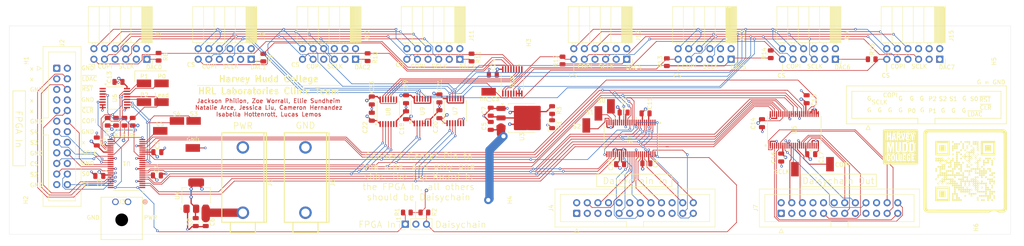
<source format=kicad_pcb>
(kicad_pcb (version 20241229) (generator "pcbnew") (generator_version "9.0")
  (layers (0 "F.Cu" signal "Front Copper (1)") (4 "In1.Cu" power "GND Copper (2)") (6 "In2.Cu" power "PWR Copper (3)") (2 "B.Cu" signal "Back Copper (4)") (13 "F.Paste" user) (5 "F.SilkS" user "F.Silkscreen") (7 "B.SilkS" user "B.Silkscreen") (1 "F.Mask" user) (3 "B.Mask" user) (25 "Edge.Cuts" user))
  (net 0 "")
  (net 1 "/1V8")
  (net 2 "GND")
  (net 3 "/supplyPower")
  (net 4 "/3V3")
  (net 5 "Net-(D1-A)")
  (net 6 "/~{leader}")
  (net 7 "/~{follower}")
  (net 8 "/Fin_~{LDAC}")
  (net 10 "/Fin_S0")
  (net 11 "/Fin_S3")
  (net 12 "/Fin_~{RESET}")
  (net 13 "/Fin_CS")
  (net 15 "/Fin_SCLK")
  (net 16 "/Fin_S2")
  (net 19 "/Fin_S1")
  (net 21 "/Fin_S4")
  (net 22 "/Fin_~{CLR}")
  (net 23 "/Fin_COPI")
  (net 24 "/Din_pass0")
  (net 25 "/Din_pass2")
  (net 26 "/Din_~{CLR}")
  (net 27 "/Din_S2")
  (net 28 "/Din_~{RESET}")
  (net 29 "/Din_S1")
  (net 30 "/Din_pass1")
  (net 31 "/Din_COPI")
  (net 32 "/Din_S0")
  (net 33 "/Din_~{LDAC}")
  (net 34 "/Din_SCLK")
  (net 35 "/Dout_S0")
  (net 36 "/Dout_S1")
  (net 37 "/Dout_SCLK")
  (net 38 "/Dout_pass1")
  (net 39 "/Dout_~{CLR}")
  (net 40 "/Dout_COPI")
  (net 41 "/Dout_~{RESET}")
  (net 42 "/Dout_pass0")
  (net 43 "/Dout_pass2")
  (net 44 "/Dout_S2")
  (net 45 "/Dout_~{LDAC}")
  (net 46 "/CS_0")
  (net 47 "/~{LDAC}")
  (net 48 "/SCLK")
  (net 49 "/COPI")
  (net 50 "/~{CLR}")
  (net 52 "/~{RESET}")
  (net 54 "/CS_1")
  (net 59 "/CS_2")
  (net 60 "/CS_3")
  (net 64 "/CS_4")
  (net 68 "/CS_5")
  (net 70 "/CS_6")
  (net 73 "/CS_7")
  (net 75 "/leadP0_1V8")
  (net 76 "/leadP1_1V8")
  (net 77 "/leadP2_1V8")
  (net 78 "/test_SCLK")
  (net 79 "/test_COPI")
  (net 80 "/test_S0")
  (net 81 "/test_S1")
  (net 82 "/test_S2")
  (net 83 "/test_CS")
  (net 84 "/leadCS_1V8")
  (net 85 "/~{LDAC}_1V8")
  (net 86 "/S3_1V8")
  (net 88 "/pass2_1V8")
  (net 89 "/int_CS_1V8")
  (net 90 "/S2_1V8")
  (net 91 "/pass0_1V8")
  (net 92 "/~{RESET}_1V8")
  (net 93 "/S4_1V8")
  (net 94 "/COPI_1V8")
  (net 95 "/SCLK_1V8")
  (net 96 "/S0_1V8")
  (net 97 "/~{CLR}_1V8")
  (net 98 "/pass1_1V8")
  (net 99 "/S1_1V8")
  (net 100 "/CS_1V8")
  (net 111 "/S2")
  (net 114 "/S0")
  (net 115 "/int_CS")
  (net 116 "/S1")
  (footprint "Capacitor_SMD:C_0805_2012Metric" (layer "F.Cu") (at 123.099916 97.4 -90)
    (property "Reference" "C21")
    (property "Value" "0.1uF")
  )
  (footprint "S1751-46R:HARWIN_S1751-46R" (layer "F.Cu") (at 52.3 93.8 180)
    (property "Reference" "T11" (hide yes))
    (property "Value" "TestPoint")
  )
  (footprint "Resistor_SMD:R_0805_2012Metric" (layer "F.Cu") (at 130.8 87.5875 -90)
    (property "Reference" "R11")
    (property "Value" "10k")
  )
  (footprint "Connector_PinSocket_2.54mm:PinSocket_2x06_P2.54mm_Horizontal" (layer "F.Cu") (at 193 88 -90)
    (property "Reference" "J13")
    (property "Value" "Conn_02x06_Odd_Even")
  )
  (footprint "Connector_IDC:IDC-Header_2x12_P2.54mm_Vertical" (layer "F.Cu") (at 156 125 90)
    (property "Reference" "J4")
    (property "Value" "Conn_02x12_Odd_Even")
  )
  (footprint "Resistor_SMD:R_0805_2012Metric" (layer "F.Cu") (at 226.7 88 180)
    (property "Reference" "R15")
    (property "Value" "10k")
  )
  (footprint "CD74HC4051PWR:PW16" (layer "F.Cu") (at 140.574999 93.321 90)
    (property "Reference" "U10")
    (property "Value" "CD74HC4051PWR")
  )
  (footprint "MountingHole:MountingHole_3.2mm_M3" (layer "F.Cu") (at 24 126)
    (property "Reference" "H2")
    (property "Value" "MountingHole")
  )
  (footprint "S1751-46R:HARWIN_S1751-46R" (layer "F.Cu") (at 56.5 98.3 180)
    (property "Reference" "T9" (hide yes))
    (property "Value" "TestPoint")
  )
  (footprint "Resistor_SMD:R_0805_2012Metric" (layer "F.Cu") (at 202.5 86.8 -90)
    (property "Reference" "R14")
    (property "Value" "10k")
  )
  (footprint "24-243-2_Banana:CONN-TH_24.243.2_Better_Silkscreen" (layer "F.Cu") (at 91 117 -90)
    (property "Reference" "J6")
    (property "Value" "Black Banana")
  )
  (footprint "Capacitor_SMD:C_0805_2012Metric" (layer "F.Cu") (at 115.099916 101.45 90)
    (property "Reference" "C18")
    (property "Value" "0.1uF")
  )
  (footprint "Connector_PinSocket_2.54mm:PinSocket_2x06_P2.54mm_Horizontal" (layer "F.Cu") (at 103 88 -90)
    (property "Reference" "J10")
    (property "Value" "Conn_02x06_Odd_Even")
  )
  (footprint "Capacitor_SMD:C_0805_2012Metric" (layer "F.Cu") (at 211.1 97.6 90)
    (property "Reference" "C15")
    (property "Value" "0.1uF")
  )
  (footprint "Resistor_SMD:R_0805_2012Metric" (layer "F.Cu") (at 105.9 87.5 -90)
    (property "Reference" "R10")
    (property "Value" "10k")
  )
  (footprint "Capacitor_SMD:C_0805_2012Metric" (layer "F.Cu") (at 115.099916 97.6 -90)
    (property "Reference" "C19")
    (property "Value" "0.1uF")
  )
  (footprint "S1751-46R:HARWIN_S1751-46R" (layer "F.Cu") (at 134.9 95.8)
    (property "Reference" "T13" (hide yes))
    (property "Value" "TestPoint")
  )
  (footprint "Capacitor_SMD:C_0805_2012Metric" (layer "F.Cu") (at 135.9 91.7 180)
    (property "Reference" "C24")
    (property "Value" "0.1uF")
  )
  (footprint "S1751-46R:HARWIN_S1751-46R" (layer "F.Cu") (at 216.7 113.2 90)
    (property "Reference" "T2" (hide yes))
    (property "Value" "TestPoint")
  )
  (footprint "Package_TO_SOT_SMD:SOT-223-3_TabPin2" (layer "F.Cu") (at 64.8 120.75 90)
    (property "Reference" "U4")
    (property "Value" "AMS1117-1.8")
  )
  (footprint "MountingHole:MountingHole_3.2mm_M3" (layer "F.Cu") (at 256 84)
    (property "Reference" "H5")
    (property "Value" "MountingHole")
  )
  (footprint "S1751-46R:HARWIN_S1751-46R" (layer "F.Cu") (at 52.3 98.3)
    (property "Reference" "T12" (hide yes))
    (property "Value" "TestPoint")
  )
  (footprint "S1751-46R:HARWIN_S1751-46R" (layer "F.Cu") (at 158.3 103.9 -90)
    (property "Reference" "T5" (hide yes))
    (property "Value" "TestPoint")
  )
  (footprint "S1751-46R:HARWIN_S1751-46R" (layer "F.Cu") (at 56.2 105.2 180)
    (property "Reference" "T8" (hide yes))
    (property "Value" "TestPoint")
  )
  (footprint "TXU0104PWR:TSSOP_0104PWR_TEX" (layer "F.Cu") (at 119.049958 100.45275 90)
    (property "Reference" "U9")
    (property "Value" "TXU0104PWR")
  )
  (footprint "Connector_PinSocket_2.54mm:PinSocket_2x06_P2.54mm_Horizontal" (layer "F.Cu") (at 78 88 -90)
    (property "Reference" "J9")
    (property "Value" "Conn_02x06_Odd_Even")
  )
  (footprint "Capacitor_SMD:C_0805_2012Metric" (layer "F.Cu") (at 64.7 127.1 -90)
    (property "Reference" "C8")
    (property "Value" "22uF")
  )
  (footprint "Capacitor_SMD:C_0805_2012Metric" (layer "F.Cu") (at 41.6 116.015868 180)
    (property "Reference" "C3")
    (property "Value" "0.1uF")
  )
  (footprint "Capacitor_SMD:C_0805_2012Metric" (layer "F.Cu") (at 135.4 100.6 90)
    (property "Reference" "C7")
    (property "Value" "22uF")
  )
  (footprint "Capacitor_SMD:C_0805_2012Metric" (layer "F.Cu") (at 172.7 113)
    (property "Reference" "C9")
    (property "Value" "0.1uF")
  )
  (footprint "MountingHole:MountingHole_3.2mm_M3" (layer "F.Cu") (at 256 126)
    (property "Reference" "H6")
    (property "Value" "MountingHole")
  )
  (footprint "MountingHole:MountingHole_3.2mm_M3" (layer "F.Cu") (at 140 126)
    (property "Reference" "H4")
    (property "Value" "MountingHole")
  )
  (footprint "CD74HC4051PWR:PW16" (layer "F.Cu") (at 45.321 97.325001)
    (property "Reference" "U6")
    (property "Value" "CD74HC4051PWR")
  )
  (footprint "Capacitor_SMD:C_0805_2012Metric" (layer "F.Cu") (at 123.099916 101.2 90)
    (property "Reference" "C20")
    (property "Value" "0.1uF")
  )
  (footprint "436500200:CONN_SD-43650-001_02_MOL" (layer "F.Cu") (at 48.4666 122.241901)
    (property "Reference" "J3")
    (property "Value" "436500200")
  )
  (footprint "MountingHole:MountingHole_3.2mm_M3" (layer "F.Cu") (at 24 84)
    (property "Reference" "H1")
    (property "Value" "MountingHole")
  )
  (footprint "Resistor_SMD:R_0805_2012Metric" (layer "F.Cu") (at 47.6 103 -90)
    (property "Reference" "R7")
    (property "Value" "10k")
  )
  (footprint "Capacitor_SMD:C_0805_2012Metric" (layer "F.Cu") (at 172.5 101)
    (property "Reference" "C11")
    (property "Value" "0.1uF")
  )
  (footprint "Capacitor_SMD:C_0805_2012Metric" (layer "F.Cu") (at 166.4 113.2)
    (property "Reference" "C10")
    (property "Value" "0.1uF")
  )
  (footprint "SN74AUC16244DGGR:DGG48" (layer "F.Cu") (at 169 107 -90)
    (property "Reference" "U2")
    (property "Value" "SN74AUC16244DGGR")
  )
  (footprint "LED_SMD:LED_0805_2012Metric" (layer "F.Cu") (at 150.1 103.6 90)
    (property "Reference" "D1")
    (property "Value" "HSMA-C170")
  )
  (footprint "Resistor_SMD:R_0805_2012Metric" (layer "F.Cu") (at 119.5 124.8)
    (property "Reference" "R2")
    (property "Value" "10k")
  )
  (footprint "Connector_PinSocket_2.54mm:PinSocket_2x06_P2.54mm_Horizontal" (layer "F.Cu") (at 128 88 -90)
    (property "Reference" "J11")
    (property "Value" "Conn_02x06_Odd_Even")
  )
  (footprint "LOGO" (layer "F.Cu") (at 233.6 109.038896)
    (property "Reference" "G***" (hide yes))
    (property "Value" "LOGO" (hide yes))
  )
  (footprint "Capacitor_SMD:C_0805_2012Metric" (layer "F.Cu") (at 167.25 100.8)
    (property "Reference" "C12")
    (property "Value" "0.1uF")
  )
  (footprint "Resistor_SMD:R_0805_2012Metric" (layer "F.Cu") (at 55.8 87.4 -90)
    (property "Reference" "R8")
    (property "Value" "10k")
  )
  (footprint "S1751-46R:HARWIN_S1751-46R" (layer "F.Cu") (at 56.5 93.8 180)
    (property "Reference" "T10" (hide yes))
    (property "Value" "TestPoint")
  )
  (footprint "Connector_PinHeader_2.54mm:PinHeader_1x03_P2.54mm_Vertical" (layer "F.Cu") (at 114.92 127.6 90)
    (property "Reference" "J1")
    (property "Value" "Conn_01x03")
  )
  (footprint "Capacitor_SMD:C_0805_2012Metric" (layer "F.Cu") (at 200.4 103.35 -90)
    (property "Reference" "C14")
    (property "Value" "0.1uF")
  )
  (footprint "S1751-46R:HARWIN_S1751-46R" (layer "F.Cu") (at 64.2 102.8 180)
    (property "Reference" "T6" (hide yes))
    (property "Value" "TestPoint")
  )
  (footprint "SN74AUC16244DGGR:DGG48" (layer "F.Cu") (at 48.099149 113.05 180)
    (property "Reference" "U1")
    (property "Value" "SN74AUC16244DGGR")
  )
  (footprint "Connector_PinSocket_2.54mm:PinSocket_2x06_P2.54mm_Horizontal" (layer "F.Cu") (at 218 88 -90)
    (property "Reference" "J14")
    (property "Value" "Conn_02x06_Odd_Even")
  )
  (footprint "Connector_PinSocket_2.54mm:PinSocket_2x06_P2.54mm_Horizontal" (layer "F.Cu") (at 53 88 -90)
    (property "Reference" "J8")
    (property "Value" "Conn_02x06_Odd_Even")
  )
  (footprint "S1751-46R:HARWIN_S1751-46R" (layer "F.Cu") (at 64 109.3)
    (property "Reference" "T14" (hide yes))
    (property "Value" "TestPoint" (hide yes))
  )
  (footprint "S1751-46R:HARWIN_S1751-46R" (layer "F.Cu") (at 208.3 114.4 90)
    (property "Reference" "T1" (hide yes))
    (property "Value" "TestPoint")
  )
  (footprint "Resistor_SMD:R_0805_2012Metric" (layer "F.Cu") (at 177.6 88.7 -90)
    (property "Reference" "R13")
    (property "Value" "10k")
  )
  (footprint "TXU0104PWR:TSSOP_0104PWR_TEX" (layer "F.Cu") (at 126.899916 100.4 90)
    (property "Reference" "U7")
    (property "Value" "TXU0104PWR")
  )
  (footprint "Capacitor_SMD:C_0805_2012Metric" (layer "F.Cu") (at 106.899916 97.9 -90)
    (property "Reference" "C23")
    (property "Value" "0.1uF")
  )
  (footprint "Capacitor_SMD:C_0805_2012Metric" (layer "F.Cu") (at 55.5 110.3)
    (property "Reference" "C2")
    (property "Value" "0.1uF")
  )
  (footprint "LOGO" (layer "F.Cu") (at 249.1 114.9)
    (property "Reference" "G***" (hide yes))
    (property "Value" "LOGO" (hide yes))
  )
  (footprint "Capacitor_SMD:C_0805_2012Metric" (layer "F.Cu") (at 212.2 110.8)
    (property "Reference" "C17")
    (property "Value" "0.1uF")
  )
  (footprint "SN74AUC16244DGGR:DGG48" (layer "F.Cu") (at 208.149865 104.951983 90)
    (property "Reference" "U5")
    (property "Value" "SN74AUC16244DGGR")
  )
  (footprint "Capacitor_SMD:C_0805_2012Metric" (layer "F.Cu") (at 67.1 127.1 -90)
    (property "Reference" "C6")
    (property "Value" "10uF")
  )
  (footprint "S1751-46R:HARWIN_S1751-46R" (layer "F.Cu") (at 161.2 101 -90)
    (property "Reference" "T4" (hide yes))
    (property "Value" "TestPoint")
  )
  (footprint "Capacitor_SMD:C_0805_2012Metric" (layer "F.Cu") (at 41 107.75 90)
    (property "Reference" "C1")
    (property "Value" "0.1uF")
  )
  (footprint "Resistor_SMD:R_0805_2012Metric" (layer "F.Cu") (at 43.6 103 -90)
    (property "Reference" "R6")
    (property "Value" "10k")
  )
  (footprint "TXU0104PWR:TSSOP_0104PWR_TEX" (layer "F.Cu") (at 110.84993 100.6055 90)
    (property "Reference" "U8")
    (property "Value" "TXU0104PWR")
  )
  (footprint "Capacitor_SMD:C_0805_2012Metric" (layer "F.Cu") (at 106.899916 101.8 90)
    (property "Reference" "C22")
    (property "Value" "0.1uF")
  )
  (footprint "Connector_PinSocket_2.54mm:PinSocket_2x06_P2.54mm_Horizontal" (layer "F.Cu") (at 168 88 -90)
    (property "Reference" "J12")
    (property "Value" "Conn_02x06_Odd_Even")
  )
  (footprint "Resistor_SMD:R_0805_2012Metric" (layer "F.Cu") (at 152.6 88.3 -90)
    (property "Reference" "R12")
    (property "Value" "10k")
  )
  (footprint "24-243-2_Banana:CONN-TH_24.243.2_Better_Silkscreen" (layer "F.Cu") (at 76 117 -90)
    (property "Reference" "J5")
    (property "Value" "Red Banana")
  )
  (footprint "Capacitor_SMD:C_0805_2012Metric" (layer "F.Cu") (at 135.4 104 90)
    (property "Reference" "C5")
    (property "Value" "10uF")
  )
  (footprint "Resistor_SMD:R_0805_2012Metric" (layer "F.Cu") (at 150.1 100.2 90)
    (property "Reference" "R3")
    (property "Value" "2.2k")
  )
  (footprint "S1751-46R:HARWIN_S1751-46R" (layer "F.Cu") (at 164.2 99.3 90)
    (property "Reference" "T3" (hide yes))
    (property "Value" "TestPoint")
  )
  (footprint "Capacitor_SMD:C_0805_2012Metric" (layer "F.Cu") (at 46.192 93.450002 180)
    (property "Reference" "C13")
    (property "Value" "0.1uF")
  )
  (footprint "Resistor_SMD:R_0805_2012Metric" (layer "F.Cu") (at 45.6 103 -90)
    (property "Reference" "R5")
    (property "Value" "10k")
  )
  (footprint "MountingHole:MountingHole_3.2mm_M3" (layer "F.Cu") (at 140 84)
    (property "Reference" "H3")
    (property "Value" "MountingHole")
  )
  (footprint "Connector_PinSocket_2.54mm:PinSocket_2x06_P2.54mm_Horizontal" (layer "F.Cu") (at 243 88 -90)
    (property "Reference" "J15")
    (property "Value" "Conn_02x06_Odd_Even")
  )
  (footprint "Resistor_SMD:R_0805_2012Metric" (layer "F.Cu") (at 115.3 124.8 180)
    (property "Reference" "R1")
    (property "Value" "10k")
  )
  (footprint "Resistor_SMD:R_0805_2012Metric" (layer "F.Cu") (at 80.9 87.6 -90)
    (property "Reference" "R9")
    (property "Value" "10k")
  )
  (footprint "Connector_IDC:IDC-Header_2x12_P2.54mm_Vertical" (layer "F.Cu") (at 31.4 90.16)
    (property "Reference" "J2")
    (property "Value" "Conn_02x12_Odd_Even")
  )
  (footprint "Capacitor_SMD:C_0805_2012Metric" (layer "F.Cu") (at 55.4 115.9)
    (property "Reference" "C4")
    (property "Value" "0.1uF")
  )
  (footprint "Package_TO_SOT_SMD:TO-252-3_TabPin2" (layer "F.Cu") (at 142.9 102.1)
    (property "Reference" "U3")
    (property "Value" "AZ1084CD-3.3TRG1")
  )
  (footprint "Connector_IDC:IDC-Header_2x12_P2.54mm_Vertical" (layer "F.Cu") (at 205 125 90)
    (property "Reference" "J7")
    (property "Value" "Conn_02x12_Odd_Even")
  )
  (footprint "Resistor_SMD:R_0805_2012Metric" (layer "F.Cu") (at 49.6 103 -90)
    (property "Reference" "R4")
    (property "Value" "10k")
  )
  (footprint "S1751-46R:HARWIN_S1751-46R" (layer "F.Cu") (at 60.2 102.8 180)
    (property "Reference" "T7" (hide yes))
    (property "Value" "TestPoint")
  )
  (footprint "Capacitor_SMD:C_0805_2012Metric" (layer "F.Cu") (at 205 111.6 -90)
    (property "Reference" "C16")
    (property "Value" "0.1uF")
  )
  (gr_rect (start 20.9 95.6) (end 23.9 113.6) (stroke (width 0.153)) (fill no) (layer "F.SilkS"))
  (gr_line (start 237.75 103.51) (end 237.75 102.2) (stroke (width 0.15)) (layer "F.SilkS"))
  (gr_line (start 220.62 94.39) (end 258.98 94.39) (stroke (width 0.15)) (layer "F.SilkS"))
  (gr_line (start 155.3 89) (end 155.3 91) (stroke (width 0.15)) (layer "F.SilkS"))
  (gr_line (start 205.3 89) (end 205.3 91) (stroke (width 0.15)) (layer "F.SilkS"))
  (gr_line (start 40.5 89.2) (end 40.5 90.3) (stroke (width 0.15)) (layer "F.SilkS"))
  (gr_line (start 257.68 95.7) (end 221.92 95.7) (stroke (width 0.15)) (layer "F.SilkS"))
  (gr_line (start 225.33 104.9) (end 226.33 104.9) (stroke (width 0.15)) (layer "F.SilkS"))
  (gr_line (start 257.68 95.7) (end 257.68 102.2) (stroke (width 0.15)) (layer "F.SilkS"))
  (gr_line (start 258.98 94.39) (end 258.98 103.51) (stroke (width 0.15)) (layer "F.SilkS"))
  (gr_line (start 258.98 103.51) (end 220.62 103.51) (stroke (width 0.15)) (layer "F.SilkS"))
  (gr_line (start 50.1 93.3) (end 50.1 90.8) (stroke (width 0.15)) (layer "F.SilkS"))
  (gr_line (start 50.1 90.8) (end 57.7 90.8) (stroke (width 0.15)) (layer "F.SilkS"))
  (gr_line (start 241.85 102.2) (end 257.68 102.2) (stroke (width 0.15)) (layer "F.SilkS"))
  (gr_rect (start 160.8 115.6) (end 178.8 118.6) (stroke (width 0.153)) (fill no) (layer "F.SilkS"))
  (gr_line (start 220.62 94.39) (end 220.62 103.51) (stroke (width 0.15)) (layer "F.SilkS"))
  (gr_line (start 241.85 102.2) (end 241.85 103.51) (stroke (width 0.15)) (layer "F.SilkS"))
  (gr_line (start 65.1 94.3) (end 99.3 94.3) (stroke (width 0.15)) (layer "F.SilkS"))
  (gr_line (start 221.92 102.2) (end 221.92 95.7) (stroke (width 0.15)) (layer "F.SilkS"))
  (gr_line (start 39.1 89.2) (end 40.5 89.2) (stroke (width 0.15)) (layer "F.SilkS"))
  (gr_line (start 180.3 89) (end 180.3 91) (stroke (width 0.15)) (layer "F.SilkS"))
  (gr_rect (start 209.8 115.6) (end 227.8 118.6) (stroke (width 0.153)) (fill no) (layer "F.SilkS"))
  (gr_line (start 226.33 104.9) (end 225.83 103.9) (stroke (width 0.15)) (layer "F.SilkS"))
  (gr_line (start 225.83 103.9) (end 225.33 104.9) (stroke (width 0.15)) (layer "F.SilkS"))
  (gr_line (start 221.92 102.2) (end 237.75 102.2) (stroke (width 0.15)) (layer "F.SilkS"))
  (gr_line (start 230.3 89) (end 230.3 91) (stroke (width 0.15)) (layer "F.SilkS"))
  (gr_line (start 117.4 122.1) (end 117.4 126) (stroke (width 0.153)) (layer "F.SilkS"))
  (gr_rect (start 20 80) (end 260 130) (stroke (width 0.05)) (fill no) (layer "Edge.Cuts"))
  (gr_text "Jackson Philion, Zoe Worrall, Ellie Sundheim\nNatalie Arce, Jessica Liu, Cameron Hernandez\nIsabella Hottenrott, Lucas Lemos" (at 82.2 101.8 0) (layer "F.Cu") (effects (font (size 1 1)) (justify bottom)))
  (gr_text "~{RST}" (at 252.4 98.3 0) (layer "F.SilkS") (effects (font (size 1 1)) (justify left bottom)))
  (gr_text "S0" (at 37.3 116.1 0) (layer "F.SilkS") (effects (font (size 1 1)) (justify left bottom)))
  (gr_text "COPI" (at 37.3 103.4 0) (layer "F.SilkS") (effects (font (size 1 1)) (justify left bottom)))
  (gr_text "S2" (at 155 104.7 0) (layer "F.SilkS") (effects (font (size 1 1)) (justify left bottom)))
  (gr_text "COPI" (at 116.1 90.3 0) (layer "F.SilkS") (effects (font (size 1 1)) (justify left bottom)))
  (gr_text "SCLK" (at 46.1 90.3 0) (layer "F.SilkS") (effects (font (size 1 1)) (justify left bottom)))
  (gr_text "x" (at 24.9 90.809092 0) (layer "F.SilkS") (effects (font (size 1 1)) (justify left bottom)))
  (gr_text "CS" (at 179 92.5 0) (layer "F.SilkS") (effects (font (size 1 1)) (justify left bottom)))
  (gr_text "x" (at 24.9 98.445454 0) (layer "F.SilkS") (effects (font (size 1 1)) (justify left bottom)))
  (gr_text "CS" (at 154 92.5 0) (layer "F.SilkS") (effects (font (size 1 1)) (justify left bottom)))
  (gr_text "CS" (at 112.5 89.9 0) (layer "F.SilkS") (effects (font (size 1 1)) (justify left bottom)))
  (gr_text "SCLK" (at 37.3 111.1 0) (layer "F.SilkS") (effects (font (size 1 1)) (justify left bottom)))
  (gr_text "S0" (at 250.2 98.1 0) (layer "F.SilkS") (effects (font (size 1 1)) (justify left bottom)))
  (gr_text "SCLK" (at 226.6 98.9 0) (layer "F.SilkS") (effects (font (size 1 1)) (justify left bottom)))
  (gr_text "~{LDAC}" (at 37.3 93.3 0) (layer "F.SilkS") (effects (font (size 1 1)) (justify left bottom)))
  (gr_text "COPI" (at 229.3 97.2 0) (layer "F.SilkS") (effects (font (size 1 1)) (justify left bottom)))
  (gr_text "P1" (at 240.2 101 0) (layer "F.SilkS") (effects (font (size 1 1)) (justify left bottom)))
  (gr_text "G" (at 248.2 100.9 0) (layer "F.SilkS") (effects (font (size 1 1)) (justify left bottom)))
  (gr_text "GND" (at 91 104.8 0) (layer "F.SilkS") (effects (font (size 1.53 1.53) (thickness 0.153)) (justify bottom)))
  (gr_text "CS" (at 24.9 113.718178 0) (layer "F.SilkS") (effects (font (size 1 1)) (justify left bottom)))
  (gr_text "S4" (at 59.1 101.7 0) (layer "F.SilkS") (effects (font (size 1 1)) (justify left bottom)))
  (gr_text "S1" (at 245.2 98.1 0) (layer "F.SilkS") (effects (font (size 1 1)) (justify left bottom)))
  (gr_text "int_CS" (at 132.7 98.1 0) (layer "F.SilkS") (effects (font (size 1 1)) (justify left bottom)))
  (gr_text "G" (at 238.1 98 0) (layer "F.SilkS") (effects (font (size 1 1)) (justify left bottom)))
  (gr_text "DAC3" (at 127.7 90.5 0) (layer "F.SilkS") (effects (font (size 1 1)) (justify left bottom)))
  (gr_text "S4" (at 24.9 106.081816 0) (layer "F.SilkS") (effects (font (size 1 1)) (justify left bottom)))
  (gr_text "COPI" (at 91.1 90.3 0) (layer "F.SilkS") (effects (font (size 1 1)) (justify left bottom)))
  (gr_text "COPI" (at 231.1 90.3 0) (layer "F.SilkS") (effects (font (size 1 1)) (justify left bottom)))
  (gr_text "GND" (at 37.2 113.6 0) (layer "F.SilkS") (effects (font (size 1 1)) (justify left bottom)))
  (gr_text "S1" (at 37.3 118.6 0) (layer "F.SilkS") (effects (font (size 1 1)) (justify left bottom)))
  (gr_text "S1" (at 158.1 101.3 0) (layer "F.SilkS") (effects (font (size 1 1)) (justify left bottom)))
  (gr_text "SCLK" (at 71.1 90.3 0) (layer "F.SilkS") (effects (font (size 1 1)) (justify left bottom)))
  (gr_text "P0" (at 55.5 92.7 0) (layer "F.SilkS") (effects (font (size 1 1)) (justify left bottom)))
  (gr_text "~{CLR}" (at 37.3 100.9 0) (layer "F.SilkS") (effects (font (size 1 1)) (justify left bottom)))
  (gr_text "x" (at 37.3 108.5 0) (layer "F.SilkS") (effects (font (size 1 1)) (justify left bottom)))
  (gr_text "SCLK" (at 236.1 90.3 0) (layer "F.SilkS") (effects (font (size 1 1)) (justify left bottom)))
  (gr_text "GND" (at 24.9 118.809092 0) (layer "F.SilkS") (effects (font (size 1 1)) (justify left bottom)))
  (gr_text "x" (at 24.9 100.990908 0) (layer "F.SilkS") (effects (font (size 1 1)) (justify left bottom)))
  (gr_text "COPI" (at 66.1 90.3 0) (layer "F.SilkS") (effects (font (size 1 1)) (justify left bottom)))
  (gr_text "CS" (at 87.5 89.9 0) (layer "F.SilkS") (effects (font (size 1 1)) (justify left bottom)))
  (gr_text "PWR" (at 76 104.9 0) (layer "F.SilkS") (effects (font (size 1.53 1.53) (thickness 0.153)) (justify bottom)))
  (gr_text "Daisychain" (at 122 128.6 0) (layer "F.SilkS") (effects (font (size 1.53 1.53) (thickness 0.153)) (justify left bottom)))
  (gr_text "SCLK" (at 161.1 90.3 0) (layer "F.SilkS") (effects (font (size 1 1)) (justify left bottom)))
  (gr_text "S3" (at 24.9 108.62727 0) (layer "F.SilkS") (effects (font (size 1 1)) (justify left bottom)))
  (gr_text "CS" (at 204 92.5 0) (layer "F.SilkS") (effects (font (size 1 1)) (justify left bottom)))
  (gr_text "DAC5" (at 192.7 90.5 0) (layer "F.SilkS") (effects (font (size 1 1)) (justify left bottom)))
  (gr_text "G" (at 233 98 0) (layer "F.SilkS") (effects (font (size 1 1)) (justify left bottom)))
  (gr_text "~{RST}" (at 37.3 95.7 0) (layer "F.SilkS") (effects (font (size 1 1)) (justify left bottom)))
  (gr_text "CS" (at 55.1 104.1 0) (layer "F.SilkS") (effects (font (size 1 1)) (justify left bottom)))
  (gr_text "CS" (at 229 92.5 0) (layer "F.SilkS") (effects (font (size 1 1)) (justify left bottom)))
  (gr_text "DAC7" (at 242.7 90.5 0) (layer "F.SilkS") (effects (font (size 1 1)) (justify left bottom)))
  (gr_text "DAC4" (at 167.7 90.5 0) (layer "F.SilkS") (effects (font (size 1 1)) (justify left bottom)))
  (gr_text "G" (at 230.5 100.8 0) (layer "F.SilkS") (effects (font (size 1 1)) (justify left bottom)))
  (gr_text "Daisychain In" (at 170 118.1 0) (layer "F.SilkS") (effects (font (size 1.53 1.53) (thickness 0.153)) (justify bottom)))
  (gr_text "G" (at 238.2 100.8 0) (layer "F.SilkS") (effects (font (size 1 1)) (justify left bottom)))
  (gr_text "G" (at 248.3 98 0) (layer "F.SilkS") (effects (font (size 1 1)) (justify left bottom)))
  (gr_text "G" (at 243.2 100.9 0) (layer "F.SilkS") (effects (font (size 1 1)) (justify left bottom)))
  (gr_text "Daisychain Out" (at 218.7 118.1 0) (layer "F.SilkS") (effects (font (size 1.53 1.53) (thickness 0.153)) (justify bottom)))
  (gr_text "COPI" (at 217.8 113.9 0) (layer "F.SilkS") (effects (font (size 1 1)) (justify left bottom)))
  (gr_text "G" (at 233 100.8 0) (layer "F.SilkS") (effects (font (size 1 1)) (justify left bottom)))
  (gr_text "P0" (at 235.2 101 0) (layer "F.SilkS") (effects (font (size 1 1)) (justify left bottom)))
  (gr_text "G = GND" (at 251.8 94.1 0) (layer "F.SilkS") (effects (font (size 1 1)) (justify left bottom)))
  (gr_text "CS" (at 62.5 89.9 0) (layer "F.SilkS") (effects (font (size 1 1)) (justify left bottom)))
  (gr_text "P2" (at 51.3 97.2 0) (layer "F.SilkS") (effects (font (size 1 1)) (justify left bottom)))
  (gr_text "~{CLR}" (at 252.5 100.2 0) (layer "F.SilkS") (effects (font (size 1 1)) (justify left bottom)))
  (gr_text "G" (at 228 100.8 0) (layer "F.SilkS") (effects (font (size 1 1)) (justify left bottom)))
  (gr_text "COPI" (at 41.1 90.3 0) (layer "F.SilkS") (effects (font (size 1 1)) (justify left bottom)))
  (gr_text "GND" (at 38.5 126.6 0) (layer "F.SilkS") (effects (font (size 1 1)) (justify left bottom)))
  (gr_text "~{LDAC}" (at 249.5 101.8 0) (layer "F.SilkS") (effects (font (size 1 1)) (justify left bottom)))
  (gr_text "SCLK" (at 96.1 90.3 0) (layer "F.SilkS") (effects (font (size 1 1)) (justify left bottom)))
  (gr_text "G" (at 235.7 98 0) (layer "F.SilkS") (effects (font (size 1 1)) (justify left bottom)))
  (gr_text "COPI" (at 206.1 90.3 0) (layer "F.SilkS") (effects (font (size 1 1)) (justify left bottom)))
  (gr_text "GND" (at 24.9 103.536362 0) (layer "F.SilkS") (effects (font (size 1 1)) (justify left bottom)))
  (gr_text "SCLK" (at 186.1 90.3 0) (layer "F.SilkS") (effects (font (size 1 1)) (justify left bottom)))
  (gr_text "S2" (at 24.9 116.263632 0) (layer "F.SilkS") (effects (font (size 1 1)) (justify left bottom)))
  (gr_text "GND" (at 24.9 95.9 0) (layer "F.SilkS") (effects (font (size 1 1)) (justify left bottom)))
  (gr_text "DAC1" (at 77.7 90.5 0) (layer "F.SilkS") (effects (font (size 1 1)) (justify left bottom)))
  (gr_text "DAC0" (at 52.7 90.5 0) (layer "F.SilkS") (effects (font (size 1 1)) (justify left bottom)))
  (gr_text "P2" (at 240.2 98.1 0) (layer "F.SilkS") (effects (font (size 1 1)) (justify left bottom)))
  (gr_text "SCLK" (at 211.1 90.3 0) (layer "F.SilkS") (effects (font (size 1 1)) (justify left bottom)))
  (gr_text "DAC6" (at 217.7 90.5 0) (layer "F.SilkS") (effects (font (size 1 1)) (justify left bottom)))
  (gr_text "SCLK" (at 203.2 115.6 0) (layer "F.SilkS") (effects (font (size 1 1)) (justify left bottom)))
  (gr_text "COPI" (at 181.1 90.3 0) (layer "F.SilkS") (effects (font (size 1 1)) (justify left bottom)))
  (gr_text "SCLK" (at 121.1 90.3 0) (layer "F.SilkS") (effects (font (size 1 1)) (justify left bottom)))
  (gr_text "Lead" (at 54.7 97.2 0) (layer "F.SilkS") (effects (font (size 1 1)) (justify left bottom)))
  (gr_text "GND" (at 62.4 107.9 0) (layer "F.SilkS") (effects (font (size 1 1)) (justify left bottom)))
  (gr_text "S0" (at 160.9 98.5 0) (layer "F.SilkS") (effects (font (size 1 1)) (justify left bottom)))
  (gr_text "G" (at 225.5 98 0) (layer "F.SilkS") (effects (font (size 1 1)) (justify left bottom)))
  (gr_text "Connect Center Pin to\none side, and only one\nside. The top Board is\nthe FPGA In, all others\nshould be Daisychain" (at 118.1 122 0) (layer "F.SilkS") (effects (font (size 1.53 1.53) (thickness 0.153)) (justify bottom)))
  (gr_text "S2" (at 242.7 98.1 0) (layer "F.SilkS") (effects (font (size 1 1)) (justify left bottom)))
  (gr_text "GND" (at 37.2 98.3 0) (layer "F.SilkS") (effects (font (size 1 1)) (justify left bottom)))
  (gr_text "G" (at 245.7 100.9 0) (layer "F.SilkS") (effects (font (size 1 1)) (justify left bottom)))
  (gr_text "Harvey Mudd College" (at 82.2 93.6 0) (layer "F.SilkS") (effects (font (size 1.5 1.5) (thickness 0.3) (bold yes)) (justify bottom)))
  (gr_text "GND" (at 24.9 111.172724 0) (layer "F.SilkS") (effects (font (size 1 1)) (justify left bottom)))
  (gr_text "PWR" (at 52.2 126.6 0) (layer "F.SilkS") (effects (font (size 1 1)) (justify left bottom)))
  (gr_text "DAC2" (at 102.7 90.5 0) (layer "F.SilkS") (effects (font (size 1 1)) (justify left bottom)))
  (gr_text "S3" (at 63.2 101.7 0) (layer "F.SilkS") (effects (font (size 1 1)) (justify left bottom)))
  (gr_text "P1" (at 51.3 92.7 0) (layer "F.SilkS") (effects (font (size 1 1)) (justify left bottom)))
  (gr_text "GND" (at 37.2 90.7 0) (layer "F.SilkS") (effects (font (size 1 1)) (justify left bottom)))
  (gr_text "FPGA In" (at 103.6 128.6 0) (layer "F.SilkS") (effects (font (size 1.53 1.53) (thickness 0.153)) (justify left bottom)))
  (gr_text "COPI" (at 156.1 90.3 0) (layer "F.SilkS") (effects (font (size 1 1)) (justify left bottom)))
  (gr_text "G" (at 225.5 100.8 0) (layer "F.SilkS") (effects (font (size 1 1)) (justify left bottom)))
  (gr_text "x" (at 24.9 93.354546 0) (layer "F.SilkS") (effects (font (size 1 1)) (justify left bottom)))
  (gr_text "FPGA In" (at 21.4 104.8 -90) (layer "F.SilkS") (effects (font (size 1.53 1.53) (thickness 0.153)) (justify bottom)))
  (gr_text "GND" (at 37.2 106 0) (layer "F.SilkS") (effects (font (size 1 1)) (justify left bottom)))
  (gr_text "HRL Laboratories Clinic Team" (at 82.2 96.5 0) (layer "F.SilkS") (effects (font (size 1.5 1.5) (thickness 0.3) (bold yes)) (justify bottom)))
  (segment (start 42.6 110.3) (end 44.298298 110.3) (width 0.3) (layer "F.Cu") (net 1))
  (segment (start 210.899865 98.750135) (end 211.1 98.55) (width 0.3) (layer "F.Cu") (net 1))
  (segment (start 206.03737 111.56263) (end 205.426723 110.951983) (width 0.3) (layer "F.Cu") (net 1))
  (segment (start 123.099916 102.15) (end 124.302666 103.35275) (width 0.15) (layer "F.Cu") (net 1))
  (segment (start 212 112) (end 211.25 111.25) (width 0.3) (layer "F.Cu") (net 1))
  (segment (start 119.7 119.8) (end 119.7 123.6875) (width 0.15) (layer "F.Cu") (net 1))
  (segment (start 66.2 119.15) (end 66.2 119) (width 0.3) (layer "F.Cu") (net 1))
  (segment (start 66.2 119) (end 64.8 117.6) (width 0.3) (layer "F.Cu") (net 1))
  (segment (start 64.65 126.3) (end 64.65 124.05) (width 0.3) (layer "F.Cu") (net 1))
  (segment (start 166.3 100.8) (end 166.25 100.85) (width 0.3) (layer "F.Cu") (net 1))
  (segment (start 64.65 124.05) (end 64.8 123.9) (width 0.3) (layer "F.Cu") (net 1))
  (segment (start 119.7 123.6875) (end 118.5875 124.8) (width 0.15) (layer "F.Cu") (net 1))
  (segment (start 48.242 94.550002) (end 47.142 93.450002) (width 0.3) (layer "F.Cu") (net 1))
  (segment (start 41 108.7) (end 40.7 108.7) (width 0.3) (layer "F.Cu") (net 1))
  (segment (start 50.7875 103.9125) (end 49.6 103.9125) (width 0.15) (layer "F.Cu") (net 1))
  (segment (start 115.099916 102.4) (end 115.6 102.4) (width 0.3) (layer "F.Cu") (net 1))
  (segment (start 166.25 100.85) (end 166.25 103.199149) (width 0.3) (layer "F.Cu") (net 1))
  (segment (start 210.899865 101.151132) (end 210.899865 98.750135) (width 0.3) (layer "F.Cu") (net 1))
  (segment (start 166.3 100) (end 166.3 100.8) (width 0.3) (layer "F.Cu") (net 1))
  (segment (start 166.364552 114.114552) (end 165.45 113.2) (width 0.3) (layer "F.Cu") (net 1))
  (segment (start 205.399865 101.151132) (end 205.399865 102.04288) (width 0.15) (layer "F.Cu") (net 1))
  (segment (start 165.8 99.5) (end 166.3 100) (width 0.3) (layer "F.Cu") (net 1))
  (segment (start 166.25 112.4) (end 166.25 110.800851) (width 0.3) (layer "F.Cu") (net 1))
  (segment (start 200.775 102.775) (end 200.4 102.4) (width 0.15) (layer "F.Cu") (net 1))
  (segment (start 171.55 100.95) (end 172.5 100) (width 0.3) (layer "F.Cu") (net 1))
  (segment (start 210.899865 110.349865) (end 210.899865 108.752834) (width 0.3) (layer "F.Cu") (net 1))
  (segment (start 171.8 114.3) (end 171.75 114.25) (width 0.3) (layer "F.Cu") (net 1))
  (segment (start 47.142 93.450002) (end 47.102246 93.450002) (width 0.3) (layer "F.Cu") (net 1))
  (segment (start 54.45 116.05) (end 55.4 117) (width 0.3) (layer "F.Cu") (net 1))
  (segment (start 54.35 115.8) (end 54.45 115.9) (width 0.15) (layer "F.Cu") (net 1))
  (segment (start 211.25 111.25) (end 211.25 110.7) (width 0.3) (layer "F.Cu") (net 1))
  (segment (start 48.242 95.050002) (end 48.242 94.550002) (width 0.3) (layer "F.Cu") (net 1))
  (segment (start 210.15 97.6) (end 211.1 98.55) (width 0.3) (layer "F.Cu") (net 1))
  (segment (start 44.298298 115.8) (end 42.55 115.8) (width 0.3) (layer "F.Cu") (net 1))
  (segment (start 199.484577 103.321994) (end 200.4 102.406571) (width 0.3) (layer "F.Cu") (net 1))
  (segment (start 64.8 123.8) (end 64.8 123.9) (width 0.3) (layer "F.Cu") (net 1))
  (segment (start 115.099916 102.4) (end 116.0945 102.4) (width 0.3) (layer "F.Cu") (net 1))
  (segment (start 205.399865 102.04288) (end 204.667745 102.775) (width 0.15) (layer "F.Cu") (net 1))
  (segment (start 205.426723 110.951983) (end 205.399865 110.951983) (width 0.3) (layer "F.Cu") (net 1))
  (segment (start 43.7125 103.9125) (end 44.6 104.8) (width 0.15) (layer "F.Cu") (net 1))
  (segment (start 47.6 107.275) (end 47.4 107.475) (width 0.15) (layer "F.Cu") (net 1))
  (segment (start 200.4 102.406571) (end 200.4 102.4) (width 0.3) (layer "F.Cu") (net 1))
  (segment (start 63.6 121.075) (end 63.6 122.6) (width 0.3) (layer "F.Cu") (net 1))
  (segment (start 105.849916 101.7) (end 106.899916 102.75) (width 0.3) (layer "F.Cu") (net 1))
  (segment (start 171.75 114.25) (end 171.75 113) (width 0.3) (layer "F.Cu") (net 1))
  (segment (start 63.6 119.15) (end 63.6 118.8) (width 0.3) (layer "F.Cu") (net 1))
  (segment (start 116.0945 102.4) (end 117.1 103.4055) (width 0.3) (layer "F.Cu") (net 1))
  (segment (start 40.7 108.7) (end 39.7 107.7) (width 0.3) (layer "F.Cu") (net 1))
  (segment (start 54.55 110.45) (end 55.5 111.4) (width 0.3) (layer "F.Cu") (net 1))
  (segment (start 108.091722 102.75) (end 108.899972 103.55825) (width 0.3) (layer "F.Cu") (net 1))
  (segment (start 116.2125 124.8) (end 118.5875 124.8) (width 0.15) (layer "F.Cu") (net 1))
  (segment (start 47.102246 93.450002) (end 46.266861 92.614617) (width 0.3) (layer "F.Cu") (net 1))
  (segment (start 42.55 116) (end 42.55 116.015868) (width 0.3) (layer "F.Cu") (net 1))
  (segment (start 106.899916 102.75) (end 108.091722 102.75) (width 0.3) (layer "F.Cu") (net 1))
  (segment (start 165.45 113.2) (end 166.25 112.4) (width 0.3) (layer "F.Cu") (net 1))
  (segment (start 200.4 102.4) (end 200.3 102.5) (width 0.3) (layer "F.Cu") (net 1))
  (segment (start 211.25 110.7) (end 210.899865 110.349865) (width 0.3) (layer "F.Cu") (net 1))
  (segment (start 205.399865 110.951983) (end 205.399865 108.752834) (width 0.3) (layer "F.Cu") (net 1))
  (segment (start 115.6 102.4) (end 116.3 101.7) (width 0.3) (layer "F.Cu") (net 1))
  (segment (start 43.6 103.9125) (end 43.7125 103.9125) (width 0.15) (layer "F.Cu") (net 1))
  (segment (start 204.667745 102.775) (end 200.775 102.775) (width 0.15) (layer "F.Cu") (net 1))
  (segment (start 41 108.7) (end 42.6 110.3) (width 0.3) (layer "F.Cu") (net 1))
  (segment (start 47.6 103.9125) (end 47.6 107.275) (width 0.15) (layer "F.Cu") (net 1))
  (segment (start 54.55 110.3) (end 54.55 110.45) (width 0.3) (layer "F.Cu") (net 1))
  (segment (start 105.8 101.7) (end 105.849916 101.7) (width 0.3) (layer "F.Cu") (net 1))
  (segment (start 41.582822 115.032822) (end 42.55 116) (width 0.3) (layer "F.Cu") (net 1))
  (segment (start 124.1 102.15) (end 124.9 101.35) (width 0.15) (layer "F.Cu") (net 1))
  (segment (start 171.55 101) (end 171.75 101.2) (width 0.3) (layer "F.Cu") (net 1))
  (segment (start 63.6 122.6) (end 64.8 123.8) (width 0.3) (layer "F.Cu") (net 1))
  (segment (start 124.302666 103.35275) (end 124.949958 103.35275) (width 0.15) (layer "F.Cu") (net 1))
  (segment (start 171.75 110.800851) (end 171.75 113) (width 0.3) (layer "F.Cu") (net 1))
  (segment (start 51.9 110.3) (end 54.55 110.3) (width 0.3) (layer "F.Cu") (net 1))
  (segment (start 171.55 101) (end 171.55 100.95) (width 0.3) (layer "F.Cu") (net 1))
  (segment (start 120 119.5) (end 119.7 119.8) (width 0.15) (layer "F.Cu") (net 1))
  (segment (start 171.75 101.2) (end 171.75 103.199149) (width 0.3) (layer "F.Cu") (net 1))
  (segment (start 63.6 118.8) (end 64.8 117.6) (width 0.3) (layer "F.Cu") (net 1))
  (segment (start 43.6 103.9125) (end 45.6 103.9125) (width 0.15) (layer "F.Cu") (net 1))
  (segment (start 209.8 97.6) (end 210.15 97.6) (width 0.3) (layer "F.Cu") (net 1))
  (segment (start 123.099916 102.15) (end 124.1 102.15) (width 0.15) (layer "F.Cu") (net 1))
  (segment (start 51.9 115.8) (end 54.35 115.8) (width 0.15) (layer "F.Cu") (net 1))
  (segment (start 166.371412 114.114552) (end 166.364552 114.114552) (width 0.3) (layer "F.Cu") (net 1))
  (segment (start 54.45 115.9) (end 54.45 116.05) (width 0.3) (layer "F.Cu") (net 1))
  (segment (start 50.8 103.9) (end 50.7875 103.9125) (width 0.15) (layer "F.Cu") (net 1))
  (via (at 50.8 103.9) (size 0.8) (drill 0.4) (layers "F.Cu" "B.Cu") (net 1))
  (via (at 199.484577 103.321994) (size 0.8) (drill 0.4) (layers "F.Cu" "B.Cu") (net 1))
  (via (at 41.582822 115.032822) (size 0.8) (drill 0.4) (layers "F.Cu" "B.Cu") (net 1))
  (via (at 171.8 114.3) (size 0.8) (drill 0.4) (layers "F.Cu" "B.Cu") (net 1))
  (via (at 47.4 107.475) (size 0.8) (drill 0.4) (layers "F.Cu" "B.Cu") (net 1))
  (via (at 44.6 104.8) (size 0.8) (drill 0.4) (layers "F.Cu" "B.Cu") (net 1))
  (via (at 165.8 99.5) (size 0.8) (drill 0.4) (layers "F.Cu" "B.Cu") (net 1))
  (via (at 63.6 119.15) (size 0.8) (drill 0.4) (layers "F.Cu" "B.Cu") (net 1))
  (via (at 124.9 101.35) (size 0.8) (drill 0.4) (layers "F.Cu" "B.Cu") (net 1))
  (via (at 55.5 111.4) (size 0.8) (drill 0.4) (layers "F.Cu" "B.Cu") (net 1))
  (via (at 46.266861 92.614617) (size 0.8) (drill 0.4) (layers "F.Cu" "B.Cu") (net 1))
  (via (at 212 112) (size 0.8) (drill 0.4) (layers "F.Cu" "B.Cu") (net 1))
  (via (at 120 119.5) (size 0.8) (drill 0.4) (layers "F.Cu" "B.Cu") (net 1))
  (via (at 66.2 119.15) (size 0.8) (drill 0.4) (layers "F.Cu" "B.Cu") (net 1))
  (via (at 39.7 107.7) (size 0.8) (drill 0.4) (layers "F.Cu" "B.Cu") (net 1))
  (via (at 116.3 101.7) (size 0.8) (drill 0.4) (layers "F.Cu" "B.Cu") (net 1))
  (via (at 209.8 97.6) (size 0.8) (drill 0.4) (layers "F.Cu" "B.Cu") (net 1))
  (via (at 206.03737 111.56263) (size 0.8) (drill 0.4) (layers "F.Cu" "B.Cu") (net 1))
  (via (at 55.4 117) (size 0.8) (drill 0.4) (layers "F.Cu" "B.Cu") (net 1))
  (via (at 105.8 101.7) (size 0.8) (drill 0.4) (layers "F.Cu" "B.Cu") (net 1))
  (via (at 172.5 100) (size 0.8) (drill 0.4) (layers "F.Cu" "B.Cu") (net 1))
  (via (at 166.371412 114.114552) (size 0.8) (drill 0.4) (layers "F.Cu" "B.Cu") (net 1))
  (via (at 63.6 121.075) (size 0.8) (drill 0.4) (layers "F.Cu" "B.Cu") (net 1))
  (segment (start 63.6 121.075) (end 63.6 119.15) (width 0.3) (layer "B.Cu") (net 1))
  (segment (start 57.6 115.525001) (end 56.724999 115.525001) (width 0.3) (layer "F.Cu") (net 2))
  (segment (start 62.75 128.8) (end 62.75 124.15) (width 0.3) (layer "F.Cu") (net 2))
  (segment (start 166.749999 110.800851) (end 166.749999 112.599999) (width 0.3) (layer "F.Cu") (net 2))
  (segment (start 56.724999 115.525001) (end 56.35 115.9) (width 0.3) (layer "F.Cu") (net 2))
  (segment (start 127.549902 103.35275) (end 127.549902 102.4979) (width 0.15) (layer "F.Cu") (net 2))
  (segment (start 51.9 111.8) (end 50.5 111.8) (width 0.3) (layer "F.Cu") (net 2))
  (segment (start 51.9 114.3) (end 50.5 114.3) (width 0.3) (layer "F.Cu") (net 2))
  (segment (start 213.399865 100.109382) (end 213.399865 101.151132) (width 0.3) (layer "F.Cu") (net 2))
  (segment (start 200.5 104.4) (end 200.4 104.3) (width 0.3) (layer "F.Cu") (net 2))
  (segment (start 119.699944 103.4055) (end 119.699944 102.55065) (width 0.15) (layer "F.Cu") (net 2))
  (segment (start 209.108028 107.555492) (end 209.399865 107.847329) (width 0.3) (layer "F.Cu") (net 2))
  (segment (start 43 108.503986) (end 43 108) (width 0.3) (layer "F.Cu") (net 2))
  (segment (start 44.298298 108.800001) (end 43.296015 108.800001) (width 0.3) (layer "F.Cu") (net 2))
  (segment (start 213.389566 100.099083) (end 213.099867 100.099083) (width 0.3) (layer "F.Cu") (net 2))
  (segment (start 205 113.6) (end 205.1 113.7) (width 0.15) (layer "F.Cu") (net 2))
  (segment (start 119.699944 102.55065) (end 119.900594 102.35) (width 0.15) (layer "F.Cu") (net 2))
  (segment (start 45.399999 117.299999) (end 45.4 117.3) (width 0.3) (layer "F.Cu") (net 2))
  (segment (start 213.899866 107.711086) (end 213.739563 107.550783) (width 0.3) (layer "F.Cu") (net 2))
  (segment (start 164.589697 104.4012) (end 164.177477 104.4012) (width 0.3) (layer "F.Cu") (net 2))
  (segment (start 173.249999 104.247872) (end 173.250001 104.247874) (width 0.3) (layer "F.Cu") (net 2))
  (segment (start 44.298298 114.3) (end 45.5 114.3) (width 0.3) (layer "F.Cu") (net 2))
  (segment (start 62.7 128.85) (end 62.75 128.8) (width 0.3) (layer "F.Cu") (net 2))
  (segment (start 42.4 98.949999) (end 42.4 99.6) (width 0.3) (layer "F.Cu") (net 2))
  (segment (start 166.749999 110.800851) (end 166.749999 109.800802) (width 0.3) (layer "F.Cu") (net 2))
  (segment (start 203.889564 102.203181) (end 202.403181 102.203181) (width 0.3) (layer "F.Cu") (net 2))
  (segment (start 212.799863 100.099083) (end 212.410166 100.099083) (width 0.3) (layer "F.Cu") (net 2))
  (segment (start 173.249999 110.800851) (end 173.249999 109.752126) (width 0.3) (layer "F.Cu") (net 2))
  (segment (start 123.099916 100.25) (end 123.099916 99.3) (width 0.3) (layer "F.Cu") (net 2))
  (segment (start 112.799888 103.55825) (end 112.799888 102.800028) (width 0.3) (layer "F.Cu") (net 2))
  (segment (start 206.899865 102.192882) (end 206.899865 101.151132) (width 0.3) (layer "F.Cu") (net 2))
  (segment (start 202.399864 102.199864) (end 202.4 102.2) (width 0.3) (layer "F.Cu") (net 2))
  (segment (start 202.399866 108.752834) (end 202.399866 107.711084) (width 0.3) (layer "F.Cu") (net 2))
  (segment (start 139.3275 99.82) (end 139.36 99.7875) (width 0.3) (layer "F.Cu") (net 2))
  (segment (start 167.75 103.199149) (end 167.75 104.247875) (width 0.3) (layer "F.Cu") (net 2))
  (segment (start 211.1 96.65) (end 210.902118 96.65) (width 0.2) (layer "F.Cu") (net 2))
  (segment (start 142.199997 96.242) (end 142.199997 95.100003) (width 0.3) (layer "F.Cu") (net 2))
  (segment (start 166.749999 109.800802) (end 166.952001 109.5988) (width 0.3) (layer "F.Cu") (net 2))
  (segment (start 141.549998 96.242) (end 142.199997 96.242) (width 0.3) (layer "F.Cu") (net 2))
  (segment (start 213.15 110.7) (end 213.899866 109.950134) (width 0.2) (layer "F.Cu") (net 2))
  (segment (start 173.249999 101.200001) (end 173.249999 103.199149) (width 0.3) (layer "F.Cu") (net 2))
  (segment (start 213.399865 100.109382) (end 213.399865 100.651133) (width 0.3) (layer "F.Cu") (net 2))
  (segment (start 203.899866 102.192879) (end 203.889564 102.203181) (width 0.3) (layer "F.Cu") (net 2))
  (segment (start 42.4 99.6) (end 42.4 100.192002) (width 0.3) (layer "F.Cu") (net 2))
  (segment (start 50.500001 108.800001) (end 50.5 108.8) (width 0.3) (layer "F.Cu") (net 2))
  (segment (start 46.024353 93.450002) (end 46.142 93.567649) (width 0.3) (layer "F.Cu") (net 2))
  (segment (start 212.399864 107.711087) (end 212.560168 107.550783) (width 0.3) (layer "F.Cu") (net 2))
  (segment (start 202.399866 107.711084) (end 202.410165 107.700785) (width 0.3) (layer "F.Cu") (net 2))
  (segment (start 137.86 99.82) (end 139.3275 99.82) (width 0.3) (layer "F.Cu") (net 2))
  (segment (start 209.399865 102.199865) (end 209.4 102.2) (width 0.3) (layer "F.Cu") (net 2))
  (segment (start 135.1725 103.05) (end 135.4 103.05) (width 0.3) (layer "F.Cu") (net 2))
  (segment (start 170.25 109.752125) (end 170.250001 109.752124) (width 0.3) (layer "F.Cu") (net 2))
  (segment (start 203.899866 107.704104) (end 203.899729 107.703967) (width 0.3) (layer "F.Cu") (net 2))
  (segment (start 207.110044 102.330115) (end 206.98311 102.203181) (width 0.3) (layer "F.Cu") (net 2))
  (segment (start 211.899865 101.151132) (end 211.899865 100.951982) (width 0.3) (layer "F.Cu") (net 2))
  (segment (start 166.697999 109.748802) (end 165.7603 109.748802) (width 0.3) (layer "F.Cu") (net 2))
  (segment (start 119.049958 103.4055) (end 119.699944 103.4055) (width 0.15) (layer "F.Cu") (net 2))
  (segment (start 212.410166 100.099083) (end 212.399864 100.109385) (width 0.3) (layer "F.Cu") (net 2))
  (segment (start 115.099916 98.55) (end 115.099916 99.5) (width 0.3) (layer "F.Cu") (net 2))
  (segment (start 167.75 101.25) (end 167.75 103.199149) (width 0.3) (layer "F.Cu") (net 2))
  (segment (start 163.410302 104.4012) (end 164.177477 104.4012) (width 0.3) (layer "F.Cu") (net 2))
  (segment (start 41 106.8) (end 41 105.7) (width 0.15) (layer "F.Cu") (net 2))
  (segment (start 43.296015 108.800001) (end 43 108.503986) (width 0.3) (layer "F.Cu") (net 2))
  (segment (start 127.549902 102.4979) (end 127.747802 102.3) (width 0.15) (layer "F.Cu") (net 2))
  (segment (start 44.298298 111.8) (end 45.5 111.8) (width 0.3) (layer "F.Cu") (net 2))
  (segment (start 63.15 128.85) (end 63.8 128.2) (width 0.3) (layer "F.Cu") (net 2))
  (segment (start 45.242 93.450002) (end 46.024353 93.450002) (width 0.3) (layer "F.Cu") (net 2))
  (segment (start 133.71 101.5875) (end 135.1725 103.05) (width 0.3) (layer "F.Cu") (net 2))
  (segment (start 135.004074 90.404074) (end 134.95 90.458148) (width 0.15) (layer "F.Cu") (net 2))
  (segment (start 164.910302 109.5988) (end 164.750001 109.759101) (width 0.3) (layer "F.Cu") (net 2))
  (segment (start 149.3625 103.8) (end 150.1 104.5375) (width 0.15) (layer "F.Cu") (net 2))
  (segment (start 167.589699 109.5988) (end 167.2 109.5988) (width 0.3) (layer "F.Cu") (net 2))
  (segment (start 213.899866 109.950134) (end 213.899866 108.752834) (width 0.2) (layer "F.Cu") (net 2))
  (segment (start 134.95 90.458148) (end 134.95 91.7) (width 0.15) (layer "F.Cu") (net 2))
  (segment (start 165.7603 109.748802) (end 165.750001 109.759101) (width 0.3) (layer "F.Cu") (net 2))
  (segment (start 165.7603 109.748802) (end 165.610298 109.5988) (width 0.3) (layer "F.Cu") (net 2))
  (segment (start 163.249999 103.199149) (end 163.249999 104.240897) (width 0.3) (layer "F.Cu") (net 2))
  (segment (start 203.896547 107.700785) (end 203.899729 107.703967) (width 0.3) (layer "F.Cu") (net 2))
  (segment (start 57.3 109.3) (end 57.3 109.45) (width 0.3) (layer "F.Cu") (net 2))
  (segment (start 213.399865 100.651133) (end 213.899864 101.151132) (width 0.3) (layer "F.Cu") (net 2))
  (segment (start 212.899866 101.151132) (end 212.899866 99.99908) (width 0.3) (layer "F.Cu") (net 2))
  (segment (start 202.403181 102.203181) (end 202.4 102.2) (width 0.3) (layer "F.Cu") (net 2))
  (segment (start 51.9 117.299999) (end 50.500001 117.299999) (width 0.3) (layer "F.Cu") (net 2))
  (segment (start 119.900594 102.35) (end 120.999916 102.35) (width 0.15) (layer "F.Cu") (net 2))
  (segment (start 211.899865 100.951982) (end 212.399864 100.451983) (width 0.3) (layer "F.Cu") (net 2))
  (segment (start 173.249999 112.599999) (end 173.249999 110.800851) (width 0.3) (layer "F.Cu") (net 2))
  (segment (start 165.3 109.5988) (end 164.910302 109.5988) (width 0.3) (layer "F.Cu") (net 2))
  (segment (start 42.4 100.192002) (end 42.342 100.250002) (width 0.3) (layer "F.Cu") (net 2))
  (segment (start 115.099916 100.5) (end 115.099916 99.5) (width 0.3) (layer "F.Cu") (net 2))
  (segment (start 206.899865 108.752834) (end 206.899865 107.701983) (width 0.3) (layer "F.Cu") (net 2))
  (segment (start 166.952001 109.5988) (end 167.2 109.5988) (width 0.3) (layer "F.Cu") (net 2))
  (segment (start 165.610298 109.5988) (end 165.3 109.5988) (width 0.3) (layer "F.Cu") (net 2))
  (segment (start 167.75 110.800851) (end 167.75 109.759101) (width 0.3) (layer "F.Cu") (net 2))
  (segment (start 164.750001 109.759101) (end 164.750001 110.800851) (width 0.3) (layer "F.Cu") (net 2))
  (segment (start 168.2 100.8) (end 167.75 101.25) (width 0.3) (layer "F.Cu") (net 2))
  (segment (start 209.399865 107.847329) (end 209.399865 108.752834) (width 0.3) (layer "F.Cu") (net 2))
  (segment (start 212.899866 99.99908) (end 212.949865 99.949081) (width 0.3) (layer "F.Cu") (net 2))
  (segment (start 66.95 128.2) (end 67.1 128.05) (width 0.3) (layer "F.Cu") (net 2))
  (segment (start 212.399864 108.752834) (end 212.399864 107.711087) (width 0.3) (layer "F.Cu") (net 2))
  (segment (start 212.949865 99.949081) (end 212.799863 100.099083) (width 0.3) (layer "F.Cu") (net 2))
  (segment (start 112.799888 102.800028) (end 115.099916 100.5) (width 0.3) (layer "F.Cu") (net 2))
  (segment (start 210.902118 96.65) (end 209.8 95.547882) (width 0.2) (layer "F.Cu") (net 2))
  (segment (start 173.249999 103.199149) (end 173.249999 104.247872) (width 0.3) (layer "F.Cu") (net 2))
  (segment (start 213.899866 108.752834) (end 213.899866 107.711086) (width 0.3) (layer "F.Cu") (net 2))
  (segment (start 202.410165 107.700785) (end 203.896547 107.700785) (width 0.3) (layer "F.Cu") (net 2))
  (segment (start 127.747802 102.3) (end 128.899916 102.3) (width 0.15) (layer "F.Cu") (net 2))
  (segment (start 173.249999 109.752126) (end 173.25 109.752125) (width 0.3) (layer "F.Cu") (net 2))
  (segment (start 44.298298 117.299999) (end 45.399999 117.299999) (width 0.3) (layer "F.Cu") (net 2))
  (segment (start 205 112.55) (end 205 113.6) (width 0.15) (layer "F.Cu") (net 2))
  (segment (start 62.75 124.15) (end 62.5 123.9) (width 0.3) (layer "F.Cu") (net 2))
  (segment (start 163.249999 104.240897) (end 163.410302 104.4012) (width 0.3) (layer "F.Cu") (net 2))
  (segment (start 128.849874 103.35275) (end 128.849874 102.350042) (width 0.3) (layer "F.Cu") (net 2))
  (segment (start 202.399864 101.151132) (end 202.399864 102.199864) (width 0.3) (layer "F.Cu") (net 2))
  (segment (start 50.500001 117.299999) (end 50.5 117.3) (width 0.3) (layer "F.Cu") (net 2))
  (segment (start 164.750001 103.199149) (end 164.750001 104.240896) (width 0.3) (layer "F.Cu") (net 2))
  (segment (start 165.750001 109.759101) (end 165.750001 110.800851) (width 0.3) (layer "F.Cu") (net 2))
  (segment (start 47.7 100.2) (end 47.7 100.142) (width 0.3) (layer "F.Cu") (net 2))
  (segment (start 212.399864 100.451983) (end 212.399864 101.151132) (width 0.3) (layer "F.Cu") (net 2))
  (segment (start 39.7 115) (end 39.7 115.065868) (width 0.3) (layer "F.Cu") (net 2))
  (segment (start 142.849998 96.242) (end 142.199997 96.242) (width 0.3) (layer "F.Cu") (net 2))
  (segment (start 166.749999 112.599999) (end 167.35 113.2) (width 0.3) (layer "F.Cu") (net 2))
  (segment (start 39.7 115.065868) (end 40.65 116.015868) (width 0.3) (layer "F.Cu") (net 2))
  (segment (start 106.899916 100.85) (end 106.899916 99.9) (width 0.3) (layer "F.Cu") (net 2))
  (segment (start 64 109.3) (end 67 109.3) (width 0.2) (layer "F.Cu") (net 2))
  (segment (start 167.75 104.247875) (end 167.749999 104.247876) (width 0.3) (layer "F.Cu") (net 2))
  (segment (start 206.899865 107.701983) (end 206.949865 107.651983) (width 0.3) (layer "F.Cu") (net 2))
  (segment (start 120.999916 103.4055) (end 120.999916 102.35) (width 0.3) (layer "F.Cu") (net 2))
  (segment (start 170.25 110.800851) (end 170.25 109.752125) (width 0.3) (layer "F.Cu") (net 2))
  (segment (start 142.199997 95.100003) (end 142.2 95.1) (width 0.3) (layer "F.Cu") (net 2))
  (segment (start 170.25 103.199149) (end 170.25 104.247877) (width 0.3) (layer "F.Cu") (net 2))
  (segment (start 203.899866 101.151132) (end 203.899866 102.192879) (width 0.3) (layer "F.Cu") (net 2))
  (segment (start 133.71 101.5875) (end 135.4775 99.82) (width 0.3) (layer "F.Cu") (net 2))
  (segment (start 106.899916 98.85) (end 106.899916 99.9) (width 0.3) (layer "F.Cu") (net 2))
  (segment (start 63.8 128.2) (end 66.95 128.2) (width 0.3) (layer "F.Cu") (net 2))
  (segment (start 173.65 113) (end 173.249999 112.599999) (width 0.3) (layer "F.Cu") (net 2))
  (segment (start 57.3 109.45) (end 56.45 110.3) (width 0.3) (layer "F.Cu") (net 2))
  (segment (start 203.899866 108.752834) (end 203.899866 107.704104) (width 0.3) (layer "F.Cu") (net 2))
  (segment (start 47.7 100.142) (end 48.242 99.6) (width 0.3) (layer "F.Cu") (net 2))
  (segment (start 149 103.8) (end 149.3625 103.8) (width 0.15) (layer "F.Cu") (net 2))
  (segment (start 213.099867 100.099083) (end 212.949865 99.949081) (width 0.3) (layer "F.Cu") (net 2))
  (segment (start 213.739563 107.550783) (end 213.282142 107.550783) (width 0.3) (layer "F.Cu") (net 2))
  (segment (start 206.98311 102.203181) (end 206.910164 102.203181) (width 0.3) (layer "F.Cu") (net 2))
  (segment (start 212.399864 100.109385) (end 212.399864 100.451983) (width 0.3) (layer "F.Cu") (net 2))
  (segment (start 206.910164 102.203181) (end 206.899865 102.192882) (width 0.3) (layer "F.Cu") (net 2))
  (segment (start 167.75 109.759101) (end 167.589699 109.5988) (width 0.3) (layer "F.Cu") (net 2))
  (segment (start 164.750001 104.240896) (end 164.589697 104.4012) (width 0.3) (layer "F.Cu") (net 2))
  (segment (start 209.399865 101.151132) (end 209.399865 102.199865) (width 0.3) (layer "F.Cu") (net 2))
  (segment (start 51.9 108.800001) (end 50.500001 108.800001) (width 0.3) (layer "F.Cu") (net 2))
  (segment (start 166.749999 109.800802) (end 166.697999 109.748802) (width 0.3) (layer "F.Cu") (net 2))
  (segment (start 173.45 101) (end 173.249999 101.200001) (width 0.3) (layer "F.Cu") (net 2))
  (segment (start 212.560168 107.550783) (end 213.282142 107.550783) (width 0.3) (layer "F.Cu") (net 2))
  (segment (start 135.4775 99.82) (end 137.86 99.82) (width 0.3) (layer "F.Cu") (net 2))
  (segment (start 200.5 105.4) (end 200.5 104.4) (width 0.3) (layer "F.Cu") (net 2))
  (segment (start 128.849874 102.350042) (end 128.899916 102.3) (width 0.3) (layer "F.Cu") (net 2))
  (segment (start 213.389566 100.099083) (end 213.399865 100.109382) (width 0.3) (layer "F.Cu") (net 2))
  (segment (start 62.7 128.85) (end 63.15 128.85) (width 0.3) (layer "F.Cu") (net 2))
  (segment (start 120.999916 102.35) (end 123.099916 100.25) (width 0.3) (layer "F.Cu") (net 2))
  (segment (start 123.099916 98.35) (end 123.099916 99.3) (width 0.3) (layer "F.Cu") (net 2))
  (via (at 206.949865 107.651983) (size 0.6) (drill 0.3) (layers "F.Cu" "B.Cu") (net 2))
  (via (at 106.899916 99.9) (size 0.6) (drill 0.3) (layers "F.Cu" "B.Cu") (net 2))
  (via (at 45.4 117.3) (size 0.6) (drill 0.3) (layers "F.Cu" "B.Cu") (net 2))
  (via (at 43 108) (size 0.6) (drill 0.3) (layers "F.Cu" "B.Cu") (net 2))
  (via (at 57.3 109.3) (size 0.6) (drill 0.3) (layers "F.Cu" "B.Cu") (net 2))
  (via (at 50.5 114.3) (size 0.6) (drill 0.3) (layers "F.Cu" "B.Cu") (net 2))
  (via (at 57.6 115.525001) (size 0.6) (drill 0.3) (layers "F.Cu" "B.Cu") (net 2))
  (via (at 149 103.8) (size 0.6) (drill 0.3) (layers "F.Cu" "B.Cu") (net 2))
  (via (at 47.7 100.2) (size 0.6) (drill 0.3) (layers "F.Cu" "B.Cu") (net 2))
  (via (at 209.8 95.547882) (size 0.6) (drill 0.3) (layers "F.Cu" "B.Cu") (net 2))
  (via (at 50.5 117.3) (size 0.6) (drill 0.3) (layers "F.Cu" "B.Cu") (net 2))
  (via (at 142.2 95.1) (size 0.6) (drill 0.3) (layers "F.Cu" "B.Cu") (net 2))
  (via (at 45.5 114.3) (size 0.6) (drill 0.3) (layers "F.Cu" "B.Cu") (net 2))
  (via (at 139.36 99.7875) (size 0.6) (drill 0.3) (layers "F.Cu" "B.Cu") (net 2))
  (via (at 115.099916 99.5) (size 0.6) (drill 0.3) (layers "F.Cu" "B.Cu") (net 2))
  (via (at 42.342 100.250002) (size 0.6) (drill 0.3) (layers "F.Cu" "B.Cu") (net 2))
  (via (at 46.142 93.567649) (size 0.6) (drill 0.3) (layers "F.Cu" "B.Cu") (net 2))
  (via (at 50.5 108.8) (size 0.6) (drill 0.3) (layers "F.Cu" "B.Cu") (net 2))
  (via (at 128.899916 102.3) (size 0.6) (drill 0.3) (layers "F.Cu" "B.Cu") (net 2))
  (via (at 170.250001 109.752124) (size 0.6) (drill 0.3) (layers "F.Cu" "B.Cu") (net 2))
  (via (at 207.110044 102.330115) (size 0.6) (drill 0.3) (layers "F.Cu" "B.Cu") (net 2))
  (via (at 173.25 109.752125) (size 0.6) (drill 0.3) (layers "F.Cu" "B.Cu") (net 2))
  (via (at 167.749999 104.247876) (size 0.6) (drill 0.3) (layers "F.Cu" "B.Cu") (net 2))
  (via (at 173.250001 104.247874) (size 0.6) (drill 0.3) (layers "F.Cu" "B.Cu") (net 2))
  (via (at 133.71 101.5875) (size 0.6) (drill 0.3) (layers "F.Cu" "B.Cu") (net 2))
  (via (at 209.4 102.2) (size 0.6) (drill 0.3) (layers "F.Cu" "B.Cu") (net 2))
  (via (at 167.2 109.5988) (size 0.6) (drill 0.3) (layers "F.Cu" "B.Cu") (net 2))
  (via (at 164.177477 104.4012) (size 0.6) (drill 0.3) (layers "F.Cu" "B.Cu") (net 2))
  (via (at 62.7 128.85) (size 0.6) (drill 0.3) (layers "F.Cu" "B.Cu") (net 2))
  (via (at 202.4 102.2) (size 0.6) (drill 0.3) (layers "F.Cu" "B.Cu") (net 2))
  (via (at 213.282142 107.550783) (size 0.6) (drill 0.3) (layers "F.Cu" "B.Cu") (net 2))
  (via (at 39.7 115) (size 0.6) (drill 0.3) (layers "F.Cu" "B.Cu") (net 2))
  (via (at 205.1 113.7) (size 0.6) (drill 0.3) (layers "F.Cu" "B.Cu") (net 2))
  (via (at 170.25 104.247877) (size 0.6) (drill 0.3) (layers "F.Cu" "B.Cu") (net 2))
  (via (at 135.004074 90.404074) (size 0.6) (drill 0.3) (layers "F.Cu" "B.Cu") (net 2))
  (via (at 203.899729 107.703967) (size 0.6) (drill 0.3) (layers "F.Cu" "B.Cu") (net 2))
  (via (at 50.5 111.8) (size 0.6) (drill 0.3) (layers "F.Cu" "B.Cu") (net 2))
  (via (at 45.5 111.8) (size 0.6) (drill 0.3) (layers "F.Cu" "B.Cu") (net 2))
  (via (at 200.5 105.4) (size 0.6) (drill 0.3) (layers "F.Cu" "B.Cu") (net 2))
  (via (at 212.949865 99.949081) (size 0.6) (drill 0.3) (layers "F.Cu" "B.Cu") (net 2))
  (via (at 67 109.3) (size 0.6) (drill 0.3) (layers "F.Cu" "B.Cu") (net 2))
  (via (at 123.099916 99.3) (size 0.6) (drill 0.3) (layers "F.Cu" "B.Cu") (net 2))
  (via (at 41 105.7) (size 0.6) (drill 0.3) (layers "F.Cu" "B.Cu") (net 2))
  (via (at 165.3 109.5988) (size 0.6) (drill 0.3) (layers "F.Cu" "B.Cu") (net 2))
  (via (at 209.108028 107.555492) (size 0.6) (drill 0.3) (layers "F.Cu" "B.Cu") (net 2))
  (segment (start 67.1 125.05) (end 67.1 123.9) (width 2) (layer "F.Cu") (net 3))
  (segment (start 67.1 126.15) (end 67.1 125.05) (width 2) (layer "F.Cu") (net 3))
  (segment (start 135.4 104.95) (end 137.29 104.95) (width 0.3) (layer "F.Cu") (net 3))
  (segment (start 137.29 104.95) (end 137.86 104.38) (width 0.3) (layer "F.Cu") (net 3))
  (segment (start 67.15 125.1) (end 67.1 125.05) (width 2) (layer "F.Cu") (net 3))
  (segment (start 76 124.85) (end 67.15 124.85) (width 2) (layer "F.Cu") (net 3))
  (segment (start 137.86 104.38) (end 137.86 105.8875) (width 2) (layer "F.Cu") (net 3))
  (via (at 138.46 106.4875) (size 1.8) (drill 1) (layers "F.Cu" "B.Cu") (net 3))
  (via (at 134.8 121.8) (size 1.8) (drill 1) (layers "F.Cu" "B.Cu") (net 3))
  (segment (start 135.1 121.5) (end 135.1 109.8475) (width 2) (layer "B.Cu") (net 3))
  (segment (start 135.1 109.8475) (end 138.46 106.4875) (width 2) (layer "B.Cu") (net 3))
  (segment (start 134.8 121.8) (end 135.1 121.5) (width 2) (layer "B.Cu") (net 3))
  (segment (start 112.799888 98.435414) (end 112.602702 98.6326) (width 0.15) (layer "F.Cu") (net 4))
  (segment (start 150.1 99.2875) (end 150.032458 99.2875) (width 0.3) (layer "F.Cu") (net 4))
  (segment (start 152.6875 89.125) (end 166.875 89.125) (width 0.15) (layer "F.Cu") (net 4))
  (segment (start 108.899972 98.435414) (end 108.899972 97.65275) (width 0.15) (layer "F.Cu") (net 4))
  (segment (start 122.049916 96.449916) (end 121.8 96.2) (width 0.3) (layer "F.Cu") (net 4))
  (segment (start 136.85 90.6) (end 136.85 91.7) (width 0.3) (layer "F.Cu") (net 4))
  (segment (start 117.1 98.50485) (end 117.15 98.55485) (width 0.3) (layer "F.Cu") (net 4))
  (segment (start 78.6125 88.5125) (end 80.9 88.5125) (width 0.15) (layer "F.Cu") (net 4))
  (segment (start 128 88) (end 130.3 88) (width 0.15) (layer "F.Cu") (net 4))
  (segment (start 116.25 96.65) (end 117.1 97.5) (width 0.3) (layer "F.Cu") (net 4))
  (segment (start 122.049916 96.45) (end 122.049916 96.449916) (width 0.3) (layer "F.Cu") (net 4))
  (segment (start 193 88) (end 191.3875 89.6125) (width 0.15) (layer "F.Cu") (net 4))
  (segment (start 128.849874 97.44725) (end 128.849874 98.4521) (width 0.3) (layer "F.Cu") (net 4))
  (segment (start 218 88) (end 225.7875 88) (width 0.15) (layer "F.Cu") (net 4))
  (segment (start 130.3 88) (end 130.8 88.5) (width 0.15) (layer "F.Cu") (net 4))
  (segment (start 117.1 97.5) (end 117.1 98.50485) (width 0.3) (layer "F.Cu") (net 4))
  (segment (start 115.099916 96.65) (end 116.25 96.65) (width 0.3) (layer "F.Cu") (net 4))
  (segment (start 120.999916 98.432664) (end 120.999916 97.5) (width 0.3) (layer "F.Cu") (net 4))
  (segment (start 135.36 101.8375) (end 137.5975 101.8375) (width 0.3) (layer "F.Cu") (net 4))
  (segment (start 128.849874 98.4521) (end 128.799874 98.5021) (width 0.3) (layer "F.Cu") (net 4))
  (segment (start 137.86 102.1) (end 144.16 102.1) (width 0.3) (layer "F.Cu") (net 4))
  (segment (start 105.949916 97.9) (end 106.899916 96.95) (width 0.3) (layer "F.Cu") (net 4))
  (segment (start 138.3 90.4) (end 137.05 90.4) (width 0.3) (layer "F.Cu") (net 4))
  (segment (start 105.4875 88) (end 105.9 88.4125) (width 0.15) (layer "F.Cu") (net 4))
  (segment (start 191.3875 89.6125) (end 177.6 89.6125) (width 0.15) (layer "F.Cu") (net 4))
  (segment (start 148.744958 100.575) (end 145.835 100.575) (width 0.3) (layer "F.Cu") (net 4))
  (segment (start 117.15 98.55485) (end 120.87773 98.55485) (width 0.3) (layer "F.Cu") (net 4))
  (segment (start 103 88) (end 105.4875 88) (width 0.15) (layer "F.Cu") (net 4))
  (segment (start 55.4875 88) (end 55.8 88.3125) (width 0.15) (layer "F.Cu") (net 4))
  (segment (start 124.097166 97.44725) (end 123.099916 96.45) (width 0.3) (layer "F.Cu") (net 4))
  (segment (start 112.799888 97.65275) (end 112.799888 98.435414) (width 0.15) (layer "F.Cu") (net 4))
  (segment (start 142.485 100.575) (end 140.2725 100.575) (width 0.3) (layer "F.Cu") (net 4))
  (segment (start 78 88) (end 78.1 88) (width 0.15) (layer "F.Cu") (net 4))
  (segment (start 105.7 97.9) (end 105.949916 97.9) (width 0.3) (layer "F.Cu") (net 4))
  (segment (start 193.2875 87.7125) (end 193 88) (width 0.15) (layer "F.Cu") (net 4))
  (segment (start 150.032458 99.2875) (end 148.744958 100.575) (width 0.3) (layer "F.Cu") (net 4))
  (segment (start 139.9975 103.625) (end 139.96 103.5875) (width 0.3) (layer "F.Cu") (net 4))
  (segment (start 53 88) (end 55.4875 88) (width 0.15) (layer "F.Cu") (net 4))
  (segment (start 150.1 99.2875) (end 150.4875 99.2875) (width 0.3) (layer "F.Cu") (net 4))
  (segment (start 123.099916 96.45) (end 122.049916 96.45) (width 0.3) (layer "F.Cu") (net 4))
  (segment (start 113.925 96.65) (end 113.9 96.675) (width 0.3) (layer "F.Cu") (net 4))
  (segment (start 124.949958 97.44725) (end 124.097166 97.44725) (width 0.3) (layer "F.Cu") (net 4))
  (segment (start 137.05 90.4) (end 137 90.4) (width 0.3) (layer "F.Cu") (net 4))
  (segment (start 106.899916 96.95) (end 108.197222 96.95) (width 0.3) (layer "F.Cu") (net 4))
  (segment (start 108.197222 96.95) (end 108.899972 97.65275) (width 0.3) (layer "F.Cu") (net 4))
  (segment (start 125.202016 98.5021) (end 124.949958 98.250042) (width 0.3) (layer "F.Cu") (net 4))
  (segment (start 152.6 89.2125) (end 152.6875 89.125) (width 0.15) (layer "F.Cu") (net 4))
  (segment (start 202.5 87.7125) (end 193.2875 87.7125) (width 0.15) (layer "F.Cu") (net 4))
  (segment (start 109.097158 98.6326) (end 108.899972 98.435414) (width 0.15) (layer "F.Cu") (net 4))
  (segment (start 120.87773 98.55485) (end 120.999916 98.432664) (width 0.3) (layer "F.Cu") (net 4))
  (segment (start 112.602702 98.6326) (end 109.097158 98.6326) (width 0.15) (layer "F.Cu") (net 4))
  (segment (start 78.1 88) (end 78.6125 88.5125) (width 0.15) (layer "F.Cu") (net 4))
  (segment (start 140.2725 100.575) (end 140.06 100.7875) (width 0.3) (layer "F.Cu") (net 4))
  (segment (start 166.875 89.125) (end 168 88) (width 0.15) (layer "F.Cu") (net 4))
  (segment (start 137.5975 101.8375) (end 137.86 102.1) (width 0.3) (layer "F.Cu") (net 4))
  (segment (start 128.799874 98.5021) (end 125.202016 98.5021) (width 0.3) (layer "F.Cu") (net 4))
  (segment (start 142.485 103.625) (end 139.9975 103.625) (width 0.3) (layer "F.Cu") (net 4))
  (segment (start 115.099916 96.65) (end 113.925 96.65) (width 0.3) (layer "F.Cu") (net 4))
  (segment (start 124.949958 98.250042) (end 124.949958 97.44725) (width 0.3) (layer "F.Cu") (net 4))
  (via (at 121.8 96.2) (size 0.8) (drill 0.4) (layers "F.Cu" "B.Cu") (net 4))
  (via (at 105.7 97.9) (size 0.8) (drill 0.4) (layers "F.Cu" "B.Cu") (net 4))
  (via (at 140.06 100.7875) (size 0.8) (drill 0.4) (layers "F.Cu" "B.Cu") (net 4))
  (via (at 113.9 96.675) (size 0.8) (drill 0.4) (layers "F.Cu" "B.Cu") (net 4))
  (via (at 139.96 103.5875) (size 0.8) (drill 0.4) (layers "F.Cu" "B.Cu") (net 4))
  (via (at 137 90.4) (size 0.8) (drill 0.4) (layers "F.Cu" "B.Cu") (net 4))
  (segment (start 150.1 101.1125) (end 150.1 102.6625) (width 0.15) (layer "F.Cu") (net 5))
  (segment (start 50.8 118.8) (end 51.899999 118.8) (width 0.15) (layer "F.Cu") (net 6))
  (segment (start 113.095 129.425) (end 114.92 127.6) (width 0.15) (layer "F.Cu") (net 6))
  (segment (start 114.92 127.6) (end 114.92 125.3325) (width 0.15) (layer "F.Cu") (net 6))
  (segment (start 44.3 107.298299) (end 44.298298 107.300001) (width 0.15) (layer "F.Cu") (net 6))
  (segment (start 44.298299 118.8) (end 44.298298 118.800001) (width 0.15) (layer "F.Cu") (net 6))
  (segment (start 44.3 106.8) (end 44.3 107.298299) (width 0.15) (layer "F.Cu") (net 6))
  (segment (start 114.92 125.3325) (end 114.3875 124.8) (width 0.15) (layer "F.Cu") (net 6))
  (segment (start 45.4 118.8) (end 44.298299 118.8) (width 0.15) (layer "F.Cu") (net 6))
  (segment (start 41.3 98.3) (end 42.4 98.3) (width 0.15) (layer "F.Cu") (net 6))
  (segment (start 55.5 129.2) (end 55.6 129.2) (width 0.15) (layer "F.Cu") (net 6))
  (segment (start 55.825 129.425) (end 113.095 129.425) (width 0.15) (layer "F.Cu") (net 6))
  (segment (start 51.899999 118.8) (end 51.9 118.799999) (width 0.15) (layer "F.Cu") (net 6))
  (segment (start 55.6 129.2) (end 55.825 129.425) (width 0.15) (layer "F.Cu") (net 6))
  (segment (start 51.9 106.8) (end 51.9 107.299999) (width 0.15) (layer "F.Cu") (net 6))
  (via (at 50.8 118.8) (size 0.6) (drill 0.3) (layers "F.Cu" "B.Cu") (net 6))
  (via (at 51.9 106.8) (size 0.6) (drill 0.3) (layers "F.Cu" "B.Cu") (net 6))
  (via (at 45.4 118.8) (size 0.6) (drill 0.3) (layers "F.Cu" "B.Cu") (net 6))
  (via (at 41.3 98.3) (size 0.6) (drill 0.3) (layers "F.Cu" "B.Cu") (net 6))
  (via (at 44.3 106.8) (size 0.6) (drill 0.3) (layers "F.Cu" "B.Cu") (net 6))
  (via (at 55.5 129.2) (size 0.6) (drill 0.3) (layers "F.Cu" "B.Cu") (net 6))
  (segment (start 55.5 129.1) (end 54.7 128.3) (width 0.15) (layer "B.Cu") (net 6))
  (segment (start 41.3 103.8) (end 41.3 98.3) (width 0.15) (layer "B.Cu") (net 6))
  (segment (start 55.5 129.2) (end 55.5 129.1) (width 0.15) (layer "B.Cu") (net 6))
  (segment (start 44.3 106.8) (end 51.9 106.8) (width 0.15) (layer "B.Cu") (net 6))
  (segment (start 50.8 118.8) (end 45.4 118.8) (width 0.15) (layer "B.Cu") (net 6))
  (segment (start 46.9 109.4) (end 44.3 106.8) (width 0.15) (layer "B.Cu") (net 6))
  (segment (start 46.9 117.3) (end 46.9 109.4) (width 0.15) (layer "B.Cu") (net 6))
  (segment (start 45.4 118.8) (end 46.9 117.3) (width 0.15) (layer "B.Cu") (net 6))
  (segment (start 54.7 128.3) (end 54.7 122.7) (width 0.15) (layer "B.Cu") (net 6))
  (segment (start 54.7 122.7) (end 50.8 118.8) (width 0.15) (layer "B.Cu") (net 6))
  (segment (start 44.3 106.8) (end 41.3 103.8) (width 0.15) (layer "B.Cu") (net 6))
  (segment (start 192.075 129.425) (end 194.3 127.2) (width 0.15) (layer "F.Cu") (net 7))
  (segment (start 163.150852 110.9) (end 163.250001 110.800851) (width 0.15) (layer "F.Cu") (net 7))
  (segment (start 120 125.2125) (end 120.4125 124.8) (width 0.15) (layer "F.Cu") (net 7))
  (segment (start 175.3 103.2) (end 174.75085 103.2) (width 0.15) (layer "F.Cu") (net 7))
  (segment (start 121.825 129.425) (end 192.075 129.425) (width 0.15) (layer "F.Cu") (net 7))
  (segment (start 187.7 111.6) (end 175.54915 111.6) (width 0.15) (layer "F.Cu") (net 7))
  (segment (start 194.3 118.2) (end 187.7 111.6) (width 0.15) (layer "F.Cu") (net 7))
  (segment (start 120 127.6) (end 120 125.2125) (width 0.15) (layer "F.Cu") (net 7))
  (segment (start 174.750001 110.800851) (end 175.324575 111.375425) (width 0.15) (layer "F.Cu") (net 7))
  (segment (start 162.7 110.9) (end 163.150852 110.9) (width 0.15) (layer "F.Cu") (net 7))
  (segment (start 174.75085 103.2) (end 174.749999 103.199149) (width 0.15) (layer "F.Cu") (net 7))
  (segment (start 120 127.6) (end 121.825 129.425) (width 0.15) (layer "F.Cu") (net 7))
  (segment (start 194.3 127.2) (end 194.3 118.2) (width 0.15) (layer "F.Cu") (net 7))
  (segment (start 175.54915 111.6) (end 175.324575 111.375425) (width 0.15) (layer "F.Cu") (net 7))
  (via (at 175.3 103.2) (size 0.6) (drill 0.3) (layers "F.Cu" "B.Cu") (net 7))
  (via (at 175.324575 111.375425) (size 0.6) (drill 0.3) (layers "F.Cu" "B.Cu") (net 7))
  (via (at 162.7 110.9) (size 0.6) (drill 0.3) (layers "F.Cu" "B.Cu") (net 7))
  (segment (start 175.324575 103.224575) (end 175.3 103.2) (width 0.15) (layer "B.Cu") (net 7))
  (segment (start 175.324575 111.375425) (end 175.324575 103.224575) (width 0.15) (layer "B.Cu") (net 7))
  (segment (start 170.484704 103.2) (end 175.3 103.2) (width 0.15) (layer "B.Cu") (net 7))
  (segment (start 162.7 110.9) (end 162.7 109.586827) (width 0.15) (layer "B.Cu") (net 7))
  (segment (start 166.911827 105.375) (end 168.988173 105.375) (width 0.15) (layer "B.Cu") (net 7))
  (segment (start 168.988173 105.375) (end 169.675 104.688173) (width 0.15) (layer "B.Cu") (net 7))
  (segment (start 169.675 104.688173) (end 169.675 104.009704) (width 0.15) (layer "B.Cu") (net 7))
  (segment (start 162.7 109.586827) (end 166.911827 105.375) (width 0.15) (layer "B.Cu") (net 7))
  (segment (start 169.675 104.009704) (end 170.484704 103.2) (width 0.15) (layer "B.Cu") (net 7))
  (segment (start 44.298298 118.3) (end 38.3 118.3) (width 0.15) (layer "F.Cu") (net 8))
  (segment (start 38.3 118.3) (end 35.5 121.1) (width 0.15) (layer "F.Cu") (net 8))
  (segment (start 30.934009 91.575) (end 32.815 91.575) (width 0.15) (layer "F.Cu") (net 8))
  (segment (start 32.815 91.575) (end 33.94 92.7) (width 0.15) (layer "F.Cu") (net 8))
  (segment (start 29.1 121.1) (end 26.8 118.8) (width 0.15) (layer "F.Cu") (net 8))
  (segment (start 26.8 118.8) (end 26.8 95.709009) (width 0.15) (layer "F.Cu") (net 8))
  (segment (start 26.8 95.709009) (end 30.934009 91.575) (width 0.15) (layer "F.Cu") (net 8))
  (segment (start 35.5 121.1) (end 29.1 121.1) (width 0.15) (layer "F.Cu") (net 8))
  (segment (start 45.524999 116.300001) (end 45.525 116.3) (width 0.15) (layer "F.Cu") (net 10))
  (segment (start 44.298298 116.300001) (end 45.524999 116.300001) (width 0.15) (layer "F.Cu") (net 10))
  (via (at 45.525 116.3) (size 0.6) (drill 0.3) (layers "F.Cu" "B.Cu") (net 10))
  (segment (start 32.815 116.685) (end 32.815 118.565991) (width 0.15) (layer "B.Cu") (net 10))
  (segment (start 42.6 119.225) (end 45.525 116.3) (width 0.15) (layer "B.Cu") (net 10))
  (segment (start 32.815 118.565991) (end 33.474009 119.225) (width 0.15) (layer "B.Cu") (net 10))
  (segment (start 33.94 115.56) (end 32.815 116.685) (width 0.15) (layer "B.Cu") (net 10))
  (segment (start 33.474009 119.225) (end 42.6 119.225) (width 0.15) (layer "B.Cu") (net 10))
  (segment (start 44.298298 112.8) (end 42.175 112.8) (width 0.15) (layer "F.Cu") (net 11))
  (segment (start 42.175 112.8) (end 42.1 112.725) (width 0.15) (layer "F.Cu") (net 11))
  (via (at 42.1 112.725) (size 0.6) (drill 0.3) (layers "F.Cu" "B.Cu") (net 11))
  (segment (start 32.56 109.1) (end 31.4 107.94) (width 0.15) (layer "B.Cu") (net 11))
  (segment (start 40.175 110.8) (end 35.850991 110.8) (width 0.15) (layer "B.Cu") (net 11))
  (segment (start 34.150991 109.1) (end 32.56 109.1) (width 0.15) (layer "B.Cu") (net 11))
  (segment (start 42.1 112.725) (end 40.175 110.8) (width 0.15) (layer "B.Cu") (net 11))
  (segment (start 35.850991 110.8) (end 34.150991 109.1) (width 0.15) (layer "B.Cu") (net 11))
  (segment (start 32.815 94.115) (end 33.94 95.24) (width 0.15) (layer "F.Cu") (net 12))
  (segment (start 37.699999 117.800001) (end 34.9 120.6) (width 0.15) (layer "F.Cu") (net 12))
  (segment (start 27.7 96.2) (end 29.785 94.115) (width 0.15) (layer "F.Cu") (net 12))
  (segment (start 27.7 118.7) (end 27.7 96.2) (width 0.15) (layer "F.Cu") (net 12))
  (segment (start 37.699999 117.800001) (end 44.298298 117.800001) (width 0.15) (layer "F.Cu") (net 12))
  (segment (start 34.9 120.6) (end 29.6 120.6) (width 0.15) (layer "F.Cu") (net 12))
  (segment (start 29.785 94.115) (end 32.815 94.115) (width 0.15) (layer "F.Cu") (net 12))
  (segment (start 29.6 120.6) (end 27.7 118.7) (width 0.15) (layer "F.Cu") (net 12))
  (segment (start 44.298298 111.300001) (end 40.899999 111.300001) (width 0.15) (layer "F.Cu") (net 13))
  (segment (start 40.899999 111.300001) (end 40.3 111.9) (width 0.15) (layer "F.Cu") (net 13))
  (via (at 40.3 111.9) (size 0.6) (drill 0.3) (layers "F.Cu" "B.Cu") (net 13))
  (segment (start 40.3 111.9) (end 39.9 111.9) (width 0.15) (layer "B.Cu") (net 13))
  (segment (start 39.9 111.9) (end 39.895 111.895) (width 0.15) (layer "B.Cu") (net 13))
  (segment (start 39.895 111.895) (end 32.525 111.895) (width 0.15) (layer "B.Cu") (net 13))
  (segment (start 32.525 111.895) (end 31.4 113.02) (width 0.15) (layer "B.Cu") (net 13))
  (segment (start 33.94 110.48) (end 37.260001 113.800001) (width 0.15) (layer "F.Cu") (net 15))
  (segment (start 37.260001 113.800001) (end 44.298298 113.800001) (width 0.15) (layer "F.Cu") (net 15))
  (segment (start 32.602178 114.357822) (end 41.862417 114.357822) (width 0.15) (layer "F.Cu") (net 16))
  (segment (start 32.602178 114.357822) (end 31.4 115.56) (width 0.15) (layer "F.Cu") (net 16))
  (segment (start 44.298298 114.799999) (end 42.304594 114.799999) (width 0.15) (layer "F.Cu") (net 16))
  (segment (start 42.304594 114.799999) (end 41.862417 114.357822) (width 0.15) (layer "F.Cu") (net 16))
  (segment (start 45.499999 115.300001) (end 45.5 115.3) (width 0.15) (layer "F.Cu") (net 19))
  (segment (start 44.298298 115.300001) (end 45.499999 115.300001) (width 0.15) (layer "F.Cu") (net 19))
  (via (at 45.5 115.3) (size 0.6) (drill 0.3) (layers "F.Cu" "B.Cu") (net 19))
  (segment (start 42.7 118.1) (end 33.94 118.1) (width 0.15) (layer "B.Cu") (net 19))
  (segment (start 45.5 115.3) (end 42.7 118.1) (width 0.15) (layer "B.Cu") (net 19))
  (segment (start 42.488175 112.300002) (end 44.298298 112.300002) (width 0.15) (layer "F.Cu") (net 21))
  (segment (start 42.268418 112.080245) (end 42.488175 112.300002) (width 0.15) (layer "F.Cu") (net 21))
  (segment (start 42.268418 111.942926) (end 42.268418 112.080245) (width 0.15) (layer "F.Cu") (net 21))
  (via (at 42.268418 111.942926) (size 0.6) (drill 0.3) (layers "F.Cu" "B.Cu") (net 21))
  (segment (start 37.990991 110.4) (end 40.725492 110.4) (width 0.15) (layer "B.Cu") (net 21))
  (segment (start 42.268418 111.942926) (end 40.725492 110.4) (width 0.15) (layer "B.Cu") (net 21))
  (segment (start 34.115991 106.525) (end 32.525 106.525) (width 0.15) (layer "B.Cu") (net 21))
  (segment (start 32.525 106.525) (end 31.4 105.4) (width 0.15) (layer "B.Cu") (net 21))
  (segment (start 37.990991 110.4) (end 34.115991 106.525) (width 0.15) (layer "B.Cu") (net 21))
  (segment (start 34.4 120.1) (end 30.1 120.1) (width 0.15) (layer "F.Cu") (net 22))
  (segment (start 31.224009 101.445) (end 32.815 101.445) (width 0.15) (layer "F.Cu") (net 22))
  (segment (start 43.406548 116.8) (end 42.806548 117.4) (width 0.15) (layer "F.Cu") (net 22))
  (segment (start 30.1 120.1) (end 28.2 118.2) (width 0.15) (layer "F.Cu") (net 22))
  (segment (start 28.2 118.2) (end 28.2 104.469009) (width 0.15) (layer "F.Cu") (net 22))
  (segment (start 28.2 104.469009) (end 31.224009 101.445) (width 0.15) (layer "F.Cu") (net 22))
  (segment (start 37.1 117.4) (end 42.806548 117.4) (width 0.15) (layer "F.Cu") (net 22))
  (segment (start 44.298298 116.8) (end 43.406548 116.8) (width 0.15) (layer "F.Cu") (net 22))
  (segment (start 37.1 117.4) (end 34.4 120.1) (width 0.15) (layer "F.Cu") (net 22))
  (segment (start 32.815 101.445) (end 33.94 100.32) (width 0.15) (layer "F.Cu") (net 22))
  (segment (start 44.298298 113.3) (end 38.3 113.3) (width 0.15) (layer "F.Cu") (net 23))
  (segment (start 36.8 111.8) (end 38.3 113.3) (width 0.15) (layer "F.Cu") (net 23))
  (segment (start 36.8 105.72) (end 36.8 111.8) (width 0.15) (layer "F.Cu") (net 23))
  (segment (start 33.94 102.86) (end 36.8 105.72) (width 0.15) (layer "F.Cu") (net 23))
  (segment (start 168.75 110.800851) (end 168.75 114.525) (width 0.15) (layer "F.Cu") (net 24))
  (segment (start 168.75 114.525) (end 168.675 114.6) (width 0.15) (layer "F.Cu") (net 24))
  (via (at 168.675 114.6) (size 0.6) (drill 0.3) (layers "F.Cu" "B.Cu") (net 24))
  (segment (start 168.675 114.6) (end 167.575 115.7) (width 0.15) (layer "B.Cu") (net 24))
  (segment (start 167.575 115.7) (end 167.575 123.585) (width 0.15) (layer "B.Cu") (net 24))
  (segment (start 167.575 123.585) (end 166.16 125) (width 0.15) (layer "B.Cu") (net 24))
  (segment (start 167.250001 110.800851) (end 167.250001 111.825001) (width 0.15) (layer "F.Cu") (net 25))
  (segment (start 167.250001 111.825001) (end 167.4 111.975) (width 0.15) (layer "F.Cu") (net 25))
  (via (at 167.4 111.975) (size 0.6) (drill 0.3) (layers "F.Cu" "B.Cu") (net 25))
  (segment (start 169.25 120.47) (end 171.24 122.46) (width 0.15) (layer "B.Cu") (net 25))
  (segment (start 169.25 113.825) (end 169.25 120.47) (width 0.15) (layer "B.Cu") (net 25))
  (segment (start 167.4 111.975) (end 169.25 113.825) (width 0.15) (layer "B.Cu") (net 25))
  (segment (start 172.664701 110.715552) (end 172.664701 109.839067) (width 0.15) (layer "F.Cu") (net 26))
  (segment (start 172.664701 109.839067) (end 172.425735 109.600101) (width 0.15) (layer "F.Cu") (net 26))
  (segment (start 172.75 110.800851) (end 172.664701 110.715552) (width 0.15) (layer "F.Cu") (net 26))
  (via (at 172.425735 109.600101) (size 0.6) (drill 0.3) (layers "F.Cu" "B.Cu") (net 26))
  (segment (start 180.275 117.590298) (end 180.275 125.475) (width 0.15) (layer "B.Cu") (net 26))
  (segment (start 180.275 125.475) (end 180.925 126.125) (width 0.15) (layer "B.Cu") (net 26))
  (segment (start 182.815 126.125) (end 183.94 125) (width 0.15) (layer "B.Cu") (net 26))
  (segment (start 172.425735 109.600101) (end 172.425735 109.741033) (width 0.15) (layer "B.Cu") (net 26))
  (segment (start 180.925 126.125) (end 182.815 126.125) (width 0.15) (layer "B.Cu") (net 26))
  (segment (start 172.425735 109.741033) (end 180.275 117.590298) (width 0.15) (layer "B.Cu") (net 26))
  (segment (start 170.749999 110.800851) (end 170.749999 111.550001) (width 0.15) (layer "F.Cu") (net 27))
  (segment (start 170.749999 111.550001) (end 170.2 112.1) (width 0.15) (layer "F.Cu") (net 27))
  (segment (start 170.2 118.88) (end 173.78 122.46) (width 0.15) (layer "F.Cu") (net 27))
  (segment (start 170.2 112.1) (end 170.2 118.88) (width 0.15) (layer "F.Cu") (net 27))
  (segment (start 183.94 121.74) (end 183.94 122.46) (width 0.15) (layer "F.Cu") (net 28))
  (segment (start 173.750001 110.800851) (end 173.750001 111.550001) (width 0.15) (layer "F.Cu") (net 28))
  (segment (start 173.750001 111.550001) (end 183.94 121.74) (width 0.15) (layer "F.Cu") (net 28))
  (segment (start 170.7 116.84) (end 176.32 122.46) (width 0.15) (layer "F.Cu") (net 29))
  (segment (start 171.250001 112.025609) (end 170.7 112.57561) (width 0.15) (layer "F.Cu") (net 29))
  (segment (start 170.7 112.57561) (end 170.7 116.84) (width 0.15) (layer "F.Cu") (net 29))
  (segment (start 171.250001 110.800851) (end 171.250001 112.025609) (width 0.15) (layer "F.Cu") (net 29))
  (segment (start 168.250002 113.849998) (end 168.250002 110.800851) (width 0.15) (layer "F.Cu") (net 30))
  (segment (start 167.701387 114.419073) (end 167.701387 114.398613) (width 0.15) (layer "F.Cu") (net 30))
  (segment (start 167.701387 114.398613) (end 168.250002 113.849998) (width 0.15) (layer "F.Cu") (net 30))
  (via (at 167.701387 114.419073) (size 0.6) (drill 0.3) (layers "F.Cu" "B.Cu") (net 30))
  (segment (start 170.04 126.2) (end 171.24 125) (width 0.15) (layer "B.Cu") (net 30))
  (segment (start 165.769009 126.2) (end 170.04 126.2) (width 0.15) (layer "B.Cu") (net 30))
  (segment (start 165.5 121.4) (end 165 121.9) (width 0.15) (layer "B.Cu") (net 30))
  (segment (start 165 125.430991) (end 165.769009 126.2) (width 0.15) (layer "B.Cu") (net 30))
  (segment (start 167.680927 114.419073) (end 165.5 116.6) (width 0.15) (layer "B.Cu") (net 30))
  (segment (start 165 121.9) (end 165 125.430991) (width 0.15) (layer "B.Cu") (net 30))
  (segment (start 165.5 116.6) (end 165.5 121.4) (width 0.15) (layer "B.Cu") (net 30))
  (segment (start 167.701387 114.419073) (end 167.680927 114.419073) (width 0.15) (layer "B.Cu") (net 30))
  (segment (start 161.64 122.46) (end 161.08 122.46) (width 0.15) (layer "F.Cu") (net 31))
  (segment (start 169.25 114.85) (end 161.64 122.46) (width 0.15) (layer "F.Cu") (net 31))
  (segment (start 169.25 110.800851) (end 169.25 114.85) (width 0.15) (layer "F.Cu") (net 31))
  (segment (start 172.250001 112.025611) (end 172.824999 112.600609) (width 0.15) (layer "F.Cu") (net 32))
  (segment (start 172.824999 113.884999) (end 181.4 122.46) (width 0.15) (layer "F.Cu") (net 32))
  (segment (start 172.250001 110.800851) (end 172.250001 112.025611) (width 0.15) (layer "F.Cu") (net 32))
  (segment (start 172.824999 112.600609) (end 172.824999 113.884999) (width 0.15) (layer "F.Cu") (net 32))
  (segment (start 174.25 109.909103) (end 174.335301 109.823802) (width 0.15) (layer "F.Cu") (net 33))
  (segment (start 181.423802 109.823802) (end 182.5 110.9) (width 0.15) (layer "F.Cu") (net 33))
  (segment (start 174.335301 109.823802) (end 181.423802 109.823802) (width 0.15) (layer "F.Cu") (net 33))
  (segment (start 174.25 110.800851) (end 174.25 109.909103) (width 0.15) (layer "F.Cu") (net 33))
  (via (at 182.5 110.9) (size 0.6) (drill 0.3) (layers "F.Cu" "B.Cu") (net 33))
  (segment (start 182.5 110.9) (end 182.525 110.925) (width 0.15) (layer "B.Cu") (net 33))
  (segment (start 182.525 110.925) (end 182.525 123.875) (width 0.15) (layer "B.Cu") (net 33))
  (segment (start 182.525 123.875) (end 181.4 125) (width 0.15) (layer "B.Cu") (net 33))
  (segment (start 159.68 123.6) (end 158.54 122.46) (width 0.15) (layer "F.Cu") (net 34))
  (segment (start 164.9 122.770991) (end 164.070991 123.6) (width 0.15) (layer "F.Cu") (net 34))
  (segment (start 164.9 122.1) (end 164.9 122.770991) (width 0.15) (layer "F.Cu") (net 34))
  (segment (start 169.750001 110.800851) (end 169.750001 117.249999) (width 0.15) (layer "F.Cu") (net 34))
  (segment (start 169.750001 117.249999) (end 164.9 122.1) (width 0.15) (layer "F.Cu") (net 34))
  (segment (start 164.070991 123.6) (end 159.68 123.6) (width 0.15) (layer "F.Cu") (net 34))
  (segment (start 230.4 113.1) (end 230.4 122.46) (width 0.15) (layer "F.Cu") (net 35))
  (segment (start 204.899864 108.752834) (end 204.899864 107.861086) (width 0.15) (layer "F.Cu") (net 35))
  (segment (start 222.6 105.3) (end 230.4 113.1) (width 0.15) (layer "F.Cu") (net 35))
  (segment (start 207.46095 105.3) (end 222.6 105.3) (width 0.15) (layer "F.Cu") (net 35))
  (segment (start 204.899864 107.861086) (end 207.46095 105.3) (width 0.15) (layer "F.Cu") (net 35))
  (segment (start 205.899864 108.752834) (end 205.899864 109.799864) (width 0.15) (layer "F.Cu") (net 36))
  (segment (start 205.899864 109.799864) (end 206.5 110.4) (width 0.15) (layer "F.Cu") (net 36))
  (via (at 206.5 110.4) (size 0.6) (drill 0.3) (layers "F.Cu" "B.Cu") (net 36))
  (segment (start 217.234009 123.585) (end 224.195 123.585) (width 0.15) (layer "B.Cu") (net 36))
  (segment (start 206.5 110.4) (end 216.575 120.475) (width 0.15) (layer "B.Cu") (net 36))
  (segment (start 216.575 122.925991) (end 217.234009 123.585) (width 0.15) (layer "B.Cu") (net 36))
  (segment (start 224.195 123.585) (end 225.32 122.46) (width 0.15) (layer "B.Cu") (net 36))
  (segment (start 216.575 120.475) (end 216.575 122.925991) (width 0.15) (layer "B.Cu") (net 36))
  (segment (start 207.399864 108.752834) (end 207.399864 112.050136) (width 0.2) (layer "F.Cu") (net 37))
  (segment (start 207.075 121.995) (end 207.54 122.46) (width 0.2) (layer "F.Cu") (net 37))
  (segment (start 207.075 112.375) (end 207.075 121.995) (width 0.2) (layer "F.Cu") (net 37))
  (segment (start 207.399864 122.319864) (end 207.54 122.46) (width 0.15) (layer "F.Cu") (net 37))
  (segment (start 207.399864 112.050136) (end 207.075 112.375) (width 0.2) (layer "F.Cu") (net 37))
  (segment (start 214.425783 106.625783) (end 221.365 113.565) (width 0.15) (layer "F.Cu") (net 38))
  (segment (start 221.365 123.875) (end 220.24 125) (width 0.15) (layer "F.Cu") (net 38))
  (segment (start 221.365 113.565) (end 221.365 123.875) (width 0.15) (layer "F.Cu") (net 38))
  (segment (start 211.635167 106.625783) (end 214.425783 106.625783) (width 0.15) (layer "F.Cu") (net 38))
  (segment (start 210.399866 108.752834) (end 210.399866 107.861084) (width 0.15) (layer "F.Cu") (net 38))
  (segment (start 210.399866 107.861084) (end 211.635167 106.625783) (width 0.15) (layer "F.Cu") (net 38))
  (segment (start 203.875 125.82439) (end 204.60061 126.55) (width 0.15) (layer "F.Cu") (net 39))
  (segment (start 231.39 126.55) (end 232.94 125) (width 0.15) (layer "F.Cu") (net 39))
  (segment (start 204.399865 109.644584) (end 203.875 110.169449) (width 0.15) (layer "F.Cu") (net 39))
  (segment (start 204.399865 108.752834) (end 204.399865 109.644584) (width 0.15) (layer "F.Cu") (net 39))
  (segment (start 203.875 110.169449) (end 203.875 125.82439) (width 0.15) (layer "F.Cu") (net 39))
  (segment (start 204.60061 126.55) (end 231.39 126.55) (width 0.15) (layer "F.Cu") (net 39))
  (segment (start 210.275 122.265) (end 210.08 122.46) (width 0.15) (layer "F.Cu") (net 40))
  (segment (start 209.525 121.905) (end 210.08 122.46) (width 0.15) (layer "F.Cu") (net 40))
  (segment (start 209.525 110.875) (end 209.525 121.905) (width 0.15) (layer "F.Cu") (net 40))
  (segment (start 208.399865 109.749865) (end 209.525 110.875) (width 0.15) (layer "F.Cu") (net 40))
  (segment (start 208.399865 108.752834) (end 208.399865 109.749865) (width 0.15) (layer "F.Cu") (net 40))
  (segment (start 234.065 123.585) (end 232.94 122.46) (width 0.15) (layer "F.Cu") (net 41))
  (segment (start 203.399864 125.844229) (end 204.455635 126.9) (width 0.15) (layer "F.Cu") (net 41))
  (segment (start 203.399864 108.752834) (end 203.399864 125.844229) (width 0.15) (layer "F.Cu") (net 41))
  (segment (start 232.630991 126.9) (end 234.065 125.465991) (width 0.15) (layer "F.Cu") (net 41))
  (segment (start 234.065 125.465991) (end 234.065 123.585) (width 0.15) (layer "F.Cu") (net 41))
  (segment (start 204.455635 126.9) (end 232.630991 126.9) (width 0.15) (layer "F.Cu") (net 41))
  (segment (start 224 115.5) (end 224 125.370991) (width 0.15) (layer "F.Cu") (net 42))
  (segment (start 223.170991 126.2) (end 216.36 126.2) (width 0.15) (layer "F.Cu") (net 42))
  (segment (start 214.775783 106.275783) (end 224 115.5) (width 0.15) (layer "F.Cu") (net 42))
  (segment (start 211.490192 106.275783) (end 214.775783 106.275783) (width 0.15) (layer "F.Cu") (net 42))
  (segment (start 224 125.370991) (end 223.170991 126.2) (width 0.15) (layer "F.Cu") (net 42))
  (segment (start 209.899864 107.866111) (end 211.490192 106.275783) (width 0.15) (layer "F.Cu") (net 42))
  (segment (start 216.36 126.2) (end 215.16 125) (width 0.15) (layer "F.Cu") (net 42))
  (segment (start 209.899864 108.752834) (end 209.899864 107.866111) (width 0.15) (layer "F.Cu") (net 42))
  (segment (start 212.285167 106.975783) (end 214.275783 106.975783) (width 0.15) (layer "F.Cu") (net 43))
  (segment (start 220.24 112.94) (end 220.24 122.46) (width 0.15) (layer "F.Cu") (net 43))
  (segment (start 211.399866 107.861084) (end 212.285167 106.975783) (width 0.15) (layer "F.Cu") (net 43))
  (segment (start 211.399866 108.752834) (end 211.399866 107.861084) (width 0.15) (layer "F.Cu") (net 43))
  (segment (start 214.275783 106.975783) (end 220.24 112.94) (width 0.15) (layer "F.Cu") (net 43))
  (segment (start 206.399866 108.752834) (end 206.399866 107.863587) (width 0.15) (layer "F.Cu") (net 44))
  (segment (start 206.399866 107.863587) (end 206.087062 107.550783) (width 0.15) (layer "F.Cu") (net 44))
  (via (at 206.087062 107.550783) (size 0.6) (drill 0.3) (layers "F.Cu" "B.Cu") (net 44))
  (segment (start 206.087062 107.602353) (end 219.819709 121.335) (width 0.15) (layer "B.Cu") (net 44))
  (segment (start 221.655 121.335) (end 222.78 122.46) (width 0.15) (layer "B.Cu") (net 44))
  (segment (start 219.819709 121.335) (end 221.655 121.335) (width 0.15) (layer "B.Cu") (net 44))
  (segment (start 206.087062 107.550783) (end 206.087062 107.602353) (width 0.15) (layer "B.Cu") (net 44))
  (segment (start 201.974866 107.535043) (end 204.559909 104.95) (width 0.15) (layer "F.Cu") (net 45))
  (segment (start 202.899865 109.644584) (end 202.814566 109.729883) (width 0.15) (layer "F.Cu") (net 45))
  (segment (start 202.814566 109.729883) (end 201.985166 109.729883) (width 0.15) (layer "F.Cu") (net 45))
  (segment (start 231.815 123.585) (end 230.4 125) (width 0.15) (layer "F.Cu") (net 45))
  (segment (start 202.899865 108.752834) (end 202.899865 109.644584) (width 0.15) (layer "F.Cu") (net 45))
  (segment (start 222.744975 104.95) (end 231.815 114.020025) (width 0.15) (layer "F.Cu") (net 45))
  (segment (start 204.559909 104.95) (end 222.744975 104.95) (width 0.15) (layer "F.Cu") (net 45))
  (segment (start 231.815 114.020025) (end 231.815 123.585) (width 0.15) (layer "F.Cu") (net 45))
  (segment (start 201.974866 109.719583) (end 201.974866 107.535043) (width 0.15) (layer "F.Cu") (net 45))
  (segment (start 201.985166 109.729883) (end 201.974866 109.719583) (width 0.15) (layer "F.Cu") (net 45))
  (segment (start 109.35 83.75) (end 81.55 83.75) (width 0.15) (layer "F.Cu") (net 46))
  (segment (start 138.4 87.6) (end 140.250001 89.450001) (width 0.15) (layer "F.Cu") (net 46))
  (segment (start 40.3 88) (end 41.425 89.125) (width 0.15) (layer "F.Cu") (net 46))
  (segment (start 51.875 86.875) (end 55.4125 86.875) (width 0.15) (layer "F.Cu") (net 46))
  (segment (start 55.8 86.4875) (end 55.8975 86.585) (width 0.15) (layer "F.Cu") (net 46))
  (segment (start 51.875 88.175991) (end 51.875 86.875) (width 0.15) (layer "F.Cu") (net 46))
  (segment (start 115.5 89.9) (end 109.35 83.75) (width 0.15) (layer "F.Cu") (net 46))
  (segment (start 41.425 89.125) (end 50.925991 89.125) (width 0.15) (layer "F.Cu") (net 46))
  (segment (start 50.925991 89.125) (end 51.875 88.175991) (width 0.15) (layer "F.Cu") (net 46))
  (segment (start 55.8975 86.585) (end 78.715 86.585) (width 0.15) (layer "F.Cu") (net 46))
  (segment (start 81.55 83.75) (end 78.715 86.585) (width 0.15) (layer "F.Cu") (net 46))
  (segment (start 133.4 89.9) (end 135.7 87.6) (width 0.15) (layer "F.Cu") (net 46))
  (segment (start 115.5 89.9) (end 133.4 89.9) (width 0.15) (layer "F.Cu") (net 46))
  (segment (start 135.7 87.6) (end 138.4 87.6) (width 0.15) (layer "F.Cu") (net 46))
  (segment (start 140.250001 89.450001) (end 140.250001 90.4) (width 0.15) (layer "F.Cu") (net 46))
  (segment (start 55.4125 86.875) (end 55.8 86.4875) (width 0.15) (layer "F.Cu") (net 46))
  (segment (start 85.8 80.8) (end 112.7 80.8) (width 0.15) (layer "F.Cu") (net 47))
  (segment (start 155.3 85.46) (end 159.96 80.8) (width 0.15) (layer "F.Cu") (net 47))
  (segment (start 203 80.8) (end 222.8 80.8) (width 0.15) (layer "F.Cu") (net 47))
  (segment (start 196.5 80.8) (end 203 80.8) (width 0.15) (layer "F.Cu") (net 47))
  (segment (start 44.96 80.8) (end 40.3 85.46) (width 0.15) (layer "F.Cu") (net 47))
  (segment (start 85.8 80.8) (end 44.96 80.8) (width 0.15) (layer "F.Cu") (net 47))
  (segment (start 185.1 80.8) (end 196.5 80.8) (width 0.15) (layer "F.Cu") (net 47))
  (segment (start 159.96 80.8) (end 185.1 80.8) (width 0.15) (layer "F.Cu") (net 47))
  (segment (start 125.599944 96.200028) (end 125.599916 96.2) (width 0.15) (layer "F.Cu") (net 47))
  (segment (start 125.599944 97.44725) (end 125.599944 96.200028) (width 0.15) (layer "F.Cu") (net 47))
  (via (at 203 80.8) (size 0.6) (drill 0.3) (layers "F.Cu" "B.Cu") (net 47))
  (via (at 85.8 80.8) (size 0.6) (drill 0.3) (layers "F.Cu" "B.Cu") (net 47))
  (via (at 70 80.8) (size 0.6) (drill 0.3) (layers "F.Cu" "B.Cu") (net 47))
  (via (at 196.5 80.8) (size 0.6) (drill 0.3) (layers "F.Cu" "B.Cu") (net 47))
  (via (at 185.1 80.8) (size 0.6) (drill 0.3) (layers "F.Cu" "B.Cu") (net 47))
  (via (at 112.7 80.8) (size 0.6) (drill 0.3) (layers "F.Cu" "B.Cu") (net 47))
  (via (at 222.8 80.8) (size 0.6) (drill 0.3) (layers "F.Cu" "B.Cu") (net 47))
  (via (at 125.599916 96.2) (size 0.6) (drill 0.3) (layers "F.Cu" "B.Cu") (net 47))
  (segment (start 112.7 82.86) (end 115.3 85.46) (width 0.15) (layer "B.Cu") (net 47))
  (segment (start 90.581239 94.981239) (end 124.381155 94.981239) (width 0.15) (layer "B.Cu") (net 47))
  (segment (start 125.628863 96.228863) (end 128.371137 96.228863) (width 0.15) (layer "B.Cu") (net 47))
  (segment (start 112.7 80.8) (end 112.7 82.86) (width 0.15) (layer "B.Cu") (net 47))
  (segment (start 192.139949 92.1) (end 196.5 87.739949) (width 0.15) (layer "B.Cu") (net 47))
  (segment (start 132.5 92.1) (end 192.139949 92.1) (width 0.15) (layer "B.Cu") (net 47))
  (segment (start 82 84.4) (end 82 86.4) (width 0.15) (layer "B.Cu") (net 47))
  (segment (start 82 86.4) (end 90.581239 94.981239) (width 0.15) (layer "B.Cu") (net 47))
  (segment (start 69.96 80.8) (end 70 80.8) (width 0.15) (layer "B.Cu") (net 47))
  (segment (start 85.8 80.8) (end 85.6 80.8) (width 0.15) (layer "B.Cu") (net 47))
  (segment (start 124.381155 94.981239) (end 125.599916 96.2) (width 0.15) (layer "B.Cu") (net 47))
  (segment (start 85.6 80.8) (end 82 84.4) (width 0.15) (layer "B.Cu") (net 47))
  (segment (start 85.8 80.8) (end 85.8 80.96) (width 0.15) (layer "B.Cu") (net 47))
  (segment (start 203 80.8) (end 203 83.16) (width 0.15) (layer "B.Cu") (net 47))
  (segment (start 65.3 85.46) (end 69.96 80.8) (width 0.15) (layer "B.Cu") (net 47))
  (segment (start 225.64 80.8) (end 230.3 85.46) (width 0.15) (layer "B.Cu") (net 47))
  (segment (start 203 83.16) (end 205.3 85.46) (width 0.15) (layer "B.Cu") (net 47))
  (segment (start 85.8 80.96) (end 90.3 85.46) (width 0.15) (layer "B.Cu") (net 47))
  (segment (start 184.96 80.8) (end 185.1 80.8) (width 0.15) (layer "B.Cu") (net 47))
  (segment (start 222.8 80.8) (end 225.64 80.8) (width 0.15) (layer "B.Cu") (net 47))
  (segment (start 196.5 87.739949) (end 196.5 80.8) (width 0.15) (layer "B.Cu") (net 47))
  (segment (start 125.6 96.2) (end 125.628863 96.228863) (width 0.15) (layer "B.Cu") (net 47))
  (segment (start 125.599916 96.2) (end 125.6 96.2) (width 0.15) (layer "B.Cu") (net 47))
  (segment (start 180.3 85.46) (end 184.96 80.8) (width 0.15) (layer "B.Cu") (net 47))
  (segment (start 128.371137 96.228863) (end 132.5 92.1) (width 0.15) (layer "B.Cu") (net 47))
  (segment (start 224.8 83.135) (end 211.8 83.135) (width 0.15) (layer "F.Cu") (net 48))
  (segment (start 237.92 88) (end 236.795 86.875) (width 0.15) (layer "F.Cu") (net 48))
  (segment (start 52.8 83.1) (end 76 83.1) (width 0.15) (layer "F.Cu") (net 48))
  (segment (start 76 83.1) (end 94.7 83.1) (width 0.15) (layer "F.Cu") (net 48))
  (segment (start 117.749986 97.5) (end 117.749986 96.05007) (width 0.15) (layer "F.Cu") (net 48))
  (segment (start 228.54 86.875) (end 224.8 83.135) (width 0.15) (layer "F.Cu") (net 48))
  (segment (start 49.335 86.585) (end 49.335 84.994009) (width 0.15) (layer "F.Cu") (net 48))
  (segment (start 191.3 83.135) (end 173.5 83.135) (width 0.15) (layer "F.Cu") (net 48))
  (segment (start 211.8 83.135) (end 198.6 83.135) (width 0.15) (layer "F.Cu") (net 48))
  (segment (start 198.6 83.135) (end 191.3 83.135) (width 0.15) (layer "F.Cu") (net 48))
  (segment (start 94.7 83.1) (end 119.5 83.1) (width 0.15) (layer "F.Cu") (net 48))
  (segment (start 51.229009 83.1) (end 52.8 83.1) (width 0.15) (layer "F.Cu") (net 48))
  (segment (start 47.92 88) (end 49.335 86.585) (width 0.15) (layer "F.Cu") (net 48))
  (segment (start 236.795 86.875) (end 228.54 86.875) (width 0.15) (layer "F.Cu") (net 48))
  (segment (start 49.335 84.994009) (end 51.229009 83.1) (width 0.15) (layer "F.Cu") (net 48))
  (segment (start 117.749986 96.05007) (end 117.699916 96) (width 0.15) (layer "F.Cu") (net 48))
  (via (at 192 83.135) (size 0.6) (drill 0.3) (layers "F.Cu" "B.Cu") (net 48))
  (via (at 94.7 83.1) (size 0.6) (drill 0.3) (layers "F.Cu" "B.Cu") (net 48))
  (via (at 117.699916 96) (size 0.6) (drill 0.3) (layers "F.Cu" "B.Cu") (net 48))
  (via (at 76 83.1) (size 0.6) (drill 0.3) (layers "F.Cu" "B.Cu") (net 48))
  (via (at 119.5 83.1) (size 0.6) (drill 0.3) (layers "F.Cu" "B.Cu") (net 48))
  (via (at 211.8 83.135) (size 0.6) (drill 0.3) (layers "F.Cu" "B.Cu") (net 48))
  (via (at 198.6 83.135) (size 0.6) (drill 0.3) (layers "F.Cu" "B.Cu") (net 48))
  (via (at 173.5 83.135) (size 0.6) (drill 0.3) (layers "F.Cu" "B.Cu") (net 48))
  (segment (start 77.230991 83.1) (end 76 83.1) (width 0.15) (layer "B.Cu") (net 48))
  (segment (start 119.610991 83.1) (end 121.505 84.994009) (width 0.15) (layer "B.Cu") (net 48))
  (segment (start 118.924916 97.225) (end 151.375 97.225) (width 0.15) (layer "B.Cu") (net 48))
  (segment (start 211.795 83.14) (end 211.8 83.135) (width 0.15) (layer "B.Cu") (net 48))
  (segment (start 117.699916 96) (end 90.13099 96) (width 0.15) (layer "B.Cu") (net 48))
  (segment (start 119.5 83.1) (end 119.610991 83.1) (width 0.15) (layer "B.Cu") (net 48))
  (segment (start 90.13099 96) (end 89.165495 95.034505) (width 0.15) (layer "B.Cu") (net 48))
  (segment (start 169.76 86.875) (end 173.5 83.135) (width 0.15) (layer "B.Cu") (net 48))
  (segment (start 74.045 86.875) (end 74.045 85.055) (width 0.15) (layer "B.Cu") (net 48))
  (segment (start 96.505 84.905) (end 94.7 83.1) (width 0.15) (layer "B.Cu") (net 48))
  (segment (start 212.92 88) (end 211.795 86.875) (width 0.15) (layer "B.Cu") (net 48))
  (segment (start 162.92 88) (end 164.045 86.875) (width 0.15) (layer "B.Cu") (net 48))
  (segment (start 164.045 86.875) (end 169.76 86.875) (width 0.15) (layer "B.Cu") (net 48))
  (segment (start 121.505 86.585) (end 122.92 88) (width 0.15) (layer "B.Cu") (net 48))
  (segment (start 97.92 88) (end 96.505 86.585) (width 0.15) (layer "B.Cu") (net 48))
  (segment (start 189.045 86.875) (end 187.92 88) (width 0.15) (layer "B.Cu") (net 48))
  (segment (start 211.795 86.875) (end 211.795 83.14) (width 0.15) (layer "B.Cu") (net 48))
  (segment (start 191.194009 83.135) (end 189.045 85.284009) (width 0.15) (layer "B.Cu") (net 48))
  (segment (start 121.505 84.994009) (end 121.505 86.585) (width 0.15) (layer "B.Cu") (net 48))
  (segment (start 190.419974 94.875) (end 198.6 86.694974) (width 0.15) (layer "B.Cu") (net 48))
  (segment (start 198.6 86.694974) (end 198.6 83.135) (width 0.15) (layer "B.Cu") (net 48))
  (segment (start 192 83.135) (end 191.194009 83.135) (width 0.15) (layer "B.Cu") (net 48))
  (segment (start 72.92 88) (end 74.045 86.875) (width 0.15) (layer "B.Cu") (net 48))
  (segment (start 153.725 94.875) (end 190.419974 94.875) (width 0.15) (layer "B.Cu") (net 48))
  (segment (start 89.165495 95.034505) (end 77.230991 83.1) (width 0.15) (layer "B.Cu") (net 48))
  (segment (start 189.045 85.284009) (end 189.045 86.875) (width 0.15) (layer "B.Cu") (net 48))
  (segment (start 96.505 86.585) (end 96.505 84.905) (width 0.15) (layer "B.Cu") (net 48))
  (segment (start 151.375 97.225) (end 153.725 94.875) (width 0.15) (layer "B.Cu") (net 48))
  (segment (start 117.699916 96) (end 118.924916 97.225) (width 0.15) (layer "B.Cu") (net 48))
  (segment (start 74.045 85.055) (end 76 83.1) (width 0.15) (layer "B.Cu") (net 48))
  (segment (start 84.688172 82.525001) (end 84.688171 82.525) (width 0.15) (layer "F.Cu") (net 49))
  (segment (start 189.4 82.56) (end 172.5 82.56) (width 0.15) (layer "F.Cu") (net 49))
  (segment (start 46.795 85.635991) (end 45.555991 86.875) (width 0.15) (layer "F.Cu") (net 49))
  (segment (start 118.399972 95.590653) (end 118.365558 95.556239) (width 0.15) (layer "F.Cu") (net 49))
  (segment (start 197.6 82.56) (end 189.4 82.56) (width 0.15) (layer "F.Cu") (net 49))
  (segment (start 43.965 86.875) (end 42.84 88) (width 0.15) (layer "F.Cu") (net 49))
  (segment (start 49.264009 82.525) (end 46.795 84.994009) (width 0.15) (layer "F.Cu") (net 49))
  (segment (start 45.555991 86.875) (end 43.965 86.875) (width 0.15) (layer "F.Cu") (net 49))
  (segment (start 46.795 84.994009) (end 46.795 85.635991) (width 0.15) (layer "F.Cu") (net 49))
  (segment (start 118.399972 97.5) (end 118.399972 95.590653) (width 0.15) (layer "F.Cu") (net 49))
  (segment (start 84.688172 82.525001) (end 84.688173 82.525) (width 0.15) (layer "F.Cu") (net 49))
  (segment (start 225.8 82.56) (end 200.7 82.56) (width 0.15) (layer "F.Cu") (net 49))
  (segment (start 158.965 86.875) (end 168.185 86.875) (width 0.15) (layer "F.Cu") (net 49))
  (segment (start 168.185 86.875) (end 172.5 82.56) (width 0.15) (layer "F.Cu") (net 49))
  (segment (start 200.7 82.56) (end 197.7 82.56) (width 0.15) (layer "F.Cu") (net 49))
  (segment (start 157.84 88) (end 158.965 86.875) (width 0.15) (layer "F.Cu") (net 49))
  (segment (start 197.7 82.56) (end 197.6 82.56) (width 0.15) (layer "F.Cu") (net 49))
  (segment (start 84.688171 82.525) (end 49.264009 82.525) (width 0.15) (layer "F.Cu") (net 49))
  (segment (start 84.688173 82.525) (end 110.8 82.525) (width 0.15) (layer "F.Cu") (net 49))
  (via (at 84.688172 82.525001) (size 0.6) (drill 0.3) (layers "F.Cu" "B.Cu") (net 49))
  (via (at 110.8 82.525) (size 0.6) (drill 0.3) (layers "F.Cu" "B.Cu") (net 49))
  (via (at 197.7 82.56) (size 0.6) (drill 0.3) (layers "F.Cu" "B.Cu") (net 49))
  (via (at 225.8 82.56) (size 0.6) (drill 0.3) (layers "F.Cu" "B.Cu") (net 49))
  (via (at 74.456215 82.525) (size 0.6) (drill 0.3) (layers "F.Cu" "B.Cu") (net 49))
  (via (at 200.7 82.56) (size 0.6) (drill 0.3) (layers "F.Cu" "B.Cu") (net 49))
  (via (at 118.365558 95.556239) (size 0.6) (drill 0.3) (layers "F.Cu" "B.Cu") (net 49))
  (via (at 189.4 82.56) (size 0.6) (drill 0.3) (layers "F.Cu" "B.Cu") (net 49))
  (segment (start 71.795 85.705) (end 71.795 84.994009) (width 0.15) (layer "B.Cu") (net 49))
  (segment (start 206.425 86.585) (end 204.725 86.585) (width 0.15) (layer "B.Cu") (net 49))
  (segment (start 68.965 86.875) (end 70.625 86.875) (width 0.15) (layer "B.Cu") (net 49))
  (segment (start 118.365558 95.556239) (end 119.684319 96.875) (width 0.15) (layer "B.Cu") (net 49))
  (segment (start 77.325 82.525) (end 74.456215 82.525) (width 0.15) (layer "B.Cu") (net 49))
  (segment (start 190.275 94.525) (end 197.7 87.1) (width 0.15) (layer "B.Cu") (net 49))
  (segment (start 186.795 84.994009) (end 189.229009 82.56) (width 0.15) (layer "B.Cu") (net 49))
  (segment (start 119.684319 96.875) (end 128.725 96.875) (width 0.15) (layer "B.Cu") (net 49))
  (segment (start 70.625 86.875) (end 71.795 85.705) (width 0.15) (layer "B.Cu") (net 49))
  (segment (start 91.715 86.875) (end 92.84 88) (width 0.15) (layer "B.Cu") (net 49))
  (segment (start 85.500001 82.525001) (end 89.85 86.875) (width 0.15) (layer "B.Cu") (net 49))
  (segment (start 115.075 86.875) (end 110.8 82.6) (width 0.15) (layer "B.Cu") (net 49))
  (segment (start 225.809009 82.56) (end 229.834009 86.585) (width 0.15) (layer "B.Cu") (net 49))
  (segment (start 131.075 94.525) (end 190.275 94.525) (width 0.15) (layer "B.Cu") (net 49))
  (segment (start 207.84 88) (end 206.425 86.585) (width 0.15) (layer "B.Cu") (net 49))
  (segment (start 110.8 82.6) (end 110.8 82.525) (width 0.15) (layer "B.Cu") (net 49))
  (segment (start 231.425 86.585) (end 232.84 88) (width 0.15) (layer "B.Cu") (net 49))
  (segment (start 184.255 86.585) (end 185.845991 86.585) (width 0.15) (layer "B.Cu") (net 49))
  (segment (start 74.264009 82.525) (end 74.456215 82.525) (width 0.15) (layer "B.Cu") (net 49))
  (segment (start 128.725 96.875) (end 131.075 94.525) (width 0.15) (layer "B.Cu") (net 49))
  (segment (start 197.7 87.1) (end 197.7 82.56) (width 0.15) (layer "B.Cu") (net 49))
  (segment (start 185.845991 86.585) (end 186.795 85.635991) (width 0.15) (layer "B.Cu") (net 49))
  (segment (start 116.715 86.875) (end 115.075 86.875) (width 0.15) (layer "B.Cu") (net 49))
  (segment (start 90.2 95.4) (end 77.325 82.525) (width 0.15) (layer "B.Cu") (net 49))
  (segment (start 225.8 82.56) (end 225.809009 82.56) (width 0.15) (layer "B.Cu") (net 49))
  (segment (start 118.209319 95.4) (end 90.2 95.4) (width 0.15) (layer "B.Cu") (net 49))
  (segment (start 67.84 88) (end 68.965 86.875) (width 0.15) (layer "B.Cu") (net 49))
  (segment (start 71.795 84.994009) (end 74.264009 82.525) (width 0.15) (layer "B.Cu") (net 49))
  (segment (start 84.688172 82.525001) (end 85.500001 82.525001) (width 0.15) (layer "B.Cu") (net 49))
  (segment (start 229.834009 86.585) (end 231.425 86.585) (width 0.15) (layer "B.Cu") (net 49))
  (segment (start 186.795 85.635991) (end 186.795 84.994009) (width 0.15) (layer "B.Cu") (net 49))
  (segment (start 204.725 86.585) (end 200.7 82.56) (width 0.15) (layer "B.Cu") (net 49))
  (segment (start 117.84 88) (end 116.715 86.875) (width 0.15) (layer "B.Cu") (net 49))
  (segment (start 189.229009 82.56) (end 189.4 82.56) (width 0.15) (layer "B.Cu") (net 49))
  (segment (start 89.85 86.875) (end 91.715 86.875) (width 0.15) (layer "B.Cu") (net 49))
  (segment (start 118.365558 95.556239) (end 118.209319 95.4) (width 0.15) (layer "B.Cu") (net 49))
  (segment (start 182.84 88) (end 184.255 86.585) (width 0.15) (layer "B.Cu") (net 49))
  (segment (start 163.855 81.985) (end 160.38 85.46) (width 0.15) (layer "F.Cu") (net 50))
  (segment (start 194.6 81.985) (end 188.8 81.985) (width 0.15) (layer "F.Cu") (net 50))
  (segment (start 231.92 82) (end 231.905 81.985) (width 0.15) (layer "F.Cu") (net 50))
  (segment (start 45.38 85.46) (end 48.89 81.95) (width 0.15) (layer "F.Cu") (net 50))
  (segment (start 53.6 81.95) (end 73.9 81.95) (width 0.15) (layer "F.Cu") (net 50))
  (segment (start 231.905 81.985) (end 206.9 81.985) (width 0.15) (layer "F.Cu") (net 50))
  (segment (start 126.899916 95.287899) (end 126.873326 95.261309) (width 0.15) (layer "F.Cu") (net 50))
  (segment (start 206.9 81.985) (end 194.6 81.985) (width 0.15) (layer "F.Cu") (net 50))
  (segment (start 91.9 81.95) (end 116.9 81.95) (width 0.15) (layer "F.Cu") (net 50))
  (segment (start 48.89 81.95) (end 53.6 81.95) (width 0.15) (layer "F.Cu") (net 50))
  (segment (start 188.8 81.985) (end 163.855 81.985) (width 0.15) (layer "F.Cu") (net 50))
  (segment (start 73.9 81.95) (end 91.9 81.95) (width 0.15) (layer "F.Cu") (net 50))
  (segment (start 126.899916 97.44725) (end 126.899916 95.287899) (width 0.15) (layer "F.Cu") (net 50))
  (via (at 231.92 82) (size 0.6) (drill 0.3) (layers "F.Cu" "B.Cu") (net 50))
  (via (at 194.6 81.985) (size 0.6) (drill 0.3) (layers "F.Cu" "B.Cu") (net 50))
  (via (at 116.9 81.95) (size 0.6) (drill 0.3) (layers "F.Cu" "B.Cu") (net 50))
  (via (at 188.8 81.985) (size 0.6) (drill 0.3) (layers "F.Cu" "B.Cu") (net 50))
  (via (at 206.9 81.985) (size 0.6) (drill 0.3) (layers "F.Cu" "B.Cu") (net 50))
  (via (at 91.9 81.95) (size 0.6) (drill 0.3) (layers "F.Cu" "B.Cu") (net 50))
  (via (at 126.873326 95.261309) (size 0.6) (drill 0.3) (layers "F.Cu" "B.Cu") (net 50))
  (via (at 73.9 81.95) (size 0.6) (drill 0.3) (layers "F.Cu" "B.Cu") (net 50))
  (segment (start 120.38 85.46) (end 116.9 81.98) (width 0.15) (layer "B.Cu") (net 50))
  (segment (start 116.9 81.98) (end 116.9 81.95) (width 0.15) (layer "B.Cu") (net 50))
  (segment (start 102.1 93.9) (end 96.795 88.595) (width 0.15) (layer "B.Cu") (net 50))
  (segment (start 206.905 81.985) (end 206.9 81.985) (width 0.15) (layer "B.Cu") (net 50))
  (segment (start 185.38 85.46) (end 188.8 82.04) (width 0.15) (layer "B.Cu") (net 50))
  (segment (start 210.38 85.46) (end 206.905 81.985) (width 0.15) (layer "B.Cu") (net 50))
  (segment (start 126.873326 95.261309) (end 126.873326 95.528863) (width 0.15) (layer "B.Cu") (net 50))
  (segment (start 73.89 81.95) (end 73.9 81.95) (width 0.15) (layer "B.Cu") (net 50))
  (segment (start 70.38 85.46) (end 73.89 81.95) (width 0.15) (layer "B.Cu") (net 50))
  (segment (start 91.9 81.98) (end 91.9 81.95) (width 0.15) (layer "B.Cu") (net 50))
  (segment (start 96.795 87.369975) (end 95.38 85.954975) (width 0.15) (layer "B.Cu") (net 50))
  (segment (start 95.38 85.46) (end 91.9 81.98) (width 0.15) (layer "B.Cu") (net 50))
  (segment (start 188.8 82.04) (end 188.8 81.985) (width 0.15) (layer "B.Cu") (net 50))
  (segment (start 96.795 88.595) (end 96.795 87.369975) (width 0.15) (layer "B.Cu") (net 50))
  (segment (start 126.873326 95.261309) (end 126.873326 95.226674) (width 0.15) (layer "B.Cu") (net 50))
  (segment (start 126.873326 95.226674) (end 132.6 89.5) (width 0.15) (layer "B.Cu") (net 50))
  (segment (start 231.92 82) (end 235.38 85.46) (width 0.15) (layer "B.Cu") (net 50))
  (segment (start 95.38 85.954975) (end 95.38 85.46) (width 0.15) (layer "B.Cu") (net 50))
  (segment (start 132.6 89.5) (end 193.75 89.5) (width 0.15) (layer "B.Cu") (net 50))
  (segment (start 125.244463 93.9) (end 102.1 93.9) (width 0.15) (layer "B.Cu") (net 50))
  (segment (start 194.6 88.65) (end 194.6 81.985) (width 0.15) (layer "B.Cu") (net 50))
  (segment (start 193.75 89.5) (end 194.6 88.65) (width 0.15) (layer "B.Cu") (net 50))
  (segment (start 126.873326 95.528863) (end 125.244463 93.9) (width 0.15) (layer "B.Cu") (net 50))
  (segment (start 126.24993 95.71864) (end 126.165603 95.634313) (width 0.15) (layer "F.Cu") (net 52))
  (segment (start 88.7 81.375) (end 113.8 81.375) (width 0.15) (layer "F.Cu") (net 52))
  (segment (start 203.8 81.375) (end 195.6 81.375) (width 0.15) (layer "F.Cu") (net 52))
  (segment (start 126.24993 97.44725) (end 126.24993 95.71864) (width 0.15) (layer "F.Cu") (net 52))
  (segment (start 70.6 81.375) (end 46.925 81.375) (width 0.15) (layer "F.Cu") (net 52))
  (segment (start 228.755 81.375) (end 203.8 81.375) (width 0.15) (layer "F.Cu") (net 52))
  (segment (start 70.6 81.375) (end 88.7 81.375) (width 0.15) (layer "F.Cu") (net 52))
  (segment (start 195.6 81.375) (end 185.765642 81.375) (width 0.15) (layer "F.Cu") (net 52))
  (segment (start 46.925 81.375) (end 42.84 85.46) (width 0.15) (layer "F.Cu") (net 52))
  (segment (start 161.925 81.375) (end 157.84 85.46) (width 0.15) (layer "F.Cu") (net 52))
  (segment (start 228.79 81.41) (end 228.755 81.375) (width 0.15) (layer "F.Cu") (net 52))
  (segment (start 185.765642 81.375) (end 161.925 81.375) (width 0.15) (layer "F.Cu") (net 52))
  (via (at 113.8 81.375) (size 0.6) (drill 0.3) (layers "F.Cu" "B.Cu") (net 52))
  (via (at 88.7 81.375) (size 0.6) (drill 0.3) (layers "F.Cu" "B.Cu") (net 52))
  (via (at 203.8 81.375) (size 0.6) (drill 0.3) (layers "F.Cu" "B.Cu") (net 52))
  (via (at 228.79 81.41) (size 0.6) (drill 0.3) (layers "F.Cu" "B.Cu") (net 52))
  (via (at 195.6 81.375) (size 0.6) (drill 0.3) (layers "F.Cu" "B.Cu") (net 52))
  (via (at 185.765642 81.375) (size 0.6) (drill 0.3) (layers "F.Cu" "B.Cu") (net 52))
  (via (at 126.165603 95.634313) (size 0.6) (drill 0.3) (layers "F.Cu" "B.Cu") (net 52))
  (via (at 70.6 81.375) (size 0.6) (drill 0.3) (layers "F.Cu" "B.Cu") (net 52))
  (segment (start 93.965 86.585) (end 93.965 88.565) (width 0.15) (layer "B.Cu") (net 52))
  (segment (start 92.84 85.46) (end 93.965 86.585) (width 0.15) (layer "B.Cu") (net 52))
  (segment (start 127.221137 95.878863) (end 131.9 91.2) (width 0.15) (layer "B.Cu") (net 52))
  (segment (start 92.84 85.46) (end 88.755 81.375) (width 0.15) (layer "B.Cu") (net 52))
  (segment (start 70.6 82.7) (end 67.84 85.46) (width 0.15) (layer "B.Cu") (net 52))
  (segment (start 125.03129 94.5) (end 126.165603 95.634313) (width 0.15) (layer "B.Cu") (net 52))
  (segment (start 195.6 88.144974) (end 195.6 81.375) (width 0.15) (layer "B.Cu") (net 52))
  (segment (start 126.165603 95.634313) (end 126.410153 95.878863) (width 0.15) (layer "B.Cu") (net 52))
  (segment (start 113.8 81.42) (end 113.8 81.375) (width 0.15) (layer "B.Cu") (net 52))
  (segment (start 131.9 91.2) (end 192.544974 91.2) (width 0.15) (layer "B.Cu") (net 52))
  (segment (start 88.755 81.375) (end 88.7 81.375) (width 0.15) (layer "B.Cu") (net 52))
  (segment (start 185.765642 82.534358) (end 182.84 85.46) (width 0.15) (layer "B.Cu") (net 52))
  (segment (start 93.965 88.565) (end 99.9 94.5) (width 0.15) (layer "B.Cu") (net 52))
  (segment (start 126.410153 95.878863) (end 127.221137 95.878863) (width 0.15) (layer "B.Cu") (net 52))
  (segment (start 99.9 94.5) (end 125.03129 94.5) (width 0.15) (layer "B.Cu") (net 52))
  (segment (start 207.84 85.46) (end 203.8 81.42) (width 0.15) (layer "B.Cu") (net 52))
  (segment (start 70.6 81.375) (end 70.6 82.7) (width 0.15) (layer "B.Cu") (net 52))
  (segment (start 117.84 85.46) (end 113.8 81.42) (width 0.15) (layer "B.Cu") (net 52))
  (segment (start 228.79 81.41) (end 232.84 85.46) (width 0.15) (layer "B.Cu") (net 52))
  (segment (start 185.765642 81.375) (end 185.765642 82.534358) (width 0.15) (layer "B.Cu") (net 52))
  (segment (start 192.544974 91.2) (end 195.6 88.144974) (width 0.15) (layer "B.Cu") (net 52))
  (segment (start 203.8 81.42) (end 203.8 81.375) (width 0.15) (layer "B.Cu") (net 52))
  (segment (start 81.875 89.025) (end 81.6 89.3) (width 0.15) (layer "F.Cu") (net 54))
  (segment (start 139.6 90.4) (end 139.6 89.7) (width 0.15) (layer "F.Cu") (net 54))
  (segment (start 133.6 90.5) (end 115.5 90.5) (width 0.15) (layer "F.Cu") (net 54))
  (segment (start 115.5 90.5) (end 109.1 84.1) (width 0.15) (layer "F.Cu") (net 54))
  (segment (start 138 88.1) (end 136 88.1) (width 0.15) (layer "F.Cu") (net 54))
  (segment (start 81.875 87.6625) (end 81.875 89.025) (width 0.15) (layer "F.Cu") (net 54))
  (segment (start 66.6 89.3) (end 65.3 88) (width 0.15) (layer "F.Cu") (net 54))
  (segment (start 109.1 84.1) (end 83.4875 84.1) (width 0.15) (layer "F.Cu") (net 54))
  (segment (start 83.4875 84.1) (end 80.9 86.6875) (width 0.15) (layer "F.Cu") (net 54))
  (segment (start 139.6 89.7) (end 138 88.1) (width 0.15) (layer "F.Cu") (net 54))
  (segment (start 80.9 86.6875) (end 81.875 87.6625) (width 0.15) (layer "F.Cu") (net 54))
  (segment (start 81.6 89.3) (end 66.6 89.3) (width 0.15) (layer "F.Cu") (net 54))
  (segment (start 136 88.1) (end 133.6 90.5) (width 0.15) (layer "F.Cu") (net 54))
  (segment (start 90.3 88) (end 91.7125 86.5875) (width 0.15) (layer "F.Cu") (net 59))
  (segment (start 111.0875 86.5875) (end 115.35 90.85) (width 0.15) (layer "F.Cu") (net 59))
  (segment (start 135.200974 89.394001) (end 138.7524 89.394001) (width 0.15) (layer "F.Cu") (net 59))
  (segment (start 91.7125 86.5875) (end 105.9 86.5875) (width 0.15) (layer "F.Cu") (net 59))
  (segment (start 115.35 90.85) (end 133.744975 90.85) (width 0.15) (layer "F.Cu") (net 59))
  (segment (start 133.744975 90.85) (end 135.200974 89.394001) (width 0.15) (layer "F.Cu") (net 59))
  (segment (start 138.7524 89.394001) (end 138.950001 89.591602) (width 0.15) (layer "F.Cu") (net 59))
  (segment (start 138.950001 89.591602) (end 138.950001 90.4) (width 0.15) (layer "F.Cu") (net 59))
  (segment (start 105.9 86.5875) (end 111.0875 86.5875) (width 0.15) (layer "F.Cu") (net 59))
  (segment (start 116.425 86.875) (end 138.255999 86.875) (width 0.15) (layer "F.Cu") (net 60))
  (segment (start 138.255999 86.875) (end 140.9 89.519001) (width 0.15) (layer "F.Cu") (net 60))
  (segment (start 140.9 89.519001) (end 140.9 90.4) (width 0.15) (layer "F.Cu") (net 60))
  (segment (start 115.3 88) (end 116.425 86.875) (width 0.15) (layer "F.Cu") (net 60))
  (segment (start 138.3 95.3) (end 139.125 94.475) (width 0.15) (layer "F.Cu") (net 64))
  (segment (start 153.2125 88) (end 152.6 87.3875) (width 0.15) (layer "F.Cu") (net 64))
  (segment (start 147.238471 87.3875) (end 152.6 87.3875) (width 0.15) (layer "F.Cu") (net 64))
  (segment (start 139.125 94.475) (end 140.150971 94.475) (width 0.15) (layer "F.Cu") (net 64))
  (segment (start 138.3 96.242) (end 138.3 95.3) (width 0.15) (layer "F.Cu") (net 64))
  (segment (start 140.150971 94.475) (end 147.238471 87.3875) (width 0.15) (layer "F.Cu") (net 64))
  (segment (start 155.3 88) (end 153.2125 88) (width 0.15) (layer "F.Cu") (net 64))
  (segment (start 175.11189 90.35) (end 177.26189 88.2) (width 0.15) (layer "F.Cu") (net 68))
  (segment (start 177.825 88) (end 177.625 88.2) (width 0.15) (layer "F.Cu") (net 68))
  (segment (start 140.899997 95.210896) (end 143.055447 93.055447) (width 0.15) (layer "F.Cu") (net 68))
  (segment (start 177.26189 88.2) (end 177.625 88.2) (width 0.15) (layer "F.Cu") (net 68))
  (segment (start 180.3 88) (end 177.825 88) (width 0.15) (layer "F.Cu") (net 68))
  (segment (start 145.760894 90.35) (end 175.11189 90.35) (width 0.15) (layer "F.Cu") (net 68))
  (segment (start 143.055447 93.055447) (end 145.760894 90.35) (width 0.15) (layer "F.Cu") (net 68))
  (segment (start 140.899997 96.242) (end 140.899997 95.210896) (width 0.15) (layer "F.Cu") (net 68))
  (segment (start 145.120945 90) (end 168.81 90) (width 0.15) (layer "F.Cu") (net 70))
  (segment (start 175.1 83.71) (end 201.01 83.71) (width 0.15) (layer "F.Cu") (net 70))
  (segment (start 138.949998 95.361001) (end 139.485999 94.825) (width 0.15) (layer "F.Cu") (net 70))
  (segment (start 140.295945 94.825) (end 145.120945 90) (width 0.15) (layer "F.Cu") (net 70))
  (segment (start 139.485999 94.825) (end 140.295945 94.825) (width 0.15) (layer "F.Cu") (net 70))
  (segment (start 138.949998 96.242) (end 138.949998 95.361001) (width 0.15) (layer "F.Cu") (net 70))
  (segment (start 201.01 83.71) (end 205.3 88) (width 0.15) (layer "F.Cu") (net 70))
  (segment (start 168.81 90) (end 175.1 83.71) (width 0.15) (layer "F.Cu") (net 70))
  (segment (start 140.249998 96.242) (end 140.249998 97.0504) (width 0.15) (layer "F.Cu") (net 73))
  (segment (start 143.152001 97.247999) (end 149.7 90.7) (width 0.15) (layer "F.Cu") (net 73))
  (segment (start 140.447597 97.247999) (end 143.152001 97.247999) (width 0.15) (layer "F.Cu") (net 73))
  (segment (start 228.4 88) (end 230.3 88) (width 0.15) (layer "F.Cu") (net 73))
  (segment (start 149.7 90.7) (end 225.7 90.7) (width 0.15) (layer "F.Cu") (net 73))
  (segment (start 225.7 90.7) (end 228.4 88) (width 0.15) (layer "F.Cu") (net 73))
  (segment (start 140.249998 97.0504) (end 140.447597 97.247999) (width 0.15) (layer "F.Cu") (net 73))
  (segment (start 48.949998 96.350002) (end 50.3 95) (width 0.15) (layer "F.Cu") (net 75))
  (segment (start 43.200001 109.800001) (end 42.05 108.65) (width 0.15) (layer "F.Cu") (net 75))
  (segment (start 47.361001 96.350002) (end 47.010999 96.700004) (width 0.15) (layer "F.Cu") (net 75))
  (segment (start 48.242 96.350002) (end 47.361001 96.350002) (width 0.15) (layer "F.Cu") (net 75))
  (segment (start 42.92561 101.3) (end 44.8125 101.3) (width 0.15) (layer "F.Cu") (net 75))
  (segment (start 54.5 95) (end 55.7 93.8) (width 0.15) (layer "F.Cu") (net 75))
  (segment (start 44.8125 101.3) (end 45.6 102.0875) (width 0.15) (layer "F.Cu") (net 75))
  (segment (start 42.05 102.17561) (end 42.92561 101.3) (width 0.15) (layer "F.Cu") (net 75))
  (segment (start 50.3 95) (end 54.5 95) (width 0.15) (layer "F.Cu") (net 75))
  (segment (start 42.05 108.65) (end 42.05 102.17561) (width 0.15) (layer "F.Cu") (net 75))
  (segment (start 44.298298 109.800001) (end 43.200001 109.800001) (width 0.15) (layer "F.Cu") (net 75))
  (segment (start 47.010999 96.700004) (end 47.010999 97) (width 0.15) (layer "F.Cu") (net 75))
  (segment (start 48.242 96.350002) (end 48.949998 96.350002) (width 0.15) (layer "F.Cu") (net 75))
  (segment (start 55.7 93.8) (end 56.5 93.8) (width 0.15) (layer "F.Cu") (net 75))
  (via (at 44.8125 101.3) (size 0.6) (drill 0.3) (layers "F.Cu" "B.Cu") (net 75))
  (via (at 47.010999 97) (size 0.6) (drill 0.3) (layers "F.Cu" "B.Cu") (net 75))
  (segment (start 47.010999 97) (end 47.010999 99.101501) (width 0.15) (layer "B.Cu") (net 75))
  (segment (start 47.010999 99.101501) (end 44.8125 101.3) (width 0.15) (layer "B.Cu") (net 75))
  (segment (start 46.575 102.57439) (end 46.27439 102.875) (width 0.15) (layer "F.Cu") (net 76))
  (segment (start 46.575 97.377174) (end 46.575 102.57439) (width 0.15) (layer "F.Cu") (net 76))
  (segment (start 50.8 93.8) (end 52.3 93.8) (width 0.15) (layer "F.Cu") (net 76))
  (segment (start 44.298298 109.3) (end 43.194974 109.3) (width 0.15) (layer "F.Cu") (net 76))
  (segment (start 46.27439 102.875) (end 44.3875 102.875) (width 0.15) (layer "F.Cu") (net 76))
  (segment (start 48.242 95.700003) (end 47.4336 95.700003) (width 0.15) (layer "F.Cu") (net 76))
  (segment (start 42.4 108.505026) (end 42.4 103.2875) (width 0.15) (layer "F.Cu") (net 76))
  (segment (start 47.4336 95.700003) (end 46.435999 96.697604) (width 0.15) (layer "F.Cu") (net 76))
  (segment (start 48.242 95.700003) (end 48.899997 95.700003) (width 0.15) (layer "F.Cu") (net 76))
  (segment (start 42.4 103.2875) (end 43.6 102.0875) (width 0.15) (layer "F.Cu") (net 76))
  (segment (start 44.3875 102.875) (end 43.6 102.0875) (width 0.15) (layer "F.Cu") (net 76))
  (segment (start 46.435999 96.697604) (end 46.435999 97.238173) (width 0.15) (layer "F.Cu") (net 76))
  (segment (start 46.435999 97.238173) (end 46.575 97.377174) (width 0.15) (layer "F.Cu") (net 76))
  (segment (start 43.194974 109.3) (end 42.4 108.505026) (width 0.15) (layer "F.Cu") (net 76))
  (segment (start 48.899997 95.700003) (end 50.8 93.8) (width 0.15) (layer "F.Cu") (net 76))
  (segment (start 51.650002 97.650002) (end 52.3 98.3) (width 0.15) (layer "F.Cu") (net 77))
  (segment (start 48.242 97.650002) (end 51.650002 97.650002) (width 0.15) (layer "F.Cu") (net 77))
  (segment (start 47.125 101.6125) (end 47.125 98.075) (width 0.15) (layer "F.Cu") (net 77))
  (segment (start 47.549998 97.650002) (end 48.242 97.650002) (width 0.15) (layer "F.Cu") (net 77))
  (segment (start 47.125 98.075) (end 47.549998 97.650002) (width 0.15) (layer "F.Cu") (net 77))
  (segment (start 47.6 102.0875) (end 46.625 103.0625) (width 0.15) (layer "F.Cu") (net 77))
  (segment (start 46.625 106.865047) (end 45.190048 108.299999) (width 0.15) (layer "F.Cu") (net 77))
  (segment (start 46.625 103.0625) (end 46.625 106.865047) (width 0.15) (layer "F.Cu") (net 77))
  (segment (start 45.190048 108.299999) (end 44.298298 108.299999) (width 0.15) (layer "F.Cu") (net 77))
  (segment (start 47.6 102.0875) (end 47.125 101.6125) (width 0.15) (layer "F.Cu") (net 77))
  (segment (start 207.899865 108.752834) (end 207.899865 113.899865) (width 0.15) (layer "F.Cu") (net 78))
  (segment (start 210.45 111.93995) (end 211.71005 113.2) (width 0.2) (layer "F.Cu") (net 79))
  (segment (start 208.899866 109.694584) (end 210.45 111.244718) (width 0.2) (layer "F.Cu") (net 79))
  (segment (start 210.45 111.244718) (end 210.45 111.93995) (width 0.2) (layer "F.Cu") (net 79))
  (segment (start 208.899866 108.752834) (end 208.899866 109.694584) (width 0.2) (layer "F.Cu") (net 79))
  (segment (start 211.71005 113.2) (end 216.7 113.2) (width 0.2) (layer "F.Cu") (net 79))
  (segment (start 165.25 103.199149) (end 165.25 101.65) (width 0.15) (layer "F.Cu") (net 80))
  (segment (start 165.25 101.65) (end 164.2 100.6) (width 0.15) (layer "F.Cu") (net 80))
  (segment (start 164.249999 103.199149) (end 164.249999 102.22707) (width 0.15) (layer "F.Cu") (net 81))
  (segment (start 161.5 101.3) (end 161.2 101) (width 0.15) (layer "F.Cu") (net 81))
  (segment (start 164.249999 102.22707) (end 163.322929 101.3) (width 0.15) (layer "F.Cu") (net 81))
  (segment (start 163.322929 101.3) (end 161.5 101.3) (width 0.15) (layer "F.Cu") (net 81))
  (segment (start 163.75 102.257401) (end 163.689699 102.1971) (width 0.2) (layer "F.Cu") (net 82))
  (segment (start 162.810299 102.1971) (end 162.810299 102.989701) (width 0.2) (layer "F.Cu") (net 82))
  (segment (start 163.75 103.199149) (end 163.75 102.257401) (width 0.2) (layer "F.Cu") (net 82))
  (segment (start 161.1 104.7) (end 158.4 104.7) (width 0.2) (layer "F.Cu") (net 82))
  (segment (start 162.810299 102.989701) (end 161.1 104.7) (width 0.2) (layer "F.Cu") (net 82))
  (segment (start 163.689699 102.1971) (end 162.810299 102.1971) (width 0.2) (layer "F.Cu") (net 82))
  (segment (start 51.9 107.8) (end 52.791748 107.8) (width 0.15) (layer "F.Cu") (net 83))
  (segment (start 52.791748 107.8) (end 54.691748 105.9) (width 0.15) (layer "F.Cu") (net 83))
  (segment (start 55.3 99.5) (end 56.5 98.3) (width 0.15) (layer "F.Cu") (net 84))
  (segment (start 48.575 103.1125) (end 49.6 102.0875) (width 0.15) (layer "F.Cu") (net 84))
  (segment (start 49.8125 102.0875) (end 52.4 99.5) (width 0.15) (layer "F.Cu") (net 84))
  (segment (start 48.242 97.000003) (end 55.200003 97.000003) (width 0.2) (layer "F.Cu") (net 84))
  (segment (start 49.6 102.0875) (end 49.8125 102.0875) (width 0.15) (layer "F.Cu") (net 84))
  (segment (start 49.6 102.0875) (end 50.078014 101.609486) (width 0.15) (layer "F.Cu") (net 84))
  (segment (start 45.190048 110.799999) (end 48.575 107.415047) (width 0.15) (layer "F.Cu") (net 84))
  (segment (start 48.575 107.415047) (end 48.575 103.1125) (width 0.15) (layer "F.Cu") (net 84))
  (segment (start 52.4 99.5) (end 55.3 99.5) (width 0.15) (layer "F.Cu") (net 84))
  (segment (start 44.298298 110.799999) (end 45.190048 110.799999) (width 0.15) (layer "F.Cu") (net 84))
  (segment (start 55.200003 97.000003) (end 56.5 98.3) (width 0.2) (layer "F.Cu") (net 84))
  (segment (start 125.599944 105.099944) (end 125.6 105.1) (width 0.15) (layer "F.Cu") (net 85))
  (segment (start 73.949999 117.250001) (end 70.8 120.4) (width 0.15) (layer "F.Cu") (net 85))
  (segment (start 201.990481 99.35) (end 198.489949 99.35) (width 0.15) (layer "F.Cu") (net 85))
  (segment (start 117.4 117.250001) (end 147.349999 117.250001) (width 0.15) (layer "F.Cu") (net 85))
  (segment (start 202.899865 101.151132) (end 202.899865 100.259384) (width 0.15) (layer "F.Cu") (net 85))
  (segment (start 70.8 120.4) (end 55.905026 120.4) (width 0.15) (layer "F.Cu") (net 85))
  (segment (start 174.25 105.201646) (end 174.026646 105.425) (width 0.15) (layer "F.Cu") (net 85))
  (segment (start 155.6 109) (end 178 109) (width 0.15) (layer "F.Cu") (net 85))
  (segment (start 125.599944 103.35275) (end 125.599944 105.099944) (width 0.15) (layer "F.Cu") (net 85))
  (segment (start 174.25 103.199149) (end 174.25 105.201646) (width 0.15) (layer "F.Cu") (net 85))
  (segment (start 198.489949 99.35) (end 188.839949 109) (width 0.15) (layer "F.Cu") (net 85))
  (segment (start 53.805026 118.3) (end 51.9 118.3) (width 0.15) (layer "F.Cu") (net 85))
  (segment (start 188.839949 109) (end 177.4 109) (width 0.15) (layer "F.Cu") (net 85))
  (segment (start 117.4 117.250001) (end 73.949999 117.250001) (width 0.15) (layer "F.Cu") (net 85))
  (segment (start 202.899865 100.259384) (end 201.990481 99.35) (width 0.15) (layer "F.Cu") (net 85))
  (segment (start 55.905026 120.4) (end 53.805026 118.3) (width 0.15) (layer "F.Cu") (net 85))
  (segment (start 147.349999 117.250001) (end 155.6 109) (width 0.15) (layer "F.Cu") (net 85))
  (via (at 174.026646 105.425) (size 0.6) (drill 0.3) (layers "F.Cu" "B.Cu") (net 85))
  (via (at 125.6 105.1) (size 0.6) (drill 0.3) (layers "F.Cu" "B.Cu") (net 85))
  (via (at 117.4 117.250001) (size 0.6) (drill 0.3) (layers "F.Cu" "B.Cu") (net 85))
  (via (at 171.89408 109.002319) (size 0.6) (drill 0.3) (layers "F.Cu" "B.Cu") (net 85))
  (segment (start 174.026646 106.869753) (end 171.89408 109.002319) (width 0.15) (layer "B.Cu") (net 85))
  (segment (start 117.4 113.3) (end 125.6 105.1) (width 0.15) (layer "B.Cu") (net 85))
  (segment (start 174.026646 105.425) (end 174.026646 106.869753) (width 0.15) (layer "B.Cu") (net 85))
  (segment (start 117.4 117.250001) (end 117.4 113.3) (width 0.15) (layer "B.Cu") (net 85))
  (segment (start 51.975 112.875) (end 51.9 112.8) (width 0.15) (layer "F.Cu") (net 86))
  (segment (start 48.242 98.3) (end 49.306893 98.3) (width 0.15) (layer "F.Cu") (net 86))
  (segment (start 49.306893 98.3) (end 49.503014 98.496121) (width 0.15) (layer "F.Cu") (net 86))
  (segment (start 53.675 102.661827) (end 54.736827 101.6) (width 0.15) (layer "F.Cu") (net 86))
  (segment (start 54.736827 101.6) (end 63 101.6) (width 0.15) (layer "F.Cu") (net 86))
  (segment (start 53.724697 112.799758) (end 53.649455 112.875) (width 0.15) (layer "F.Cu") (net 86))
  (segment (start 63 101.6) (end 64.2 102.8) (width 0.15) (layer "F.Cu") (net 86))
  (segment (start 53.649455 112.875) (end 51.975 112.875) (width 0.15) (layer "F.Cu") (net 86))
  (via (at 49.503014 98.496121) (size 0.6) (drill 0.3) (layers "F.Cu" "B.Cu") (net 86))
  (via (at 53.675 102.661827) (size 0.6) (drill 0.3) (layers "F.Cu" "B.Cu") (net 86))
  (via (at 53.724697 112.799758) (size 0.6) (drill 0.3) (layers "F.Cu" "B.Cu") (net 86))
  (segment (start 53.675 102.661827) (end 53.675 112.750061) (width 0.15) (layer "B.Cu") (net 86))
  (segment (start 49.509294 98.496121) (end 53.675 102.661827) (width 0.15) (layer "B.Cu") (net 86))
  (segment (start 53.675 112.750061) (end 53.724697 112.799758) (width 0.15) (layer "B.Cu") (net 86))
  (segment (start 49.503014 98.496121) (end 49.509294 98.496121) (width 0.15) (layer "B.Cu") (net 86))
  (segment (start 213.374865 97.352593) (end 213.374865 98.799216) (width 0.15) (layer "F.Cu") (net 88))
  (segment (start 54.416749 106.675) (end 100.769974 106.675) (width 0.15) (layer "F.Cu") (net 88))
  (segment (start 100.769974 106.675) (end 104.444974 110.35) (width 0.15) (layer "F.Cu") (net 88))
  (segment (start 104.444974 110.35) (end 145.727878 110.35) (width 0.15) (layer "F.Cu") (net 88))
  (segment (start 145.727878 110.35) (end 163.077878 93) (width 0.15) (layer "F.Cu") (net 88))
  (segment (start 212.774081 99.4) (end 212.259248 99.4) (width 0.15) (layer "F.Cu") (net 88))
  (segment (start 212.259248 99.4) (end 211.399864 100.259384) (width 0.15) (layer "F.Cu") (net 88))
  (segment (start 211.399864 100.259384) (end 211.399864 101.151132) (width 0.15) (layer "F.Cu") (net 88))
  (segment (start 209.022272 93) (end 213.374865 97.352593) (width 0.15) (layer "F.Cu") (net 88))
  (segment (start 52.79175 108.299999) (end 54.416749 106.675) (width 0.15) (layer "F.Cu") (net 88))
  (segment (start 163.077878 93) (end 209.022272 93) (width 0.15) (layer "F.Cu") (net 88))
  (segment (start 51.9 108.299999) (end 52.79175 108.299999) (width 0.15) (layer "F.Cu") (net 88))
  (segment (start 213.374865 98.799216) (end 212.774081 99.4) (width 0.15) (layer "F.Cu") (net 88))
  (segment (start 51.9 110.799999) (end 53.575609 110.799999) (width 0.15) (layer "F.Cu") (net 89))
  (segment (start 111.499916 109.774916) (end 111.5 109.775) (width 0.15) (layer "F.Cu") (net 89))
  (segment (start 53.575609 110.799999) (end 54.85061 112.075) (width 0.15) (layer "F.Cu") (net 89))
  (segment (start 54.85061 112.075) (end 109.2 112.075) (width 0.15) (layer "F.Cu") (net 89))
  (segment (start 145 112.075) (end 109.2 112.075) (width 0.15) (layer "F.Cu") (net 89))
  (segment (start 111.499916 103.55825) (end 111.499916 109.774916) (width 0.15) (layer "F.Cu") (net 89))
  (segment (start 168.75 104.8) (end 168.75 103.199149) (width 0.15) (layer "F.Cu") (net 89))
  (via (at 168.75 104.8) (size 0.6) (drill 0.3) (layers "F.Cu" "B.Cu") (net 89))
  (via (at 109.2 112.075) (size 0.6) (drill 0.3) (layers "F.Cu" "B.Cu") (net 89))
  (via (at 111.5 109.775) (size 0.6) (drill 0.3) (layers "F.Cu" "B.Cu") (net 89))
  (via (at 145 112.075) (size 0.6) (drill 0.3) (layers "F.Cu" "B.Cu") (net 89))
  (segment (start 145 112.075) (end 158.625 112.075) (width 0.15) (layer "B.Cu") (net 89))
  (segment (start 165.7 105) (end 168.55 105) (width 0.15) (layer "B.Cu") (net 89))
  (segment (start 111.5 109.775) (end 109.2 112.075) (width 0.15) (layer "B.Cu") (net 89))
  (segment (start 168.55 105) (end 168.75 104.8) (width 0.15) (layer "B.Cu") (net 89))
  (segment (start 158.625 112.075) (end 165.7 105) (width 0.15) (layer "B.Cu") (net 89))
  (segment (start 53.750001 114.325) (end 145.55 114.325) (width 0.15) (layer "F.Cu") (net 90))
  (segment (start 169.31105 106) (end 167.6 106) (width 0.15) (layer "F.Cu") (net 90))
  (segment (start 146.039948 114.375) (end 154.414948 106) (width 0.15) (layer "F.Cu") (net 90))
  (segment (start 145.55 114.325) (end 145.6 114.375) (width 0.15) (layer "F.Cu") (net 90))
  (segment (start 145.6 114.375) (end 146.039948 114.375) (width 0.15) (layer "F.Cu") (net 90))
  (segment (start 170.825 103.27415) (end 170.825 104.48605) (width 0.15) (layer "F.Cu") (net 90))
  (segment (start 163.75 110.800851) (end 163.75 111.692601) (width 0.15) (layer "F.Cu") (net 90))
  (segment (start 51.9 114.799999) (end 53.275002 114.799999) (width 0.15) (layer "F.Cu") (net 90))
  (segment (start 53.275002 114.799999) (end 53.750001 114.325) (width 0.15) (layer "F.Cu") (net 90))
  (segment (start 154.414948 106) (end 167.6 106) (width 0.15) (layer "F.Cu") (net 90))
  (segment (start 170.749999 103.199149) (end 170.825 103.27415) (width 0.15) (layer "F.Cu") (net 90))
  (segment (start 203.740481 97.6) (end 206.399866 100.259385) (width 0.15) (layer "F.Cu") (net 90))
  (segment (start 110.84993 103.55825) (end 110.84993 109.25007) (width 0.15) (layer "F.Cu") (net 90))
  (segment (start 110.84993 109.25007) (end 110.8 109.3) (width 0.15) (layer "F.Cu") (net 90))
  (segment (start 189.025 106) (end 197.425 97.6) (width 0.15) (layer "F.Cu") (net 90))
  (segment (start 163.75 111.692601) (end 161.142601 114.3) (width 0.15) (layer "F.Cu") (net 90))
  (segment (start 206.399866 100.259385) (end 206.399866 101.151132) (width 0.15) (layer "F.Cu") (net 90))
  (segment (start 170.825 104.48605) (end 169.31105 106) (width 0.15) (layer "F.Cu") (net 90))
  (segment (start 167.6 106) (end 189.025 106) (width 0.15) (layer "F.Cu") (net 90))
  (segment (start 197.425 97.6) (end 203.740481 97.6) (width 0.15) (layer "F.Cu") (net 90))
  (segment (start 161.142601 114.3) (end 152 114.3) (width 0.15) (layer "F.Cu") (net 90))
  (via (at 145.6 114.375) (size 0.6) (drill 0.3) (layers "F.Cu" "B.Cu") (net 90))
  (via (at 105.6 114.375001) (size 0.6) (drill 0.3) (layers "F.Cu" "B.Cu") (net 90))
  (via (at 152 114.3) (size 0.6) (drill 0.3) (layers "F.Cu" "B.Cu") (net 90))
  (via (at 110.8 109.3) (size 0.6) (drill 0.3) (layers "F.Cu" "B.Cu") (net 90))
  (segment (start 110.8 109.3) (end 105.724999 114.375001) (width 0.15) (layer "B.Cu") (net 90))
  (segment (start 145.675 114.3) (end 145.6 114.375) (width 0.15) (layer "B.Cu") (net 90))
  (segment (start 105.724999 114.375001) (end 105.6 114.375001) (width 0.15) (layer "B.Cu") (net 90))
  (segment (start 152 114.3) (end 145.675 114.3) (width 0.15) (layer "B.Cu") (net 90))
  (segment (start 165.213172 96.1) (end 206.1 96.1) (width 0.15) (layer "F.Cu") (net 91))
  (segment (start 168.249999 102.224391) (end 168.249999 103.199149) (width 0.15) (layer "F.Cu") (net 91))
  (segment (start 53.599999 109.799999) (end 51.9 109.799999) (width 0.15) (layer "F.Cu") (net 91))
  (segment (start 168.975 99.675) (end 168.975 101.49939) (width 0.15) (layer "F.Cu") (net 91))
  (segment (start 161.65 96.1) (end 146.25 111.5) (width 0.15) (layer "F.Cu") (net 91))
  (segment (start 168.5 99.2) (end 168.975 99.675) (width 0.15) (layer "F.Cu") (net 91))
  (segment (start 165.063172 96.1) (end 161.65 96.1) (width 0.15) (layer "F.Cu") (net 91))
  (segment (start 165.138172 96.025) (end 165.063172 96.1) (width 0.15) (layer "F.Cu") (net 91))
  (segment (start 165.138172 96.025) (end 165.213172 96.1) (width 0.15) (layer "F.Cu") (net 91))
  (segment (start 209.899864 99.899864) (end 209.899864 101.151132) (width 0.15) (layer "F.Cu") (net 91))
  (segment (start 206.1 96.1) (end 209.899864 99.899864) (width 0.15) (layer "F.Cu") (net 91))
  (segment (start 146.25 111.5) (end 104.6 111.5) (width 0.15) (layer "F.Cu") (net 91))
  (segment (start 53.6 109.77561) (end 53.6 109.8) (width 0.15) (layer "F.Cu") (net 91))
  (segment (start 104.6 111.5) (end 100.475 107.375) (width 0.15) (layer "F.Cu") (net 91))
  (segment (start 100.475 107.375) (end 56.00061 107.375) (width 0.15) (layer "F.Cu") (net 91))
  (segment (start 53.6 109.8) (end 53.599999 109.799999) (width 0.15) (layer "F.Cu") (net 91))
  (segment (start 56.00061 107.375) (end 53.6 109.77561) (width 0.15) (layer "F.Cu") (net 91))
  (segment (start 168.975 101.49939) (end 168.249999 102.224391) (width 0.15) (layer "F.Cu") (net 91))
  (via (at 165.138172 96.025) (size 0.6) (drill 0.3) (layers "F.Cu" "B.Cu") (net 91))
  (via (at 168.5 99.2) (size 0.6) (drill 0.3) (layers "F.Cu" "B.Cu") (net 91))
  (segment (start 165.138172 96.025) (end 165.325 96.025) (width 0.15) (layer "B.Cu") (net 91))
  (segment (start 165.325 96.025) (end 168.5 99.2) (width 0.15) (layer "B.Cu") (net 91))
  (segment (start 118.2 116.675001) (end 147.049999 116.675001) (width 0.15) (layer "F.Cu") (net 92))
  (segment (start 55.825 119.825) (end 53.800001 117.800001) (width 0.15) (layer "F.Cu") (net 92))
  (segment (start 73.349999 116.675001) (end 70.2 119.825) (width 0.15) (layer "F.Cu") (net 92))
  (segment (start 203.399864 99.899864) (end 203.399864 101.151132) (width 0.15) (layer "F.Cu") (net 92))
  (segment (start 147.049999 116.675001) (end 155.3 108.425) (width 0.15) (layer "F.Cu") (net 92))
  (segment (start 188.919974 108.425) (end 198.344974 99) (width 0.15) (layer "F.Cu") (net 92))
  (segment (start 70.2 119.825) (end 55.825 119.825) (width 0.15) (layer "F.Cu") (net 92))
  (segment (start 126.24993 103.35275) (end 126.24993 105.65007) (width 0.15) (layer "F.Cu") (net 92))
  (segment (start 118.2 116.675001) (end 73.349999 116.675001) (width 0.15) (layer "F.Cu") (net 92))
  (segment (start 198.344974 99) (end 202.5 99) (width 0.15) (layer "F.Cu") (net 92))
  (segment (start 53.800001 117.800001) (end 51.9 117.800001) (width 0.15) (layer "F.Cu") (net 92))
  (segment (start 126.24993 105.65007) (end 126.2 105.7) (width 0.15) (layer "F.Cu") (net 92))
  (segment (start 173.825001 104.542446) (end 173.322902 105.044545) (width 0.15) (layer "F.Cu") (net 92))
  (segment (start 173.825001 103.274149) (end 173.825001 104.542446) (width 0.15) (layer "F.Cu") (net 92))
  (segment (start 202.5 99) (end 203.399864 99.899864) (width 0.15) (layer "F.Cu") (net 92))
  (segment (start 173.750001 103.199149) (end 173.825001 103.274149) (width 0.15) (layer "F.Cu") (net 92))
  (segment (start 155.3 108.425) (end 188.919974 108.425) (width 0.15) (layer "F.Cu") (net 92))
  (via (at 126.2 105.7) (size 0.6) (drill 0.3) (layers "F.Cu" "B.Cu") (net 92))
  (via (at 118.2 116.675001) (size 0.6) (drill 0.3) (layers "F.Cu" "B.Cu") (net 92))
  (via (at 171.340269 108.425) (size 0.6) (drill 0.3) (layers "F.Cu" "B.Cu") (net 92))
  (via (at 173.322902 105.044545) (size 0.6) (drill 0.3) (layers "F.Cu" "B.Cu") (net 92))
  (segment (start 118.2 113.7) (end 126.2 105.7) (width 0.15) (layer "B.Cu") (net 92))
  (segment (start 173.322902 105.044545) (end 173.322902 106.442367) (width 0.15) (layer "B.Cu") (net 92))
  (segment (start 118.2 116.675001) (end 118.2 113.7) (width 0.15) (layer "B.Cu") (net 92))
  (segment (start 173.322902 106.442367) (end 171.340269 108.425) (width 0.15) (layer "B.Cu") (net 92))
  (segment (start 49.150002 98.950002) (end 48.242 98.950002) (width 0.15) (layer "F.Cu") (net 93))
  (segment (start 53.090918 103.208501) (end 53.119244 103.236827) (width 0.15) (layer "F.Cu") (net 93))
  (segment (start 51.9 112.299999) (end 53.099999 112.299999) (width 0.15) (layer "F.Cu") (net 93))
  (segment (start 49.5 99.3) (end 49.150002 98.950002) (width 0.15) (layer "F.Cu") (net 93))
  (segment (start 53.119244 103.236827) (end 59.763173 103.236827) (width 0.15) (layer "F.Cu") (net 93))
  (segment (start 59.763173 103.236827) (end 60.2 102.8) (width 0.15) (layer "F.Cu") (net 93))
  (segment (start 53.099999 112.299999) (end 53.1 112.3) (width 0.15) (layer "F.Cu") (net 93))
  (via (at 49.5 99.3) (size 0.6) (drill 0.3) (layers "F.Cu" "B.Cu") (net 93))
  (via (at 53.090918 103.208501) (size 0.6) (drill 0.3) (layers "F.Cu" "B.Cu") (net 93))
  (via (at 53.1 112.3) (size 0.6) (drill 0.3) (layers "F.Cu" "B.Cu") (net 93))
  (segment (start 53.1 112.3) (end 53.1 102.9) (width 0.15) (layer "B.Cu") (net 93))
  (segment (start 53.1 102.9) (end 49.5 99.3) (width 0.15) (layer "B.Cu") (net 93))
  (segment (start 167.056587 96.675) (end 161.825 96.675) (width 0.15) (layer "F.Cu") (net 94))
  (segment (start 208.899863 101.151132) (end 208.399865 101.151132) (width 0.15) (layer "F.Cu") (net 94))
  (segment (start 168.513172 98.1) (end 169.325 98.911828) (width 0.15) (layer "F.Cu") (net 94))
  (segment (start 145.7 112.8) (end 112.7 112.8) (width 0.15) (layer "F.Cu") (net 94))
  (segment (start 167.056587 96.675) (end 205.975 96.675) (width 0.15) (layer "F.Cu") (net 94))
  (segment (start 169.325 103.124149) (end 169.25 103.199149) (width 0.15) (layer "F.Cu") (net 94))
  (segment (start 107.925242 113.374758) (end 108.5 112.8) (width 0.15) (layer "F.Cu") (net 94))
  (segment (start 51.9 113.3) (end 51.974758 113.374758) (width 0.15) (layer "F.Cu") (net 94))
  (segment (start 205.975 96.675) (end 208.899863 99.599863) (width 0.15) (layer "F.Cu") (net 94))
  (segment (start 118.399972 107.099972) (end 118.4 107.1) (width 0.15) (layer "F.Cu") (net 94))
  (segment (start 169.325 98.911828) (end 169.325 103.124149) (width 0.15) (layer "F.Cu") (net 94))
  (segment (start 161.825 96.675) (end 145.7 112.8) (width 0.15) (layer "F.Cu") (net 94))
  (segment (start 108.5 112.8) (end 112.7 112.8) (width 0.15) (layer "F.Cu") (net 94))
  (segment (start 51.974758 113.374758) (end 107.925242 113.374758) (width 0.15) (layer "F.Cu") (net 94))
  (segment (start 118.399972 103.4055) (end 118.399972 107.099972) (width 0.15) (layer "F.Cu") (net 94))
  (segment (start 208.899863 99.599863) (end 208.899863 101.151132) (width 0.15) (layer "F.Cu") (net 94))
  (via (at 167.056587 96.675) (size 0.6) (drill 0.3) (layers "F.Cu" "B.Cu") (net 94))
  (via (at 118.4 107.1) (size 0.6) (drill 0.3) (layers "F.Cu" "B.Cu") (net 94))
  (via (at 168.513172 98.1) (size 0.6) (drill 0.3) (layers "F.Cu" "B.Cu") (net 94))
  (via (at 112.7 112.8) (size 0.6) (drill 0.3) (layers "F.Cu" "B.Cu") (net 94))
  (segment (start 168.513172 98.1) (end 168.481587 98.1) (width 0.15) (layer "B.Cu") (net 94))
  (segment (start 118.4 107.1) (end 112.7 112.8) (width 0.15) (layer "B.Cu") (net 94))
  (segment (start 168.481587 98.1) (end 167.056587 96.675) (width 0.15) (layer "B.Cu") (net 94))
  (segment (start 207.899865 101.151132) (end 207.399864 101.151132) (width 0.15) (layer "F.Cu") (net 95))
  (segment (start 168.95 97.25) (end 168.1 97.25) (width 0.15) (layer "F.Cu") (net 95))
  (segment (start 117.749986 106.650014) (end 117.7 106.7) (width 0.15) (layer "F.Cu") (net 95))
  (segment (start 113.400001 113.8) (end 145.2 113.8) (width 0.15) (layer "F.Cu") (net 95))
  (segment (start 205.85 97.25) (end 207.899865 99.299865) (width 0.15) (layer "F.Cu") (net 95))
  (segment (start 113.4 113.800001) (end 113.400001 113.8) (width 0.15) (layer "F.Cu") (net 95))
  (segment (start 161.75 97.25) (end 168.1 97.25) (width 0.15) (layer "F.Cu") (net 95))
  (segment (start 168.1 97.25) (end 205.85 97.25) (width 0.15) (layer "F.Cu") (net 95))
  (segment (start 117.749986 103.4055) (end 117.749986 106.650014) (width 0.15) (layer "F.Cu") (net 95))
  (segment (start 169.750001 103.199149) (end 169.750001 98.050001) (width 0.15) (layer "F.Cu") (net 95))
  (segment (start 207.899865 99.299865) (end 207.899865 101.151132) (width 0.15) (layer "F.Cu") (net 95))
  (segment (start 51.9 113.800001) (end 113.4 113.800001) (width 0.15) (layer "F.Cu") (net 95))
  (segment (start 169.750001 98.050001) (end 168.95 97.25) (width 0.15) (layer "F.Cu") (net 95))
  (segment (start 145.2 113.8) (end 161.75 97.25) (width 0.15) (layer "F.Cu") (net 95))
  (via (at 110.6 113.75) (size 0.6) (drill 0.3) (layers "F.Cu" "B.Cu") (net 95))
  (via (at 117.7 106.7) (size 0.6) (drill 0.3) (layers "F.Cu" "B.Cu") (net 95))
  (segment (start 117.7 106.7) (end 110.65 113.75) (width 0.15) (layer "B.Cu") (net 95))
  (segment (start 110.65 113.75) (end 110.6 113.75) (width 0.15) (layer "B.Cu") (net 95))
  (segment (start 146.3 115.525001) (end 102 115.525001) (width 0.15) (layer "F.Cu") (net 96))
  (segment (start 171.805985 105.425) (end 172.250001 104.980984) (width 0.15) (layer "F.Cu") (net 96))
  (segment (start 172.250001 104.980984) (end 172.250001 103.199149) (width 0.15) (layer "F.Cu") (net 96))
  (segment (start 146.3 115.525001) (end 146.356586 115.525001) (width 0.15) (layer "F.Cu") (net 96))
  (segment (start 161.4176 115.525001) (end 150.3 115.525001) (width 0.15) (layer "F.Cu") (net 96))
  (segment (start 146.356586 115.525001) (end 154.706587 107.175) (width 0.15) (layer "F.Cu") (net 96))
  (segment (start 154.706587 107.175) (end 189.125 107.175) (width 0.15) (layer "F.Cu") (net 96))
  (segment (start 51.9 116.300001) (end 53.375611 116.300001) (width 0.15) (layer "F.Cu") (net 96))
  (segment (start 109.549958 103.55825) (end 109.549958 108.050042) (width 0.15) (layer "F.Cu") (net 96))
  (segment (start 58.5 115.525001) (end 102 115.525001) (width 0.15) (layer "F.Cu") (net 96))
  (segment (start 189.125 107.175) (end 198 98.3) (width 0.15) (layer "F.Cu") (net 96))
  (segment (start 204.899864 100.259382) (end 204.899864 101.151132) (width 0.15) (layer "F.Cu") (net 96))
  (segment (start 198 98.3) (end 202.940482 98.3) (width 0.15) (layer "F.Cu") (net 96))
  (segment (start 53.375611 116.300001) (end 54.75061 117.675) (width 0.15) (layer "F.Cu") (net 96))
  (segment (start 165.25 110.800851) (end 165.25 111.692601) (width 0.15) (layer "F.Cu") (net 96))
  (segment (start 109.549958 108.050042) (end 109.5 108.1) (width 0.15) (layer "F.Cu") (net 96))
  (segment (start 165.25 111.692601) (end 161.4176 115.525001) (width 0.15) (layer "F.Cu") (net 96))
  (segment (start 54.75061 117.675) (end 56.350001 117.675) (width 0.15) (layer "F.Cu") (net 96))
  (segment (start 56.350001 117.675) (end 58.5 115.525001) (width 0.15) (layer "F.Cu") (net 96))
  (segment (start 202.940482 98.3) (end 204.899864 100.259382) (width 0.15) (layer "F.Cu") (net 96))
  (via (at 150.3 115.525001) (size 0.6) (drill 0.3) (layers "F.Cu" "B.Cu") (net 96))
  (via (at 146.3 115.525001) (size 0.6) (drill 0.3) (layers "F.Cu" "B.Cu") (net 96))
  (via (at 102 115.525001) (size 0.6) (drill 0.3) (layers "F.Cu" "B.Cu") (net 96))
  (via (at 109.5 108.1) (size 0.6) (drill 0.3) (layers "F.Cu" "B.Cu") (net 96))
  (via (at 171.805985 105.425) (size 0.6) (drill 0.3) (layers "F.Cu" "B.Cu") (net 96))
  (via (at 167.1 107.175) (size 0.6) (drill 0.3) (layers "F.Cu" "B.Cu") (net 96))
  (segment (start 170.055985 107.175) (end 171.805985 105.425) (width 0.15) (layer "B.Cu") (net 96))
  (segment (start 150.3 115.525001) (end 146.3 115.525001) (width 0.15) (layer "B.Cu") (net 96))
  (segment (start 109.5 108.1) (end 102.074999 115.525001) (width 0.15) (layer "B.Cu") (net 96))
  (segment (start 102.074999 115.525001) (end 102 115.525001) (width 0.15) (layer "B.Cu") (net 96))
  (segment (start 167.1 107.175) (end 170.055985 107.175) (width 0.15) (layer "B.Cu") (net 96))
  (segment (start 58.499999 116.100001) (end 56.575 118.025) (width 0.15) (layer "F.Cu") (net 97))
  (segment (start 146.697379 116.100001) (end 154.94738 107.85) (width 0.15) (layer "F.Cu") (net 97))
  (segment (start 172.675 103.274149) (end 172.675 105.369157) (width 0.15) (layer "F.Cu") (net 97))
  (segment (start 189 107.85) (end 198.2 98.65) (width 0.15) (layer "F.Cu") (net 97))
  (segment (start 172.75 103.199149) (end 172.675 103.274149) (width 0.15) (layer "F.Cu") (net 97))
  (segment (start 119 116.100001) (end 146.697379 116.100001) (width 0.15) (layer "F.Cu") (net 97))
  (segment (start 198.2 98.65) (end 202.790483 98.65) (width 0.15) (layer "F.Cu") (net 97))
  (segment (start 54.605636 118.025) (end 53.380636 116.8) (width 0.15) (layer "F.Cu") (net 97))
  (segment (start 204.399865 100.259382) (end 204.399865 101.151132) (width 0.15) (layer "F.Cu") (net 97))
  (segment (start 202.790483 98.65) (end 204.399865 100.259382) (width 0.15) (layer "F.Cu") (net 97))
  (segment (start 154.94738 107.85) (end 189 107.85) (width 0.15) (layer "F.Cu") (net 97))
  (segment (start 53.380636 116.8) (end 51.9 116.8) (width 0.15) (layer "F.Cu") (net 97))
  (segment (start 172.675 105.369157) (end 172.619157 105.425) (width 0.15) (layer "F.Cu") (net 97))
  (segment (start 119 116.100001) (end 58.499999 116.100001) (width 0.15) (layer "F.Cu") (net 97))
  (segment (start 126.899916 106.399916) (end 126.9 106.4) (width 0.15) (layer "F.Cu") (net 97))
  (segment (start 126.899916 103.35275) (end 126.899916 106.399916) (width 0.15) (layer "F.Cu") (net 97))
  (segment (start 56.575 118.025) (end 54.605636 118.025) (width 0.15) (layer "F.Cu") (net 97))
  (via (at 119 116.100001) (size 0.6) (drill 0.3) (layers "F.Cu" "B.Cu") (net 97))
  (via (at 172.619157 105.425) (size 0.6) (drill 0.3) (layers "F.Cu" "B.Cu") (net 97))
  (via (at 170.841867 107.750337) (size 0.6) (drill 0.3) (layers "F.Cu" "B.Cu") (net 97))
  (via (at 126.9 106.4) (size 0.6) (drill 0.3) (layers "F.Cu" "B.Cu") (net 97))
  (segment (start 172.619157 105.425) (end 172.619157 105.973047) (width 0.15) (layer "B.Cu") (net 97))
  (segment (start 119 114.3) (end 126.9 106.4) (width 0.15) (layer "B.Cu") (net 97))
  (segment (start 119 116.100001) (end 119 114.3) (width 0.15) (layer "B.Cu") (net 97))
  (segment (start 172.619157 105.973047) (end 170.841867 107.750337) (width 0.15) (layer "B.Cu") (net 97))
  (segment (start 55.075 107.025) (end 52.8 109.3) (width 0.15) (layer "F.Cu") (net 98))
  (segment (start 145.975 110.925) (end 104.525 110.925) (width 0.15) (layer "F.Cu") (net 98))
  (segment (start 210.399866 99.324256) (end 206.52561 95.45) (width 0.15) (layer "F.Cu") (net 98))
  (segment (start 161.45 95.45) (end 145.975 110.925) (width 0.15) (layer "F.Cu") (net 98))
  (segment (start 104.525 110.925) (end 100.625 107.025) (width 0.15) (layer "F.Cu") (net 98))
  (segment (start 167.275 103.17415) (end 167.250001 103.199149) (width 0.15) (layer "F.Cu") (net 98))
  (segment (start 52.8 109.3) (end 51.9 109.3) (width 0.15) (layer "F.Cu") (net 98))
  (segment (start 210.399866 101.151132) (end 210.399866 99.324256) (width 0.15) (layer "F.Cu") (net 98))
  (segment (start 100.625 107.025) (end 55.075 107.025) (width 0.15) (layer "F.Cu") (net 98))
  (segment (start 162.2 95.45) (end 205.9 95.45) (width 0.15) (layer "F.Cu") (net 98))
  (segment (start 206.52561 95.45) (end 205.9 95.45) (width 0.15) (layer "F.Cu") (net 98))
  (segment (start 167.275 99.3) (end 167.275 103.17415) (width 0.15) (layer "F.Cu") (net 98))
  (segment (start 162.2 95.45) (end 161.45 95.45) (width 0.15) (layer "F.Cu") (net 98))
  (via (at 167.275 99.3) (size 0.6) (drill 0.3) (layers "F.Cu" "B.Cu") (net 98))
  (via (at 162.2 95.45) (size 0.6) (drill 0.3) (layers "F.Cu" "B.Cu") (net 98))
  (segment (start 167.275 98.975) (end 167.275 99.3) (width 0.15) (layer "B.Cu") (net 98))
  (segment (start 163.75 95.45) (end 167.275 98.975) (width 0.15) (layer "B.Cu") (net 98))
  (segment (start 162.2 95.45) (end 163.75 95.45) (width 0.15) (layer "B.Cu") (net 98))
  (segment (start 171.250001 104.742953) (end 171.250001 103.199149) (width 0.15) (layer "F.Cu") (net 99))
  (segment (start 197.85 97.95) (end 189.2 106.6) (width 0.15) (layer "F.Cu") (net 99))
  (segment (start 110.199944 108.699944) (end 110.2 108.7) (width 0.15) (layer "F.Cu") (net 99))
  (segment (start 161.037576 114.9) (end 152.8 114.9) (width 0.15) (layer "F.Cu") (net 99))
  (segment (start 154.4 106.6) (end 146.049999 114.950001) (width 0.15) (layer "F.Cu") (net 99))
  (segment (start 205.899864 100.259382) (end 203.590482 97.95) (width 0.15) (layer "F.Cu") (net 99))
  (segment (start 52.877048 115.300001) (end 52.877049 115.3) (width 0.15) (layer "F.Cu") (net 99))
  (segment (start 57 114.7) (end 53.869976 114.7) (width 0.15) (layer "F.Cu") (net 99))
  (segment (start 51.9 115.300001) (end 52.877048 115.300001) (width 0.15) (layer "F.Cu") (net 99))
  (segment (start 164.249999 111.687577) (end 161.037576 114.9) (width 0.15) (layer "F.Cu") (net 99))
  (segment (start 205.899864 101.151132) (end 205.899864 100.259382) (width 0.15) (layer "F.Cu") (net 99))
  (segment (start 53.869976 114.7) (end 53.269976 115.3) (width 0.15) (layer "F.Cu") (net 99))
  (segment (start 110.199944 103.55825) (end 110.199944 108.699944) (width 0.15) (layer "F.Cu") (net 99))
  (segment (start 166.5 106.6) (end 154.4 106.6) (width 0.15) (layer "F.Cu") (net 99))
  (segment (start 145 114.950001) (end 103.8 114.950001) (width 0.15) (layer "F.Cu") (net 99))
  (segment (start 103.8 114.950001) (end 57.250001 114.950001) (width 0.15) (layer "F.Cu") (net 99))
  (segment (start 146.049999 114.950001) (end 145 114.950001) (width 0.15) (layer "F.Cu") (net 99))
  (segment (start 203.590482 97.95) (end 197.85 97.95) (width 0.15) (layer "F.Cu") (net 99))
  (segment (start 171.306854 104.799806) (end 171.250001 104.742953) (width 0.15) (layer "F.Cu") (net 99))
  (segment (start 53.269976 115.3) (end 52.877049 115.3) (width 0.15) (layer "F.Cu") (net 99))
  (segment (start 164.249999 110.800851) (end 164.249999 111.687577) (width 0.15) (layer "F.Cu") (net 99))
  (segment (start 57.250001 114.950001) (end 57 114.7) (width 0.15) (layer "F.Cu") (net 99))
  (segment (start 189.2 106.6) (end 166.5 106.6) (width 0.15) (layer "F.Cu") (net 99))
  (via (at 145 114.950001) (size 0.6) (drill 0.3) (layers "F.Cu" "B.Cu") (net 99))
  (via (at 152.8 114.9) (size 0.6) (drill 0.3) (layers "F.Cu" "B.Cu") (net 99))
  (via (at 171.306854 104.799806) (size 0.6) (drill 0.3) (layers "F.Cu" "B.Cu") (net 99))
  (via (at 166.5 106.6) (size 0.6) (drill 0.3) (layers "F.Cu" "B.Cu") (net 99))
  (via (at 103.8 114.950001) (size 0.6) (drill 0.3) (layers "F.Cu" "B.Cu") (net 99))
  (via (at 110.2 108.7) (size 0.6) (drill 0.3) (layers "F.Cu" "B.Cu") (net 99))
  (segment (start 152.8 114.9) (end 152.749999 114.950001) (width 0.15) (layer "B.Cu") (net 99))
  (segment (start 103.949999 114.950001) (end 103.8 114.950001) (width 0.15) (layer "B.Cu") (net 99))
  (segment (start 152.749999 114.950001) (end 145 114.950001) (width 0.15) (layer "B.Cu") (net 99))
  (segment (start 166.5 106.6) (end 169.50666 106.6) (width 0.15) (layer "B.Cu") (net 99))
  (segment (start 110.2 108.7) (end 103.949999 114.950001) (width 0.15) (layer "B.Cu") (net 99))
  (segment (start 169.50666 106.6) (end 171.306854 104.799806) (width 0.15) (layer "B.Cu") (net 99))
  (segment (start 51.047951 111.300001) (end 51.9 111.300001) (width 0.15) (layer "F.Cu") (net 100))
  (segment (start 45.195073 107.8) (end 44.298298 107.8) (width 0.15) (layer "F.Cu") (net 100))
  (segment (start 45.275347 106.724893) (end 45.275347 107.719726) (width 0.15) (layer "F.Cu") (net 100))
  (segment (start 44.615136 106.064682) (end 45.275347 106.724893) (width 0.15) (layer "F.Cu") (net 100))
  (segment (start 50.3 105) (end 49.925 105.375) (width 0.15) (layer "F.Cu") (net 100))
  (segment (start 49.925 110.17705) (end 51.047951 111.300001) (width 0.15) (layer "F.Cu") (net 100))
  (segment (start 43.268603 96.350002) (end 42.4 96.350002) (width 0.15) (layer "F.Cu") (net 100))
  (segment (start 49.925 105.375) (end 49.925 110.17705) (width 0.15) (layer "F.Cu") (net 100))
  (segment (start 43.614746 96.696145) (end 43.268603 96.350002) (width 0.15) (layer "F.Cu") (net 100))
  (segment (start 45.275347 107.719726) (end 45.195073 107.8) (width 0.15) (layer "F.Cu") (net 100))
  (via (at 43.614746 96.696145) (size 0.6) (drill 0.3) (layers "F.Cu" "B.Cu") (net 100))
  (via (at 50.3 105) (size 0.6) (drill 0.3) (layers "F.Cu" "B.Cu") (net 100))
  (via (at 44.615136 106.064682) (size 0.6) (drill 0.3) (layers "F.Cu" "B.Cu") (net 100))
  (segment (start 44.999327 102.3) (end 43.614746 100.915419) (width 0.15) (layer "B.Cu") (net 100))
  (segment (start 50.399998 105.100002) (end 47.599997 102.3) (width 0.15) (layer "B.Cu") (net 100))
  (segment (start 43.614746 100.915419) (end 43.614746 96.696145) (width 0.15) (layer "B.Cu") (net 100))
  (segment (start 45.679818 105) (end 50.3 105) (width 0.15) (layer "B.Cu") (net 100))
  (segment (start 44.615136 106.064682) (end 45.679818 105) (width 0.15) (layer "B.Cu") (net 100))
  (segment (start 47.599997 102.3) (end 44.999327 102.3) (width 0.15) (layer "B.Cu") (net 100))
  (segment (start 110.84993 97.65275) (end 110.84993 96.7979) (width 0.15) (layer "F.Cu") (net 111))
  (segment (start 114.24783 93.4) (end 140.1 93.4) (width 0.15) (layer "F.Cu") (net 111))
  (segment (start 110.84993 96.7979) (end 114.24783 93.4) (width 0.15) (layer "F.Cu") (net 111))
  (segment (start 142.849998 90.4) (end 142.849998 91.280999) (width 0.15) (layer "F.Cu") (net 111))
  (segment (start 140.1 93.4) (end 140.658399 93.4) (width 0.15) (layer "F.Cu") (net 111))
  (segment (start 142.849998 91.208401) (end 142.849998 90.4) (width 0.15) (layer "F.Cu") (net 111))
  (segment (start 140.672598 93.4) (end 140.1 93.4) (width 0.15) (layer "F.Cu") (net 111))
  (segment (start 140.658399 93.4) (end 142.849998 91.208401) (width 0.15) (layer "F.Cu") (net 111))
  (segment (start 109.549958 96.7979) (end 113.647858 92.7) (width 0.15) (layer "F.Cu") (net 114))
  (segment (start 141.549998 91.208401) (end 141.549998 90.4) (width 0.15) (layer "F.Cu") (net 114))
  (segment (start 113.647858 92.7) (end 140.058399 92.7) (width 0.15) (layer "F.Cu") (net 114))
  (segment (start 140.058399 92.7) (end 141.549998 91.208401) (width 0.15) (layer "F.Cu") (net 114))
  (segment (start 109.549958 97.65275) (end 109.549958 96.7979) (width 0.15) (layer "F.Cu") (net 114))
  (segment (start 111.499916 96.700084) (end 111.499916 97.65275) (width 0.15) (layer "F.Cu") (net 115))
  (segment (start 137.997999 97.247999) (end 134.5 93.75) (width 0.15) (layer "F.Cu") (net 115))
  (segment (start 134.5 93.75) (end 114.45 93.75) (width 0.15) (layer "F.Cu") (net 115))
  (segment (start 139.6 97.050397) (end 139.402398 97.247999) (width 0.15) (layer "F.Cu") (net 115))
  (segment (start 114.45 93.75) (end 111.499916 96.700084) (width 0.15) (layer "F.Cu") (net 115))
  (segment (start 139.6 96.242) (end 139.6 97.050397) (width 0.15) (layer "F.Cu") (net 115))
  (segment (start 139.402398 97.247999) (end 137.997999 97.247999) (width 0.15) (layer "F.Cu") (net 115))
  (segment (start 142.2 91.208397) (end 142.2 90.4) (width 0.15) (layer "F.Cu") (net 116))
  (segment (start 113.947844 93.05) (end 140.358397 93.05) (width 0.15) (layer "F.Cu") (net 116))
  (segment (start 110.199944 96.7979) (end 113.947844 93.05) (width 0.15) (layer "F.Cu") (net 116))
  (segment (start 140.358397 93.05) (end 142.2 91.208397) (width 0.15) (layer "F.Cu") (net 116))
  (segment (start 110.199944 97.65275) (end 110.199944 96.7979) (width 0.15) (layer "F.Cu") (net 116))
)
</source>
